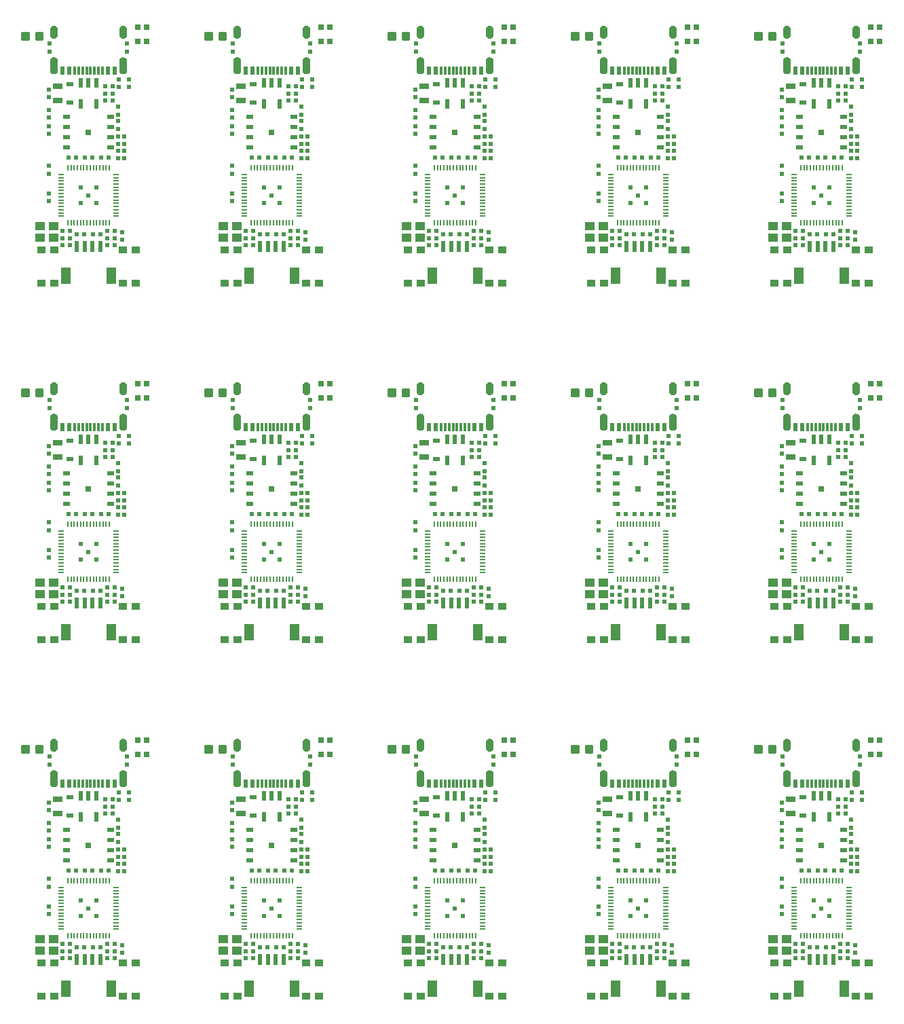
<source format=gtp>
G04 EAGLE Gerber RS-274X export*
G75*
%MOMM*%
%FSLAX34Y34*%
%LPD*%
%INSolderpaste Top*%
%IPPOS*%
%AMOC8*
5,1,8,0,0,1.08239X$1,22.5*%
G01*
%ADD10R,0.600000X0.600000*%
%ADD11C,0.300000*%
%ADD12R,1.200000X0.800000*%
%ADD13R,0.830000X0.630000*%
%ADD14R,0.550000X1.200000*%
%ADD15R,1.000000X0.900000*%
%ADD16R,1.200000X2.000000*%
%ADD17R,0.600000X1.350000*%
%ADD18R,0.300000X1.000000*%
%ADD19R,0.600000X1.000000*%
%ADD20R,0.650000X0.200000*%
%ADD21R,0.200000X0.650000*%
%ADD22R,1.200000X1.100000*%
%ADD23R,0.850000X0.500000*%
%ADD24R,0.800000X0.800000*%
%ADD25R,0.700000X0.700000*%

G36*
X960304Y1154155D02*
X960304Y1154155D01*
X960307Y1154151D01*
X961415Y1154321D01*
X961421Y1154327D01*
X961426Y1154324D01*
X962468Y1154736D01*
X962472Y1154743D01*
X962477Y1154741D01*
X963402Y1155375D01*
X963404Y1155383D01*
X963410Y1155382D01*
X964170Y1156206D01*
X964171Y1156214D01*
X964177Y1156214D01*
X964734Y1157186D01*
X964734Y1157190D01*
X964735Y1157191D01*
X964733Y1157193D01*
X964733Y1157194D01*
X964739Y1157196D01*
X965066Y1158268D01*
X965065Y1158273D01*
X965067Y1158274D01*
X965065Y1158277D01*
X965068Y1158279D01*
X965149Y1159396D01*
X965148Y1159399D01*
X965149Y1159400D01*
X965149Y1171400D01*
X965144Y1171407D01*
X965148Y1171411D01*
X964929Y1172355D01*
X964923Y1172361D01*
X964925Y1172366D01*
X964502Y1173238D01*
X964494Y1173241D01*
X964496Y1173247D01*
X963889Y1174003D01*
X963881Y1174005D01*
X963881Y1174011D01*
X963121Y1174612D01*
X963112Y1174612D01*
X963111Y1174618D01*
X962236Y1175036D01*
X962228Y1175034D01*
X962226Y1175039D01*
X961280Y1175252D01*
X961273Y1175248D01*
X961269Y1175253D01*
X960300Y1175249D01*
X960299Y1175249D01*
X959231Y1175230D01*
X959230Y1175230D01*
X959224Y1175226D01*
X959220Y1175229D01*
X958183Y1174973D01*
X958178Y1174966D01*
X958172Y1174969D01*
X957218Y1174488D01*
X957215Y1174481D01*
X957209Y1174482D01*
X956386Y1173801D01*
X956384Y1173793D01*
X956378Y1173793D01*
X955727Y1172946D01*
X955727Y1172938D01*
X955721Y1172937D01*
X955274Y1171966D01*
X955276Y1171958D01*
X955271Y1171956D01*
X955052Y1170910D01*
X955055Y1170903D01*
X955051Y1170900D01*
X955051Y1158900D01*
X955054Y1158895D01*
X955051Y1158892D01*
X955231Y1157797D01*
X955237Y1157791D01*
X955234Y1157786D01*
X955653Y1156758D01*
X955660Y1156754D01*
X955658Y1156749D01*
X956296Y1155840D01*
X956303Y1155838D01*
X956303Y1155832D01*
X957126Y1155088D01*
X957134Y1155087D01*
X957135Y1155081D01*
X958103Y1154539D01*
X958112Y1154540D01*
X958114Y1154534D01*
X959178Y1154221D01*
X959186Y1154224D01*
X959189Y1154219D01*
X960297Y1154151D01*
X960304Y1154155D01*
G37*
G36*
X503104Y265155D02*
X503104Y265155D01*
X503107Y265151D01*
X504215Y265321D01*
X504221Y265327D01*
X504226Y265324D01*
X505268Y265736D01*
X505272Y265743D01*
X505277Y265741D01*
X506202Y266375D01*
X506204Y266383D01*
X506210Y266382D01*
X506970Y267206D01*
X506971Y267214D01*
X506977Y267214D01*
X507534Y268186D01*
X507534Y268190D01*
X507535Y268191D01*
X507533Y268193D01*
X507533Y268194D01*
X507539Y268196D01*
X507866Y269268D01*
X507865Y269273D01*
X507867Y269274D01*
X507865Y269277D01*
X507868Y269279D01*
X507949Y270396D01*
X507948Y270399D01*
X507949Y270400D01*
X507949Y282400D01*
X507944Y282407D01*
X507948Y282411D01*
X507729Y283355D01*
X507723Y283361D01*
X507725Y283366D01*
X507302Y284238D01*
X507294Y284241D01*
X507296Y284247D01*
X506689Y285003D01*
X506681Y285005D01*
X506681Y285011D01*
X505921Y285612D01*
X505912Y285612D01*
X505911Y285618D01*
X505036Y286036D01*
X505028Y286034D01*
X505026Y286039D01*
X504080Y286252D01*
X504073Y286248D01*
X504069Y286253D01*
X503100Y286249D01*
X503099Y286249D01*
X502031Y286230D01*
X502030Y286230D01*
X502024Y286226D01*
X502020Y286229D01*
X500983Y285973D01*
X500978Y285966D01*
X500972Y285969D01*
X500018Y285488D01*
X500015Y285481D01*
X500009Y285482D01*
X499186Y284801D01*
X499184Y284793D01*
X499178Y284793D01*
X498527Y283946D01*
X498527Y283938D01*
X498521Y283937D01*
X498074Y282966D01*
X498076Y282958D01*
X498071Y282956D01*
X497852Y281910D01*
X497855Y281903D01*
X497851Y281900D01*
X497851Y269900D01*
X497854Y269895D01*
X497851Y269892D01*
X498031Y268797D01*
X498037Y268791D01*
X498034Y268786D01*
X498453Y267758D01*
X498460Y267754D01*
X498458Y267749D01*
X499096Y266840D01*
X499103Y266838D01*
X499103Y266832D01*
X499926Y266088D01*
X499934Y266087D01*
X499935Y266081D01*
X500903Y265539D01*
X500912Y265540D01*
X500914Y265534D01*
X501978Y265221D01*
X501986Y265224D01*
X501989Y265219D01*
X503097Y265151D01*
X503104Y265155D01*
G37*
G36*
X45904Y709655D02*
X45904Y709655D01*
X45907Y709651D01*
X47015Y709821D01*
X47021Y709827D01*
X47026Y709824D01*
X48068Y710236D01*
X48072Y710243D01*
X48077Y710241D01*
X49002Y710875D01*
X49004Y710883D01*
X49010Y710882D01*
X49770Y711706D01*
X49771Y711714D01*
X49777Y711714D01*
X50334Y712686D01*
X50334Y712690D01*
X50335Y712691D01*
X50333Y712693D01*
X50333Y712694D01*
X50339Y712696D01*
X50666Y713768D01*
X50665Y713773D01*
X50667Y713774D01*
X50665Y713777D01*
X50668Y713779D01*
X50749Y714896D01*
X50748Y714899D01*
X50749Y714900D01*
X50749Y726900D01*
X50744Y726907D01*
X50748Y726911D01*
X50529Y727855D01*
X50523Y727861D01*
X50525Y727866D01*
X50102Y728738D01*
X50094Y728741D01*
X50096Y728747D01*
X49489Y729503D01*
X49481Y729505D01*
X49481Y729511D01*
X48721Y730112D01*
X48712Y730112D01*
X48711Y730118D01*
X47836Y730536D01*
X47828Y730534D01*
X47826Y730539D01*
X46880Y730752D01*
X46873Y730748D01*
X46869Y730753D01*
X45900Y730749D01*
X45899Y730749D01*
X44831Y730730D01*
X44830Y730730D01*
X44824Y730726D01*
X44820Y730729D01*
X43783Y730473D01*
X43778Y730466D01*
X43772Y730469D01*
X42818Y729988D01*
X42815Y729981D01*
X42809Y729982D01*
X41986Y729301D01*
X41984Y729293D01*
X41978Y729293D01*
X41327Y728446D01*
X41327Y728438D01*
X41321Y728437D01*
X40874Y727466D01*
X40876Y727458D01*
X40871Y727456D01*
X40652Y726410D01*
X40655Y726403D01*
X40651Y726400D01*
X40651Y714400D01*
X40654Y714395D01*
X40651Y714392D01*
X40831Y713297D01*
X40837Y713291D01*
X40834Y713286D01*
X41253Y712258D01*
X41260Y712254D01*
X41258Y712249D01*
X41896Y711340D01*
X41903Y711338D01*
X41903Y711332D01*
X42726Y710588D01*
X42734Y710587D01*
X42735Y710581D01*
X43703Y710039D01*
X43712Y710040D01*
X43714Y710034D01*
X44778Y709721D01*
X44786Y709724D01*
X44789Y709719D01*
X45897Y709651D01*
X45904Y709655D01*
G37*
G36*
X960304Y709655D02*
X960304Y709655D01*
X960307Y709651D01*
X961415Y709821D01*
X961421Y709827D01*
X961426Y709824D01*
X962468Y710236D01*
X962472Y710243D01*
X962477Y710241D01*
X963402Y710875D01*
X963404Y710883D01*
X963410Y710882D01*
X964170Y711706D01*
X964171Y711714D01*
X964177Y711714D01*
X964734Y712686D01*
X964734Y712690D01*
X964735Y712691D01*
X964733Y712693D01*
X964733Y712694D01*
X964739Y712696D01*
X965066Y713768D01*
X965065Y713773D01*
X965067Y713774D01*
X965065Y713777D01*
X965068Y713779D01*
X965149Y714896D01*
X965148Y714899D01*
X965149Y714900D01*
X965149Y726900D01*
X965144Y726907D01*
X965148Y726911D01*
X964929Y727855D01*
X964923Y727861D01*
X964925Y727866D01*
X964502Y728738D01*
X964494Y728741D01*
X964496Y728747D01*
X963889Y729503D01*
X963881Y729505D01*
X963881Y729511D01*
X963121Y730112D01*
X963112Y730112D01*
X963111Y730118D01*
X962236Y730536D01*
X962228Y730534D01*
X962226Y730539D01*
X961280Y730752D01*
X961273Y730748D01*
X961269Y730753D01*
X960300Y730749D01*
X960299Y730749D01*
X959231Y730730D01*
X959230Y730730D01*
X959224Y730726D01*
X959220Y730729D01*
X958183Y730473D01*
X958178Y730466D01*
X958172Y730469D01*
X957218Y729988D01*
X957215Y729981D01*
X957209Y729982D01*
X956386Y729301D01*
X956384Y729293D01*
X956378Y729293D01*
X955727Y728446D01*
X955727Y728438D01*
X955721Y728437D01*
X955274Y727466D01*
X955276Y727458D01*
X955271Y727456D01*
X955052Y726410D01*
X955055Y726403D01*
X955051Y726400D01*
X955051Y714400D01*
X955054Y714395D01*
X955051Y714392D01*
X955231Y713297D01*
X955237Y713291D01*
X955234Y713286D01*
X955653Y712258D01*
X955660Y712254D01*
X955658Y712249D01*
X956296Y711340D01*
X956303Y711338D01*
X956303Y711332D01*
X957126Y710588D01*
X957134Y710587D01*
X957135Y710581D01*
X958103Y710039D01*
X958112Y710040D01*
X958114Y710034D01*
X959178Y709721D01*
X959186Y709724D01*
X959189Y709719D01*
X960297Y709651D01*
X960304Y709655D01*
G37*
G36*
X274504Y709655D02*
X274504Y709655D01*
X274507Y709651D01*
X275615Y709821D01*
X275621Y709827D01*
X275626Y709824D01*
X276668Y710236D01*
X276672Y710243D01*
X276677Y710241D01*
X277602Y710875D01*
X277604Y710883D01*
X277610Y710882D01*
X278370Y711706D01*
X278371Y711714D01*
X278377Y711714D01*
X278934Y712686D01*
X278934Y712690D01*
X278935Y712691D01*
X278933Y712693D01*
X278933Y712694D01*
X278939Y712696D01*
X279266Y713768D01*
X279265Y713773D01*
X279267Y713774D01*
X279265Y713777D01*
X279268Y713779D01*
X279349Y714896D01*
X279348Y714899D01*
X279349Y714900D01*
X279349Y726900D01*
X279344Y726907D01*
X279348Y726911D01*
X279129Y727855D01*
X279123Y727861D01*
X279125Y727866D01*
X278702Y728738D01*
X278694Y728741D01*
X278696Y728747D01*
X278089Y729503D01*
X278081Y729505D01*
X278081Y729511D01*
X277321Y730112D01*
X277312Y730112D01*
X277311Y730118D01*
X276436Y730536D01*
X276428Y730534D01*
X276426Y730539D01*
X275480Y730752D01*
X275473Y730748D01*
X275469Y730753D01*
X274500Y730749D01*
X274499Y730749D01*
X273431Y730730D01*
X273430Y730730D01*
X273424Y730726D01*
X273420Y730729D01*
X272383Y730473D01*
X272378Y730466D01*
X272372Y730469D01*
X271418Y729988D01*
X271415Y729981D01*
X271409Y729982D01*
X270586Y729301D01*
X270584Y729293D01*
X270578Y729293D01*
X269927Y728446D01*
X269927Y728438D01*
X269921Y728437D01*
X269474Y727466D01*
X269476Y727458D01*
X269471Y727456D01*
X269252Y726410D01*
X269255Y726403D01*
X269251Y726400D01*
X269251Y714400D01*
X269254Y714395D01*
X269251Y714392D01*
X269431Y713297D01*
X269437Y713291D01*
X269434Y713286D01*
X269853Y712258D01*
X269860Y712254D01*
X269858Y712249D01*
X270496Y711340D01*
X270503Y711338D01*
X270503Y711332D01*
X271326Y710588D01*
X271334Y710587D01*
X271335Y710581D01*
X272303Y710039D01*
X272312Y710040D01*
X272314Y710034D01*
X273378Y709721D01*
X273386Y709724D01*
X273389Y709719D01*
X274497Y709651D01*
X274504Y709655D01*
G37*
G36*
X503104Y709655D02*
X503104Y709655D01*
X503107Y709651D01*
X504215Y709821D01*
X504221Y709827D01*
X504226Y709824D01*
X505268Y710236D01*
X505272Y710243D01*
X505277Y710241D01*
X506202Y710875D01*
X506204Y710883D01*
X506210Y710882D01*
X506970Y711706D01*
X506971Y711714D01*
X506977Y711714D01*
X507534Y712686D01*
X507534Y712690D01*
X507535Y712691D01*
X507533Y712693D01*
X507533Y712694D01*
X507539Y712696D01*
X507866Y713768D01*
X507865Y713773D01*
X507867Y713774D01*
X507865Y713777D01*
X507868Y713779D01*
X507949Y714896D01*
X507948Y714899D01*
X507949Y714900D01*
X507949Y726900D01*
X507944Y726907D01*
X507948Y726911D01*
X507729Y727855D01*
X507723Y727861D01*
X507725Y727866D01*
X507302Y728738D01*
X507294Y728741D01*
X507296Y728747D01*
X506689Y729503D01*
X506681Y729505D01*
X506681Y729511D01*
X505921Y730112D01*
X505912Y730112D01*
X505911Y730118D01*
X505036Y730536D01*
X505028Y730534D01*
X505026Y730539D01*
X504080Y730752D01*
X504073Y730748D01*
X504069Y730753D01*
X503100Y730749D01*
X503099Y730749D01*
X502031Y730730D01*
X502030Y730730D01*
X502024Y730726D01*
X502020Y730729D01*
X500983Y730473D01*
X500978Y730466D01*
X500972Y730469D01*
X500018Y729988D01*
X500015Y729981D01*
X500009Y729982D01*
X499186Y729301D01*
X499184Y729293D01*
X499178Y729293D01*
X498527Y728446D01*
X498527Y728438D01*
X498521Y728437D01*
X498074Y727466D01*
X498076Y727458D01*
X498071Y727456D01*
X497852Y726410D01*
X497855Y726403D01*
X497851Y726400D01*
X497851Y714400D01*
X497854Y714395D01*
X497851Y714392D01*
X498031Y713297D01*
X498037Y713291D01*
X498034Y713286D01*
X498453Y712258D01*
X498460Y712254D01*
X498458Y712249D01*
X499096Y711340D01*
X499103Y711338D01*
X499103Y711332D01*
X499926Y710588D01*
X499934Y710587D01*
X499935Y710581D01*
X500903Y710039D01*
X500912Y710040D01*
X500914Y710034D01*
X501978Y709721D01*
X501986Y709724D01*
X501989Y709719D01*
X503097Y709651D01*
X503104Y709655D01*
G37*
G36*
X960304Y265155D02*
X960304Y265155D01*
X960307Y265151D01*
X961415Y265321D01*
X961421Y265327D01*
X961426Y265324D01*
X962468Y265736D01*
X962472Y265743D01*
X962477Y265741D01*
X963402Y266375D01*
X963404Y266383D01*
X963410Y266382D01*
X964170Y267206D01*
X964171Y267214D01*
X964177Y267214D01*
X964734Y268186D01*
X964734Y268190D01*
X964735Y268191D01*
X964733Y268193D01*
X964733Y268194D01*
X964739Y268196D01*
X965066Y269268D01*
X965065Y269273D01*
X965067Y269274D01*
X965065Y269277D01*
X965068Y269279D01*
X965149Y270396D01*
X965148Y270399D01*
X965149Y270400D01*
X965149Y282400D01*
X965144Y282407D01*
X965148Y282411D01*
X964929Y283355D01*
X964923Y283361D01*
X964925Y283366D01*
X964502Y284238D01*
X964494Y284241D01*
X964496Y284247D01*
X963889Y285003D01*
X963881Y285005D01*
X963881Y285011D01*
X963121Y285612D01*
X963112Y285612D01*
X963111Y285618D01*
X962236Y286036D01*
X962228Y286034D01*
X962226Y286039D01*
X961280Y286252D01*
X961273Y286248D01*
X961269Y286253D01*
X960300Y286249D01*
X960299Y286249D01*
X959231Y286230D01*
X959230Y286230D01*
X959224Y286226D01*
X959220Y286229D01*
X958183Y285973D01*
X958178Y285966D01*
X958172Y285969D01*
X957218Y285488D01*
X957215Y285481D01*
X957209Y285482D01*
X956386Y284801D01*
X956384Y284793D01*
X956378Y284793D01*
X955727Y283946D01*
X955727Y283938D01*
X955721Y283937D01*
X955274Y282966D01*
X955276Y282958D01*
X955271Y282956D01*
X955052Y281910D01*
X955055Y281903D01*
X955051Y281900D01*
X955051Y269900D01*
X955054Y269895D01*
X955051Y269892D01*
X955231Y268797D01*
X955237Y268791D01*
X955234Y268786D01*
X955653Y267758D01*
X955660Y267754D01*
X955658Y267749D01*
X956296Y266840D01*
X956303Y266838D01*
X956303Y266832D01*
X957126Y266088D01*
X957134Y266087D01*
X957135Y266081D01*
X958103Y265539D01*
X958112Y265540D01*
X958114Y265534D01*
X959178Y265221D01*
X959186Y265224D01*
X959189Y265219D01*
X960297Y265151D01*
X960304Y265155D01*
G37*
G36*
X45904Y265155D02*
X45904Y265155D01*
X45907Y265151D01*
X47015Y265321D01*
X47021Y265327D01*
X47026Y265324D01*
X48068Y265736D01*
X48072Y265743D01*
X48077Y265741D01*
X49002Y266375D01*
X49004Y266383D01*
X49010Y266382D01*
X49770Y267206D01*
X49771Y267214D01*
X49777Y267214D01*
X50334Y268186D01*
X50334Y268190D01*
X50335Y268191D01*
X50333Y268193D01*
X50333Y268194D01*
X50339Y268196D01*
X50666Y269268D01*
X50665Y269273D01*
X50667Y269274D01*
X50665Y269277D01*
X50668Y269279D01*
X50749Y270396D01*
X50748Y270399D01*
X50749Y270400D01*
X50749Y282400D01*
X50744Y282407D01*
X50748Y282411D01*
X50529Y283355D01*
X50523Y283361D01*
X50525Y283366D01*
X50102Y284238D01*
X50094Y284241D01*
X50096Y284247D01*
X49489Y285003D01*
X49481Y285005D01*
X49481Y285011D01*
X48721Y285612D01*
X48712Y285612D01*
X48711Y285618D01*
X47836Y286036D01*
X47828Y286034D01*
X47826Y286039D01*
X46880Y286252D01*
X46873Y286248D01*
X46869Y286253D01*
X45900Y286249D01*
X45899Y286249D01*
X44831Y286230D01*
X44830Y286230D01*
X44824Y286226D01*
X44820Y286229D01*
X43783Y285973D01*
X43778Y285966D01*
X43772Y285969D01*
X42818Y285488D01*
X42815Y285481D01*
X42809Y285482D01*
X41986Y284801D01*
X41984Y284793D01*
X41978Y284793D01*
X41327Y283946D01*
X41327Y283938D01*
X41321Y283937D01*
X40874Y282966D01*
X40876Y282958D01*
X40871Y282956D01*
X40652Y281910D01*
X40655Y281903D01*
X40651Y281900D01*
X40651Y269900D01*
X40654Y269895D01*
X40651Y269892D01*
X40831Y268797D01*
X40837Y268791D01*
X40834Y268786D01*
X41253Y267758D01*
X41260Y267754D01*
X41258Y267749D01*
X41896Y266840D01*
X41903Y266838D01*
X41903Y266832D01*
X42726Y266088D01*
X42734Y266087D01*
X42735Y266081D01*
X43703Y265539D01*
X43712Y265540D01*
X43714Y265534D01*
X44778Y265221D01*
X44786Y265224D01*
X44789Y265219D01*
X45897Y265151D01*
X45904Y265155D01*
G37*
G36*
X731704Y265155D02*
X731704Y265155D01*
X731707Y265151D01*
X732815Y265321D01*
X732821Y265327D01*
X732826Y265324D01*
X733868Y265736D01*
X733872Y265743D01*
X733877Y265741D01*
X734802Y266375D01*
X734804Y266383D01*
X734810Y266382D01*
X735570Y267206D01*
X735571Y267214D01*
X735577Y267214D01*
X736134Y268186D01*
X736134Y268190D01*
X736135Y268191D01*
X736133Y268193D01*
X736133Y268194D01*
X736139Y268196D01*
X736466Y269268D01*
X736465Y269273D01*
X736467Y269274D01*
X736465Y269277D01*
X736468Y269279D01*
X736549Y270396D01*
X736548Y270399D01*
X736549Y270400D01*
X736549Y282400D01*
X736544Y282407D01*
X736548Y282411D01*
X736329Y283355D01*
X736323Y283361D01*
X736325Y283366D01*
X735902Y284238D01*
X735894Y284241D01*
X735896Y284247D01*
X735289Y285003D01*
X735281Y285005D01*
X735281Y285011D01*
X734521Y285612D01*
X734512Y285612D01*
X734511Y285618D01*
X733636Y286036D01*
X733628Y286034D01*
X733626Y286039D01*
X732680Y286252D01*
X732673Y286248D01*
X732669Y286253D01*
X731700Y286249D01*
X731699Y286249D01*
X730631Y286230D01*
X730630Y286230D01*
X730624Y286226D01*
X730620Y286229D01*
X729583Y285973D01*
X729578Y285966D01*
X729572Y285969D01*
X728618Y285488D01*
X728615Y285481D01*
X728609Y285482D01*
X727786Y284801D01*
X727784Y284793D01*
X727778Y284793D01*
X727127Y283946D01*
X727127Y283938D01*
X727121Y283937D01*
X726674Y282966D01*
X726676Y282958D01*
X726671Y282956D01*
X726452Y281910D01*
X726455Y281903D01*
X726451Y281900D01*
X726451Y269900D01*
X726454Y269895D01*
X726451Y269892D01*
X726631Y268797D01*
X726637Y268791D01*
X726634Y268786D01*
X727053Y267758D01*
X727060Y267754D01*
X727058Y267749D01*
X727696Y266840D01*
X727703Y266838D01*
X727703Y266832D01*
X728526Y266088D01*
X728534Y266087D01*
X728535Y266081D01*
X729503Y265539D01*
X729512Y265540D01*
X729514Y265534D01*
X730578Y265221D01*
X730586Y265224D01*
X730589Y265219D01*
X731697Y265151D01*
X731704Y265155D01*
G37*
G36*
X731704Y709655D02*
X731704Y709655D01*
X731707Y709651D01*
X732815Y709821D01*
X732821Y709827D01*
X732826Y709824D01*
X733868Y710236D01*
X733872Y710243D01*
X733877Y710241D01*
X734802Y710875D01*
X734804Y710883D01*
X734810Y710882D01*
X735570Y711706D01*
X735571Y711714D01*
X735577Y711714D01*
X736134Y712686D01*
X736134Y712690D01*
X736135Y712691D01*
X736133Y712693D01*
X736133Y712694D01*
X736139Y712696D01*
X736466Y713768D01*
X736465Y713773D01*
X736467Y713774D01*
X736465Y713777D01*
X736468Y713779D01*
X736549Y714896D01*
X736548Y714899D01*
X736549Y714900D01*
X736549Y726900D01*
X736544Y726907D01*
X736548Y726911D01*
X736329Y727855D01*
X736323Y727861D01*
X736325Y727866D01*
X735902Y728738D01*
X735894Y728741D01*
X735896Y728747D01*
X735289Y729503D01*
X735281Y729505D01*
X735281Y729511D01*
X734521Y730112D01*
X734512Y730112D01*
X734511Y730118D01*
X733636Y730536D01*
X733628Y730534D01*
X733626Y730539D01*
X732680Y730752D01*
X732673Y730748D01*
X732669Y730753D01*
X731700Y730749D01*
X731699Y730749D01*
X730631Y730730D01*
X730630Y730730D01*
X730624Y730726D01*
X730620Y730729D01*
X729583Y730473D01*
X729578Y730466D01*
X729572Y730469D01*
X728618Y729988D01*
X728615Y729981D01*
X728609Y729982D01*
X727786Y729301D01*
X727784Y729293D01*
X727778Y729293D01*
X727127Y728446D01*
X727127Y728438D01*
X727121Y728437D01*
X726674Y727466D01*
X726676Y727458D01*
X726671Y727456D01*
X726452Y726410D01*
X726455Y726403D01*
X726451Y726400D01*
X726451Y714400D01*
X726454Y714395D01*
X726451Y714392D01*
X726631Y713297D01*
X726637Y713291D01*
X726634Y713286D01*
X727053Y712258D01*
X727060Y712254D01*
X727058Y712249D01*
X727696Y711340D01*
X727703Y711338D01*
X727703Y711332D01*
X728526Y710588D01*
X728534Y710587D01*
X728535Y710581D01*
X729503Y710039D01*
X729512Y710040D01*
X729514Y710034D01*
X730578Y709721D01*
X730586Y709724D01*
X730589Y709719D01*
X731697Y709651D01*
X731704Y709655D01*
G37*
G36*
X503104Y1154155D02*
X503104Y1154155D01*
X503107Y1154151D01*
X504215Y1154321D01*
X504221Y1154327D01*
X504226Y1154324D01*
X505268Y1154736D01*
X505272Y1154743D01*
X505277Y1154741D01*
X506202Y1155375D01*
X506204Y1155383D01*
X506210Y1155382D01*
X506970Y1156206D01*
X506971Y1156214D01*
X506977Y1156214D01*
X507534Y1157186D01*
X507534Y1157190D01*
X507535Y1157191D01*
X507533Y1157193D01*
X507533Y1157194D01*
X507539Y1157196D01*
X507866Y1158268D01*
X507865Y1158273D01*
X507867Y1158274D01*
X507865Y1158277D01*
X507868Y1158279D01*
X507949Y1159396D01*
X507948Y1159399D01*
X507949Y1159400D01*
X507949Y1171400D01*
X507944Y1171407D01*
X507948Y1171411D01*
X507729Y1172355D01*
X507723Y1172361D01*
X507725Y1172366D01*
X507302Y1173238D01*
X507294Y1173241D01*
X507296Y1173247D01*
X506689Y1174003D01*
X506681Y1174005D01*
X506681Y1174011D01*
X505921Y1174612D01*
X505912Y1174612D01*
X505911Y1174618D01*
X505036Y1175036D01*
X505028Y1175034D01*
X505026Y1175039D01*
X504080Y1175252D01*
X504073Y1175248D01*
X504069Y1175253D01*
X503100Y1175249D01*
X503099Y1175249D01*
X502031Y1175230D01*
X502030Y1175230D01*
X502024Y1175226D01*
X502020Y1175229D01*
X500983Y1174973D01*
X500978Y1174966D01*
X500972Y1174969D01*
X500018Y1174488D01*
X500015Y1174481D01*
X500009Y1174482D01*
X499186Y1173801D01*
X499184Y1173793D01*
X499178Y1173793D01*
X498527Y1172946D01*
X498527Y1172938D01*
X498521Y1172937D01*
X498074Y1171966D01*
X498076Y1171958D01*
X498071Y1171956D01*
X497852Y1170910D01*
X497855Y1170903D01*
X497851Y1170900D01*
X497851Y1158900D01*
X497854Y1158895D01*
X497851Y1158892D01*
X498031Y1157797D01*
X498037Y1157791D01*
X498034Y1157786D01*
X498453Y1156758D01*
X498460Y1156754D01*
X498458Y1156749D01*
X499096Y1155840D01*
X499103Y1155838D01*
X499103Y1155832D01*
X499926Y1155088D01*
X499934Y1155087D01*
X499935Y1155081D01*
X500903Y1154539D01*
X500912Y1154540D01*
X500914Y1154534D01*
X501978Y1154221D01*
X501986Y1154224D01*
X501989Y1154219D01*
X503097Y1154151D01*
X503104Y1154155D01*
G37*
G36*
X274504Y1154155D02*
X274504Y1154155D01*
X274507Y1154151D01*
X275615Y1154321D01*
X275621Y1154327D01*
X275626Y1154324D01*
X276668Y1154736D01*
X276672Y1154743D01*
X276677Y1154741D01*
X277602Y1155375D01*
X277604Y1155383D01*
X277610Y1155382D01*
X278370Y1156206D01*
X278371Y1156214D01*
X278377Y1156214D01*
X278934Y1157186D01*
X278934Y1157190D01*
X278935Y1157191D01*
X278933Y1157193D01*
X278933Y1157194D01*
X278939Y1157196D01*
X279266Y1158268D01*
X279265Y1158273D01*
X279267Y1158274D01*
X279265Y1158277D01*
X279268Y1158279D01*
X279349Y1159396D01*
X279348Y1159399D01*
X279349Y1159400D01*
X279349Y1171400D01*
X279344Y1171407D01*
X279348Y1171411D01*
X279129Y1172355D01*
X279123Y1172361D01*
X279125Y1172366D01*
X278702Y1173238D01*
X278694Y1173241D01*
X278696Y1173247D01*
X278089Y1174003D01*
X278081Y1174005D01*
X278081Y1174011D01*
X277321Y1174612D01*
X277312Y1174612D01*
X277311Y1174618D01*
X276436Y1175036D01*
X276428Y1175034D01*
X276426Y1175039D01*
X275480Y1175252D01*
X275473Y1175248D01*
X275469Y1175253D01*
X274500Y1175249D01*
X274499Y1175249D01*
X273431Y1175230D01*
X273430Y1175230D01*
X273424Y1175226D01*
X273420Y1175229D01*
X272383Y1174973D01*
X272378Y1174966D01*
X272372Y1174969D01*
X271418Y1174488D01*
X271415Y1174481D01*
X271409Y1174482D01*
X270586Y1173801D01*
X270584Y1173793D01*
X270578Y1173793D01*
X269927Y1172946D01*
X269927Y1172938D01*
X269921Y1172937D01*
X269474Y1171966D01*
X269476Y1171958D01*
X269471Y1171956D01*
X269252Y1170910D01*
X269255Y1170903D01*
X269251Y1170900D01*
X269251Y1158900D01*
X269254Y1158895D01*
X269251Y1158892D01*
X269431Y1157797D01*
X269437Y1157791D01*
X269434Y1157786D01*
X269853Y1156758D01*
X269860Y1156754D01*
X269858Y1156749D01*
X270496Y1155840D01*
X270503Y1155838D01*
X270503Y1155832D01*
X271326Y1155088D01*
X271334Y1155087D01*
X271335Y1155081D01*
X272303Y1154539D01*
X272312Y1154540D01*
X272314Y1154534D01*
X273378Y1154221D01*
X273386Y1154224D01*
X273389Y1154219D01*
X274497Y1154151D01*
X274504Y1154155D01*
G37*
G36*
X45904Y1154155D02*
X45904Y1154155D01*
X45907Y1154151D01*
X47015Y1154321D01*
X47021Y1154327D01*
X47026Y1154324D01*
X48068Y1154736D01*
X48072Y1154743D01*
X48077Y1154741D01*
X49002Y1155375D01*
X49004Y1155383D01*
X49010Y1155382D01*
X49770Y1156206D01*
X49771Y1156214D01*
X49777Y1156214D01*
X50334Y1157186D01*
X50334Y1157190D01*
X50335Y1157191D01*
X50333Y1157193D01*
X50333Y1157194D01*
X50339Y1157196D01*
X50666Y1158268D01*
X50665Y1158273D01*
X50667Y1158274D01*
X50665Y1158277D01*
X50668Y1158279D01*
X50749Y1159396D01*
X50748Y1159399D01*
X50749Y1159400D01*
X50749Y1171400D01*
X50744Y1171407D01*
X50748Y1171411D01*
X50529Y1172355D01*
X50523Y1172361D01*
X50525Y1172366D01*
X50102Y1173238D01*
X50094Y1173241D01*
X50096Y1173247D01*
X49489Y1174003D01*
X49481Y1174005D01*
X49481Y1174011D01*
X48721Y1174612D01*
X48712Y1174612D01*
X48711Y1174618D01*
X47836Y1175036D01*
X47828Y1175034D01*
X47826Y1175039D01*
X46880Y1175252D01*
X46873Y1175248D01*
X46869Y1175253D01*
X45900Y1175249D01*
X45899Y1175249D01*
X44831Y1175230D01*
X44830Y1175230D01*
X44824Y1175226D01*
X44820Y1175229D01*
X43783Y1174973D01*
X43778Y1174966D01*
X43772Y1174969D01*
X42818Y1174488D01*
X42815Y1174481D01*
X42809Y1174482D01*
X41986Y1173801D01*
X41984Y1173793D01*
X41978Y1173793D01*
X41327Y1172946D01*
X41327Y1172938D01*
X41321Y1172937D01*
X40874Y1171966D01*
X40876Y1171958D01*
X40871Y1171956D01*
X40652Y1170910D01*
X40655Y1170903D01*
X40651Y1170900D01*
X40651Y1158900D01*
X40654Y1158895D01*
X40651Y1158892D01*
X40831Y1157797D01*
X40837Y1157791D01*
X40834Y1157786D01*
X41253Y1156758D01*
X41260Y1156754D01*
X41258Y1156749D01*
X41896Y1155840D01*
X41903Y1155838D01*
X41903Y1155832D01*
X42726Y1155088D01*
X42734Y1155087D01*
X42735Y1155081D01*
X43703Y1154539D01*
X43712Y1154540D01*
X43714Y1154534D01*
X44778Y1154221D01*
X44786Y1154224D01*
X44789Y1154219D01*
X45897Y1154151D01*
X45904Y1154155D01*
G37*
G36*
X731704Y1154155D02*
X731704Y1154155D01*
X731707Y1154151D01*
X732815Y1154321D01*
X732821Y1154327D01*
X732826Y1154324D01*
X733868Y1154736D01*
X733872Y1154743D01*
X733877Y1154741D01*
X734802Y1155375D01*
X734804Y1155383D01*
X734810Y1155382D01*
X735570Y1156206D01*
X735571Y1156214D01*
X735577Y1156214D01*
X736134Y1157186D01*
X736134Y1157190D01*
X736135Y1157191D01*
X736133Y1157193D01*
X736133Y1157194D01*
X736139Y1157196D01*
X736466Y1158268D01*
X736465Y1158273D01*
X736467Y1158274D01*
X736465Y1158277D01*
X736468Y1158279D01*
X736549Y1159396D01*
X736548Y1159399D01*
X736549Y1159400D01*
X736549Y1171400D01*
X736544Y1171407D01*
X736548Y1171411D01*
X736329Y1172355D01*
X736323Y1172361D01*
X736325Y1172366D01*
X735902Y1173238D01*
X735894Y1173241D01*
X735896Y1173247D01*
X735289Y1174003D01*
X735281Y1174005D01*
X735281Y1174011D01*
X734521Y1174612D01*
X734512Y1174612D01*
X734511Y1174618D01*
X733636Y1175036D01*
X733628Y1175034D01*
X733626Y1175039D01*
X732680Y1175252D01*
X732673Y1175248D01*
X732669Y1175253D01*
X731700Y1175249D01*
X731699Y1175249D01*
X730631Y1175230D01*
X730630Y1175230D01*
X730624Y1175226D01*
X730620Y1175229D01*
X729583Y1174973D01*
X729578Y1174966D01*
X729572Y1174969D01*
X728618Y1174488D01*
X728615Y1174481D01*
X728609Y1174482D01*
X727786Y1173801D01*
X727784Y1173793D01*
X727778Y1173793D01*
X727127Y1172946D01*
X727127Y1172938D01*
X727121Y1172937D01*
X726674Y1171966D01*
X726676Y1171958D01*
X726671Y1171956D01*
X726452Y1170910D01*
X726455Y1170903D01*
X726451Y1170900D01*
X726451Y1158900D01*
X726454Y1158895D01*
X726451Y1158892D01*
X726631Y1157797D01*
X726637Y1157791D01*
X726634Y1157786D01*
X727053Y1156758D01*
X727060Y1156754D01*
X727058Y1156749D01*
X727696Y1155840D01*
X727703Y1155838D01*
X727703Y1155832D01*
X728526Y1155088D01*
X728534Y1155087D01*
X728535Y1155081D01*
X729503Y1154539D01*
X729512Y1154540D01*
X729514Y1154534D01*
X730578Y1154221D01*
X730586Y1154224D01*
X730589Y1154219D01*
X731697Y1154151D01*
X731704Y1154155D01*
G37*
G36*
X274504Y265155D02*
X274504Y265155D01*
X274507Y265151D01*
X275615Y265321D01*
X275621Y265327D01*
X275626Y265324D01*
X276668Y265736D01*
X276672Y265743D01*
X276677Y265741D01*
X277602Y266375D01*
X277604Y266383D01*
X277610Y266382D01*
X278370Y267206D01*
X278371Y267214D01*
X278377Y267214D01*
X278934Y268186D01*
X278934Y268190D01*
X278935Y268191D01*
X278933Y268193D01*
X278933Y268194D01*
X278939Y268196D01*
X279266Y269268D01*
X279265Y269273D01*
X279267Y269274D01*
X279265Y269277D01*
X279268Y269279D01*
X279349Y270396D01*
X279348Y270399D01*
X279349Y270400D01*
X279349Y282400D01*
X279344Y282407D01*
X279348Y282411D01*
X279129Y283355D01*
X279123Y283361D01*
X279125Y283366D01*
X278702Y284238D01*
X278694Y284241D01*
X278696Y284247D01*
X278089Y285003D01*
X278081Y285005D01*
X278081Y285011D01*
X277321Y285612D01*
X277312Y285612D01*
X277311Y285618D01*
X276436Y286036D01*
X276428Y286034D01*
X276426Y286039D01*
X275480Y286252D01*
X275473Y286248D01*
X275469Y286253D01*
X274500Y286249D01*
X274499Y286249D01*
X273431Y286230D01*
X273430Y286230D01*
X273424Y286226D01*
X273420Y286229D01*
X272383Y285973D01*
X272378Y285966D01*
X272372Y285969D01*
X271418Y285488D01*
X271415Y285481D01*
X271409Y285482D01*
X270586Y284801D01*
X270584Y284793D01*
X270578Y284793D01*
X269927Y283946D01*
X269927Y283938D01*
X269921Y283937D01*
X269474Y282966D01*
X269476Y282958D01*
X269471Y282956D01*
X269252Y281910D01*
X269255Y281903D01*
X269251Y281900D01*
X269251Y269900D01*
X269254Y269895D01*
X269251Y269892D01*
X269431Y268797D01*
X269437Y268791D01*
X269434Y268786D01*
X269853Y267758D01*
X269860Y267754D01*
X269858Y267749D01*
X270496Y266840D01*
X270503Y266838D01*
X270503Y266832D01*
X271326Y266088D01*
X271334Y266087D01*
X271335Y266081D01*
X272303Y265539D01*
X272312Y265540D01*
X272314Y265534D01*
X273378Y265221D01*
X273386Y265224D01*
X273389Y265219D01*
X274497Y265151D01*
X274504Y265155D01*
G37*
G36*
X818202Y265154D02*
X818202Y265154D01*
X818206Y265151D01*
X819251Y265269D01*
X819257Y265275D01*
X819262Y265271D01*
X820256Y265619D01*
X820260Y265626D01*
X820265Y265624D01*
X821157Y266184D01*
X821160Y266191D01*
X821165Y266191D01*
X821909Y266935D01*
X821911Y266943D01*
X821916Y266943D01*
X822476Y267835D01*
X822476Y267842D01*
X822477Y267843D01*
X822481Y267844D01*
X822829Y268838D01*
X822826Y268846D01*
X822831Y268849D01*
X822949Y269895D01*
X822947Y269898D01*
X822949Y269900D01*
X822949Y281900D01*
X822946Y281905D01*
X822949Y281908D01*
X822791Y282904D01*
X822785Y282910D01*
X822788Y282915D01*
X822413Y283851D01*
X822406Y283855D01*
X822408Y283861D01*
X821834Y284690D01*
X821826Y284693D01*
X821827Y284698D01*
X821083Y285379D01*
X821074Y285380D01*
X821074Y285386D01*
X820197Y285884D01*
X820189Y285883D01*
X820186Y285888D01*
X819221Y286179D01*
X819213Y286176D01*
X819210Y286181D01*
X818203Y286249D01*
X818201Y286248D01*
X818200Y286249D01*
X817119Y286240D01*
X817112Y286235D01*
X817108Y286239D01*
X816056Y285990D01*
X816051Y285983D01*
X816046Y285986D01*
X815076Y285509D01*
X815073Y285501D01*
X815067Y285503D01*
X814228Y284822D01*
X814226Y284814D01*
X814220Y284814D01*
X813554Y283964D01*
X813553Y283955D01*
X813548Y283954D01*
X813087Y282977D01*
X813089Y282969D01*
X813084Y282966D01*
X812852Y281911D01*
X812855Y281903D01*
X812851Y281900D01*
X812851Y269900D01*
X812855Y269895D01*
X812851Y269892D01*
X813044Y268786D01*
X813050Y268781D01*
X813047Y268776D01*
X813480Y267741D01*
X813487Y267737D01*
X813485Y267732D01*
X814138Y266819D01*
X814146Y266817D01*
X814145Y266811D01*
X814984Y266067D01*
X814993Y266066D01*
X814993Y266061D01*
X815977Y265522D01*
X815985Y265523D01*
X815987Y265518D01*
X817066Y265211D01*
X817074Y265214D01*
X817077Y265209D01*
X818197Y265151D01*
X818202Y265154D01*
G37*
G36*
X818202Y709654D02*
X818202Y709654D01*
X818206Y709651D01*
X819251Y709769D01*
X819257Y709775D01*
X819262Y709771D01*
X820256Y710119D01*
X820260Y710126D01*
X820265Y710124D01*
X821157Y710684D01*
X821160Y710691D01*
X821165Y710691D01*
X821909Y711435D01*
X821911Y711443D01*
X821916Y711443D01*
X822476Y712335D01*
X822476Y712342D01*
X822477Y712343D01*
X822481Y712344D01*
X822829Y713338D01*
X822826Y713346D01*
X822831Y713349D01*
X822949Y714395D01*
X822947Y714398D01*
X822949Y714400D01*
X822949Y726400D01*
X822946Y726405D01*
X822949Y726408D01*
X822791Y727404D01*
X822785Y727410D01*
X822788Y727415D01*
X822413Y728351D01*
X822406Y728355D01*
X822408Y728361D01*
X821834Y729190D01*
X821826Y729193D01*
X821827Y729198D01*
X821083Y729879D01*
X821074Y729880D01*
X821074Y729886D01*
X820197Y730384D01*
X820189Y730383D01*
X820186Y730388D01*
X819221Y730679D01*
X819213Y730676D01*
X819210Y730681D01*
X818203Y730749D01*
X818201Y730748D01*
X818200Y730749D01*
X817119Y730740D01*
X817112Y730735D01*
X817108Y730739D01*
X816056Y730490D01*
X816051Y730483D01*
X816046Y730486D01*
X815076Y730009D01*
X815073Y730001D01*
X815067Y730003D01*
X814228Y729322D01*
X814226Y729314D01*
X814220Y729314D01*
X813554Y728464D01*
X813553Y728455D01*
X813548Y728454D01*
X813087Y727477D01*
X813089Y727469D01*
X813084Y727466D01*
X812852Y726411D01*
X812855Y726403D01*
X812851Y726400D01*
X812851Y714400D01*
X812855Y714395D01*
X812851Y714392D01*
X813044Y713286D01*
X813050Y713281D01*
X813047Y713276D01*
X813480Y712241D01*
X813487Y712237D01*
X813485Y712232D01*
X814138Y711319D01*
X814146Y711317D01*
X814145Y711311D01*
X814984Y710567D01*
X814993Y710566D01*
X814993Y710561D01*
X815977Y710022D01*
X815985Y710023D01*
X815987Y710018D01*
X817066Y709711D01*
X817074Y709714D01*
X817077Y709709D01*
X818197Y709651D01*
X818202Y709654D01*
G37*
G36*
X589602Y709654D02*
X589602Y709654D01*
X589606Y709651D01*
X590651Y709769D01*
X590657Y709775D01*
X590662Y709771D01*
X591656Y710119D01*
X591660Y710126D01*
X591665Y710124D01*
X592557Y710684D01*
X592560Y710691D01*
X592565Y710691D01*
X593309Y711435D01*
X593311Y711443D01*
X593316Y711443D01*
X593876Y712335D01*
X593876Y712342D01*
X593877Y712343D01*
X593881Y712344D01*
X594229Y713338D01*
X594226Y713346D01*
X594231Y713349D01*
X594349Y714395D01*
X594347Y714398D01*
X594349Y714400D01*
X594349Y726400D01*
X594346Y726405D01*
X594349Y726408D01*
X594191Y727404D01*
X594185Y727410D01*
X594188Y727415D01*
X593813Y728351D01*
X593806Y728355D01*
X593808Y728361D01*
X593234Y729190D01*
X593226Y729193D01*
X593227Y729198D01*
X592483Y729879D01*
X592474Y729880D01*
X592474Y729886D01*
X591597Y730384D01*
X591589Y730383D01*
X591586Y730388D01*
X590621Y730679D01*
X590613Y730676D01*
X590610Y730681D01*
X589603Y730749D01*
X589601Y730748D01*
X589600Y730749D01*
X588519Y730740D01*
X588512Y730735D01*
X588508Y730739D01*
X587456Y730490D01*
X587451Y730483D01*
X587446Y730486D01*
X586476Y730009D01*
X586473Y730001D01*
X586467Y730003D01*
X585628Y729322D01*
X585626Y729314D01*
X585620Y729314D01*
X584954Y728464D01*
X584953Y728455D01*
X584948Y728454D01*
X584487Y727477D01*
X584489Y727469D01*
X584484Y727466D01*
X584252Y726411D01*
X584255Y726403D01*
X584251Y726400D01*
X584251Y714400D01*
X584255Y714395D01*
X584251Y714392D01*
X584444Y713286D01*
X584450Y713281D01*
X584447Y713276D01*
X584880Y712241D01*
X584887Y712237D01*
X584885Y712232D01*
X585538Y711319D01*
X585546Y711317D01*
X585545Y711311D01*
X586384Y710567D01*
X586393Y710566D01*
X586393Y710561D01*
X587377Y710022D01*
X587385Y710023D01*
X587387Y710018D01*
X588466Y709711D01*
X588474Y709714D01*
X588477Y709709D01*
X589597Y709651D01*
X589602Y709654D01*
G37*
G36*
X361002Y709654D02*
X361002Y709654D01*
X361006Y709651D01*
X362051Y709769D01*
X362057Y709775D01*
X362062Y709771D01*
X363056Y710119D01*
X363060Y710126D01*
X363065Y710124D01*
X363957Y710684D01*
X363960Y710691D01*
X363965Y710691D01*
X364709Y711435D01*
X364711Y711443D01*
X364716Y711443D01*
X365276Y712335D01*
X365276Y712342D01*
X365277Y712343D01*
X365281Y712344D01*
X365629Y713338D01*
X365626Y713346D01*
X365631Y713349D01*
X365749Y714395D01*
X365747Y714398D01*
X365749Y714400D01*
X365749Y726400D01*
X365746Y726405D01*
X365749Y726408D01*
X365591Y727404D01*
X365585Y727410D01*
X365588Y727415D01*
X365213Y728351D01*
X365206Y728355D01*
X365208Y728361D01*
X364634Y729190D01*
X364626Y729193D01*
X364627Y729198D01*
X363883Y729879D01*
X363874Y729880D01*
X363874Y729886D01*
X362997Y730384D01*
X362989Y730383D01*
X362986Y730388D01*
X362021Y730679D01*
X362013Y730676D01*
X362010Y730681D01*
X361003Y730749D01*
X361001Y730748D01*
X361000Y730749D01*
X359919Y730740D01*
X359912Y730735D01*
X359908Y730739D01*
X358856Y730490D01*
X358851Y730483D01*
X358846Y730486D01*
X357876Y730009D01*
X357873Y730001D01*
X357867Y730003D01*
X357028Y729322D01*
X357026Y729314D01*
X357020Y729314D01*
X356354Y728464D01*
X356353Y728455D01*
X356348Y728454D01*
X355887Y727477D01*
X355889Y727469D01*
X355884Y727466D01*
X355652Y726411D01*
X355655Y726403D01*
X355651Y726400D01*
X355651Y714400D01*
X355655Y714395D01*
X355651Y714392D01*
X355844Y713286D01*
X355850Y713281D01*
X355847Y713276D01*
X356280Y712241D01*
X356287Y712237D01*
X356285Y712232D01*
X356938Y711319D01*
X356946Y711317D01*
X356945Y711311D01*
X357784Y710567D01*
X357793Y710566D01*
X357793Y710561D01*
X358777Y710022D01*
X358785Y710023D01*
X358787Y710018D01*
X359866Y709711D01*
X359874Y709714D01*
X359877Y709709D01*
X360997Y709651D01*
X361002Y709654D01*
G37*
G36*
X1046802Y709654D02*
X1046802Y709654D01*
X1046806Y709651D01*
X1047851Y709769D01*
X1047857Y709775D01*
X1047862Y709771D01*
X1048856Y710119D01*
X1048860Y710126D01*
X1048865Y710124D01*
X1049757Y710684D01*
X1049760Y710691D01*
X1049765Y710691D01*
X1050509Y711435D01*
X1050511Y711443D01*
X1050516Y711443D01*
X1051076Y712335D01*
X1051076Y712342D01*
X1051077Y712343D01*
X1051081Y712344D01*
X1051429Y713338D01*
X1051426Y713346D01*
X1051431Y713349D01*
X1051549Y714395D01*
X1051547Y714398D01*
X1051549Y714400D01*
X1051549Y726400D01*
X1051546Y726405D01*
X1051549Y726408D01*
X1051391Y727404D01*
X1051385Y727410D01*
X1051388Y727415D01*
X1051013Y728351D01*
X1051006Y728355D01*
X1051008Y728361D01*
X1050434Y729190D01*
X1050426Y729193D01*
X1050427Y729198D01*
X1049683Y729879D01*
X1049674Y729880D01*
X1049674Y729886D01*
X1048797Y730384D01*
X1048789Y730383D01*
X1048786Y730388D01*
X1047821Y730679D01*
X1047813Y730676D01*
X1047810Y730681D01*
X1046803Y730749D01*
X1046801Y730748D01*
X1046800Y730749D01*
X1045719Y730740D01*
X1045712Y730735D01*
X1045708Y730739D01*
X1044656Y730490D01*
X1044651Y730483D01*
X1044646Y730486D01*
X1043676Y730009D01*
X1043673Y730001D01*
X1043667Y730003D01*
X1042828Y729322D01*
X1042826Y729314D01*
X1042820Y729314D01*
X1042154Y728464D01*
X1042153Y728455D01*
X1042148Y728454D01*
X1041687Y727477D01*
X1041689Y727469D01*
X1041684Y727466D01*
X1041452Y726411D01*
X1041455Y726403D01*
X1041451Y726400D01*
X1041451Y714400D01*
X1041455Y714395D01*
X1041451Y714392D01*
X1041644Y713286D01*
X1041650Y713281D01*
X1041647Y713276D01*
X1042080Y712241D01*
X1042087Y712237D01*
X1042085Y712232D01*
X1042738Y711319D01*
X1042746Y711317D01*
X1042745Y711311D01*
X1043584Y710567D01*
X1043593Y710566D01*
X1043593Y710561D01*
X1044577Y710022D01*
X1044585Y710023D01*
X1044587Y710018D01*
X1045666Y709711D01*
X1045674Y709714D01*
X1045677Y709709D01*
X1046797Y709651D01*
X1046802Y709654D01*
G37*
G36*
X589602Y265154D02*
X589602Y265154D01*
X589606Y265151D01*
X590651Y265269D01*
X590657Y265275D01*
X590662Y265271D01*
X591656Y265619D01*
X591660Y265626D01*
X591665Y265624D01*
X592557Y266184D01*
X592560Y266191D01*
X592565Y266191D01*
X593309Y266935D01*
X593311Y266943D01*
X593316Y266943D01*
X593876Y267835D01*
X593876Y267842D01*
X593877Y267843D01*
X593881Y267844D01*
X594229Y268838D01*
X594226Y268846D01*
X594231Y268849D01*
X594349Y269895D01*
X594347Y269898D01*
X594349Y269900D01*
X594349Y281900D01*
X594346Y281905D01*
X594349Y281908D01*
X594191Y282904D01*
X594185Y282910D01*
X594188Y282915D01*
X593813Y283851D01*
X593806Y283855D01*
X593808Y283861D01*
X593234Y284690D01*
X593226Y284693D01*
X593227Y284698D01*
X592483Y285379D01*
X592474Y285380D01*
X592474Y285386D01*
X591597Y285884D01*
X591589Y285883D01*
X591586Y285888D01*
X590621Y286179D01*
X590613Y286176D01*
X590610Y286181D01*
X589603Y286249D01*
X589601Y286248D01*
X589600Y286249D01*
X588519Y286240D01*
X588512Y286235D01*
X588508Y286239D01*
X587456Y285990D01*
X587451Y285983D01*
X587446Y285986D01*
X586476Y285509D01*
X586473Y285501D01*
X586467Y285503D01*
X585628Y284822D01*
X585626Y284814D01*
X585620Y284814D01*
X584954Y283964D01*
X584953Y283955D01*
X584948Y283954D01*
X584487Y282977D01*
X584489Y282969D01*
X584484Y282966D01*
X584252Y281911D01*
X584255Y281903D01*
X584251Y281900D01*
X584251Y269900D01*
X584255Y269895D01*
X584251Y269892D01*
X584444Y268786D01*
X584450Y268781D01*
X584447Y268776D01*
X584880Y267741D01*
X584887Y267737D01*
X584885Y267732D01*
X585538Y266819D01*
X585546Y266817D01*
X585545Y266811D01*
X586384Y266067D01*
X586393Y266066D01*
X586393Y266061D01*
X587377Y265522D01*
X587385Y265523D01*
X587387Y265518D01*
X588466Y265211D01*
X588474Y265214D01*
X588477Y265209D01*
X589597Y265151D01*
X589602Y265154D01*
G37*
G36*
X132402Y709654D02*
X132402Y709654D01*
X132406Y709651D01*
X133451Y709769D01*
X133457Y709775D01*
X133462Y709771D01*
X134456Y710119D01*
X134460Y710126D01*
X134465Y710124D01*
X135357Y710684D01*
X135360Y710691D01*
X135365Y710691D01*
X136109Y711435D01*
X136111Y711443D01*
X136116Y711443D01*
X136676Y712335D01*
X136676Y712342D01*
X136677Y712343D01*
X136681Y712344D01*
X137029Y713338D01*
X137026Y713346D01*
X137031Y713349D01*
X137149Y714395D01*
X137147Y714398D01*
X137149Y714400D01*
X137149Y726400D01*
X137146Y726405D01*
X137149Y726408D01*
X136991Y727404D01*
X136985Y727410D01*
X136988Y727415D01*
X136613Y728351D01*
X136606Y728355D01*
X136608Y728361D01*
X136034Y729190D01*
X136026Y729193D01*
X136027Y729198D01*
X135283Y729879D01*
X135274Y729880D01*
X135274Y729886D01*
X134397Y730384D01*
X134389Y730383D01*
X134386Y730388D01*
X133421Y730679D01*
X133413Y730676D01*
X133410Y730681D01*
X132403Y730749D01*
X132401Y730748D01*
X132400Y730749D01*
X131319Y730740D01*
X131312Y730735D01*
X131308Y730739D01*
X130256Y730490D01*
X130251Y730483D01*
X130246Y730486D01*
X129276Y730009D01*
X129273Y730001D01*
X129267Y730003D01*
X128428Y729322D01*
X128426Y729314D01*
X128420Y729314D01*
X127754Y728464D01*
X127753Y728455D01*
X127748Y728454D01*
X127287Y727477D01*
X127289Y727469D01*
X127284Y727466D01*
X127052Y726411D01*
X127055Y726403D01*
X127051Y726400D01*
X127051Y714400D01*
X127055Y714395D01*
X127051Y714392D01*
X127244Y713286D01*
X127250Y713281D01*
X127247Y713276D01*
X127680Y712241D01*
X127687Y712237D01*
X127685Y712232D01*
X128338Y711319D01*
X128346Y711317D01*
X128345Y711311D01*
X129184Y710567D01*
X129193Y710566D01*
X129193Y710561D01*
X130177Y710022D01*
X130185Y710023D01*
X130187Y710018D01*
X131266Y709711D01*
X131274Y709714D01*
X131277Y709709D01*
X132397Y709651D01*
X132402Y709654D01*
G37*
G36*
X132402Y265154D02*
X132402Y265154D01*
X132406Y265151D01*
X133451Y265269D01*
X133457Y265275D01*
X133462Y265271D01*
X134456Y265619D01*
X134460Y265626D01*
X134465Y265624D01*
X135357Y266184D01*
X135360Y266191D01*
X135365Y266191D01*
X136109Y266935D01*
X136111Y266943D01*
X136116Y266943D01*
X136676Y267835D01*
X136676Y267842D01*
X136677Y267843D01*
X136681Y267844D01*
X137029Y268838D01*
X137026Y268846D01*
X137031Y268849D01*
X137149Y269895D01*
X137147Y269898D01*
X137149Y269900D01*
X137149Y281900D01*
X137146Y281905D01*
X137149Y281908D01*
X136991Y282904D01*
X136985Y282910D01*
X136988Y282915D01*
X136613Y283851D01*
X136606Y283855D01*
X136608Y283861D01*
X136034Y284690D01*
X136026Y284693D01*
X136027Y284698D01*
X135283Y285379D01*
X135274Y285380D01*
X135274Y285386D01*
X134397Y285884D01*
X134389Y285883D01*
X134386Y285888D01*
X133421Y286179D01*
X133413Y286176D01*
X133410Y286181D01*
X132403Y286249D01*
X132401Y286248D01*
X132400Y286249D01*
X131319Y286240D01*
X131312Y286235D01*
X131308Y286239D01*
X130256Y285990D01*
X130251Y285983D01*
X130246Y285986D01*
X129276Y285509D01*
X129273Y285501D01*
X129267Y285503D01*
X128428Y284822D01*
X128426Y284814D01*
X128420Y284814D01*
X127754Y283964D01*
X127753Y283955D01*
X127748Y283954D01*
X127287Y282977D01*
X127289Y282969D01*
X127284Y282966D01*
X127052Y281911D01*
X127055Y281903D01*
X127051Y281900D01*
X127051Y269900D01*
X127055Y269895D01*
X127051Y269892D01*
X127244Y268786D01*
X127250Y268781D01*
X127247Y268776D01*
X127680Y267741D01*
X127687Y267737D01*
X127685Y267732D01*
X128338Y266819D01*
X128346Y266817D01*
X128345Y266811D01*
X129184Y266067D01*
X129193Y266066D01*
X129193Y266061D01*
X130177Y265522D01*
X130185Y265523D01*
X130187Y265518D01*
X131266Y265211D01*
X131274Y265214D01*
X131277Y265209D01*
X132397Y265151D01*
X132402Y265154D01*
G37*
G36*
X361002Y265154D02*
X361002Y265154D01*
X361006Y265151D01*
X362051Y265269D01*
X362057Y265275D01*
X362062Y265271D01*
X363056Y265619D01*
X363060Y265626D01*
X363065Y265624D01*
X363957Y266184D01*
X363960Y266191D01*
X363965Y266191D01*
X364709Y266935D01*
X364711Y266943D01*
X364716Y266943D01*
X365276Y267835D01*
X365276Y267842D01*
X365277Y267843D01*
X365281Y267844D01*
X365629Y268838D01*
X365626Y268846D01*
X365631Y268849D01*
X365749Y269895D01*
X365747Y269898D01*
X365749Y269900D01*
X365749Y281900D01*
X365746Y281905D01*
X365749Y281908D01*
X365591Y282904D01*
X365585Y282910D01*
X365588Y282915D01*
X365213Y283851D01*
X365206Y283855D01*
X365208Y283861D01*
X364634Y284690D01*
X364626Y284693D01*
X364627Y284698D01*
X363883Y285379D01*
X363874Y285380D01*
X363874Y285386D01*
X362997Y285884D01*
X362989Y285883D01*
X362986Y285888D01*
X362021Y286179D01*
X362013Y286176D01*
X362010Y286181D01*
X361003Y286249D01*
X361001Y286248D01*
X361000Y286249D01*
X359919Y286240D01*
X359912Y286235D01*
X359908Y286239D01*
X358856Y285990D01*
X358851Y285983D01*
X358846Y285986D01*
X357876Y285509D01*
X357873Y285501D01*
X357867Y285503D01*
X357028Y284822D01*
X357026Y284814D01*
X357020Y284814D01*
X356354Y283964D01*
X356353Y283955D01*
X356348Y283954D01*
X355887Y282977D01*
X355889Y282969D01*
X355884Y282966D01*
X355652Y281911D01*
X355655Y281903D01*
X355651Y281900D01*
X355651Y269900D01*
X355655Y269895D01*
X355651Y269892D01*
X355844Y268786D01*
X355850Y268781D01*
X355847Y268776D01*
X356280Y267741D01*
X356287Y267737D01*
X356285Y267732D01*
X356938Y266819D01*
X356946Y266817D01*
X356945Y266811D01*
X357784Y266067D01*
X357793Y266066D01*
X357793Y266061D01*
X358777Y265522D01*
X358785Y265523D01*
X358787Y265518D01*
X359866Y265211D01*
X359874Y265214D01*
X359877Y265209D01*
X360997Y265151D01*
X361002Y265154D01*
G37*
G36*
X1046802Y265154D02*
X1046802Y265154D01*
X1046806Y265151D01*
X1047851Y265269D01*
X1047857Y265275D01*
X1047862Y265271D01*
X1048856Y265619D01*
X1048860Y265626D01*
X1048865Y265624D01*
X1049757Y266184D01*
X1049760Y266191D01*
X1049765Y266191D01*
X1050509Y266935D01*
X1050511Y266943D01*
X1050516Y266943D01*
X1051076Y267835D01*
X1051076Y267842D01*
X1051077Y267843D01*
X1051081Y267844D01*
X1051429Y268838D01*
X1051426Y268846D01*
X1051431Y268849D01*
X1051549Y269895D01*
X1051547Y269898D01*
X1051549Y269900D01*
X1051549Y281900D01*
X1051546Y281905D01*
X1051549Y281908D01*
X1051391Y282904D01*
X1051385Y282910D01*
X1051388Y282915D01*
X1051013Y283851D01*
X1051006Y283855D01*
X1051008Y283861D01*
X1050434Y284690D01*
X1050426Y284693D01*
X1050427Y284698D01*
X1049683Y285379D01*
X1049674Y285380D01*
X1049674Y285386D01*
X1048797Y285884D01*
X1048789Y285883D01*
X1048786Y285888D01*
X1047821Y286179D01*
X1047813Y286176D01*
X1047810Y286181D01*
X1046803Y286249D01*
X1046801Y286248D01*
X1046800Y286249D01*
X1045719Y286240D01*
X1045712Y286235D01*
X1045708Y286239D01*
X1044656Y285990D01*
X1044651Y285983D01*
X1044646Y285986D01*
X1043676Y285509D01*
X1043673Y285501D01*
X1043667Y285503D01*
X1042828Y284822D01*
X1042826Y284814D01*
X1042820Y284814D01*
X1042154Y283964D01*
X1042153Y283955D01*
X1042148Y283954D01*
X1041687Y282977D01*
X1041689Y282969D01*
X1041684Y282966D01*
X1041452Y281911D01*
X1041455Y281903D01*
X1041451Y281900D01*
X1041451Y269900D01*
X1041455Y269895D01*
X1041451Y269892D01*
X1041644Y268786D01*
X1041650Y268781D01*
X1041647Y268776D01*
X1042080Y267741D01*
X1042087Y267737D01*
X1042085Y267732D01*
X1042738Y266819D01*
X1042746Y266817D01*
X1042745Y266811D01*
X1043584Y266067D01*
X1043593Y266066D01*
X1043593Y266061D01*
X1044577Y265522D01*
X1044585Y265523D01*
X1044587Y265518D01*
X1045666Y265211D01*
X1045674Y265214D01*
X1045677Y265209D01*
X1046797Y265151D01*
X1046802Y265154D01*
G37*
G36*
X818202Y1154154D02*
X818202Y1154154D01*
X818206Y1154151D01*
X819251Y1154269D01*
X819257Y1154275D01*
X819262Y1154271D01*
X820256Y1154619D01*
X820260Y1154626D01*
X820265Y1154624D01*
X821157Y1155184D01*
X821160Y1155191D01*
X821165Y1155191D01*
X821909Y1155935D01*
X821911Y1155943D01*
X821916Y1155943D01*
X822476Y1156835D01*
X822476Y1156842D01*
X822477Y1156843D01*
X822481Y1156844D01*
X822829Y1157838D01*
X822826Y1157846D01*
X822831Y1157849D01*
X822949Y1158895D01*
X822947Y1158898D01*
X822949Y1158900D01*
X822949Y1170900D01*
X822946Y1170905D01*
X822949Y1170908D01*
X822791Y1171904D01*
X822785Y1171910D01*
X822788Y1171915D01*
X822413Y1172851D01*
X822406Y1172855D01*
X822408Y1172861D01*
X821834Y1173690D01*
X821826Y1173693D01*
X821827Y1173698D01*
X821083Y1174379D01*
X821074Y1174380D01*
X821074Y1174386D01*
X820197Y1174884D01*
X820189Y1174883D01*
X820186Y1174888D01*
X819221Y1175179D01*
X819213Y1175176D01*
X819210Y1175181D01*
X818203Y1175249D01*
X818201Y1175248D01*
X818200Y1175249D01*
X817119Y1175240D01*
X817112Y1175235D01*
X817108Y1175239D01*
X816056Y1174990D01*
X816051Y1174983D01*
X816046Y1174986D01*
X815076Y1174509D01*
X815073Y1174501D01*
X815067Y1174503D01*
X814228Y1173822D01*
X814226Y1173814D01*
X814220Y1173814D01*
X813554Y1172964D01*
X813553Y1172955D01*
X813548Y1172954D01*
X813087Y1171977D01*
X813089Y1171969D01*
X813084Y1171966D01*
X812852Y1170911D01*
X812855Y1170903D01*
X812851Y1170900D01*
X812851Y1158900D01*
X812855Y1158895D01*
X812851Y1158892D01*
X813044Y1157786D01*
X813050Y1157781D01*
X813047Y1157776D01*
X813480Y1156741D01*
X813487Y1156737D01*
X813485Y1156732D01*
X814138Y1155819D01*
X814146Y1155817D01*
X814145Y1155811D01*
X814984Y1155067D01*
X814993Y1155066D01*
X814993Y1155061D01*
X815977Y1154522D01*
X815985Y1154523D01*
X815987Y1154518D01*
X817066Y1154211D01*
X817074Y1154214D01*
X817077Y1154209D01*
X818197Y1154151D01*
X818202Y1154154D01*
G37*
G36*
X1046802Y1154154D02*
X1046802Y1154154D01*
X1046806Y1154151D01*
X1047851Y1154269D01*
X1047857Y1154275D01*
X1047862Y1154271D01*
X1048856Y1154619D01*
X1048860Y1154626D01*
X1048865Y1154624D01*
X1049757Y1155184D01*
X1049760Y1155191D01*
X1049765Y1155191D01*
X1050509Y1155935D01*
X1050511Y1155943D01*
X1050516Y1155943D01*
X1051076Y1156835D01*
X1051076Y1156842D01*
X1051077Y1156843D01*
X1051081Y1156844D01*
X1051429Y1157838D01*
X1051426Y1157846D01*
X1051431Y1157849D01*
X1051549Y1158895D01*
X1051547Y1158898D01*
X1051549Y1158900D01*
X1051549Y1170900D01*
X1051546Y1170905D01*
X1051549Y1170908D01*
X1051391Y1171904D01*
X1051385Y1171910D01*
X1051388Y1171915D01*
X1051013Y1172851D01*
X1051006Y1172855D01*
X1051008Y1172861D01*
X1050434Y1173690D01*
X1050426Y1173693D01*
X1050427Y1173698D01*
X1049683Y1174379D01*
X1049674Y1174380D01*
X1049674Y1174386D01*
X1048797Y1174884D01*
X1048789Y1174883D01*
X1048786Y1174888D01*
X1047821Y1175179D01*
X1047813Y1175176D01*
X1047810Y1175181D01*
X1046803Y1175249D01*
X1046801Y1175248D01*
X1046800Y1175249D01*
X1045719Y1175240D01*
X1045712Y1175235D01*
X1045708Y1175239D01*
X1044656Y1174990D01*
X1044651Y1174983D01*
X1044646Y1174986D01*
X1043676Y1174509D01*
X1043673Y1174501D01*
X1043667Y1174503D01*
X1042828Y1173822D01*
X1042826Y1173814D01*
X1042820Y1173814D01*
X1042154Y1172964D01*
X1042153Y1172955D01*
X1042148Y1172954D01*
X1041687Y1171977D01*
X1041689Y1171969D01*
X1041684Y1171966D01*
X1041452Y1170911D01*
X1041455Y1170903D01*
X1041451Y1170900D01*
X1041451Y1158900D01*
X1041455Y1158895D01*
X1041451Y1158892D01*
X1041644Y1157786D01*
X1041650Y1157781D01*
X1041647Y1157776D01*
X1042080Y1156741D01*
X1042087Y1156737D01*
X1042085Y1156732D01*
X1042738Y1155819D01*
X1042746Y1155817D01*
X1042745Y1155811D01*
X1043584Y1155067D01*
X1043593Y1155066D01*
X1043593Y1155061D01*
X1044577Y1154522D01*
X1044585Y1154523D01*
X1044587Y1154518D01*
X1045666Y1154211D01*
X1045674Y1154214D01*
X1045677Y1154209D01*
X1046797Y1154151D01*
X1046802Y1154154D01*
G37*
G36*
X132402Y1154154D02*
X132402Y1154154D01*
X132406Y1154151D01*
X133451Y1154269D01*
X133457Y1154275D01*
X133462Y1154271D01*
X134456Y1154619D01*
X134460Y1154626D01*
X134465Y1154624D01*
X135357Y1155184D01*
X135360Y1155191D01*
X135365Y1155191D01*
X136109Y1155935D01*
X136111Y1155943D01*
X136116Y1155943D01*
X136676Y1156835D01*
X136676Y1156842D01*
X136677Y1156843D01*
X136681Y1156844D01*
X137029Y1157838D01*
X137026Y1157846D01*
X137031Y1157849D01*
X137149Y1158895D01*
X137147Y1158898D01*
X137149Y1158900D01*
X137149Y1170900D01*
X137146Y1170905D01*
X137149Y1170908D01*
X136991Y1171904D01*
X136985Y1171910D01*
X136988Y1171915D01*
X136613Y1172851D01*
X136606Y1172855D01*
X136608Y1172861D01*
X136034Y1173690D01*
X136026Y1173693D01*
X136027Y1173698D01*
X135283Y1174379D01*
X135274Y1174380D01*
X135274Y1174386D01*
X134397Y1174884D01*
X134389Y1174883D01*
X134386Y1174888D01*
X133421Y1175179D01*
X133413Y1175176D01*
X133410Y1175181D01*
X132403Y1175249D01*
X132401Y1175248D01*
X132400Y1175249D01*
X131319Y1175240D01*
X131312Y1175235D01*
X131308Y1175239D01*
X130256Y1174990D01*
X130251Y1174983D01*
X130246Y1174986D01*
X129276Y1174509D01*
X129273Y1174501D01*
X129267Y1174503D01*
X128428Y1173822D01*
X128426Y1173814D01*
X128420Y1173814D01*
X127754Y1172964D01*
X127753Y1172955D01*
X127748Y1172954D01*
X127287Y1171977D01*
X127289Y1171969D01*
X127284Y1171966D01*
X127052Y1170911D01*
X127055Y1170903D01*
X127051Y1170900D01*
X127051Y1158900D01*
X127055Y1158895D01*
X127051Y1158892D01*
X127244Y1157786D01*
X127250Y1157781D01*
X127247Y1157776D01*
X127680Y1156741D01*
X127687Y1156737D01*
X127685Y1156732D01*
X128338Y1155819D01*
X128346Y1155817D01*
X128345Y1155811D01*
X129184Y1155067D01*
X129193Y1155066D01*
X129193Y1155061D01*
X130177Y1154522D01*
X130185Y1154523D01*
X130187Y1154518D01*
X131266Y1154211D01*
X131274Y1154214D01*
X131277Y1154209D01*
X132397Y1154151D01*
X132402Y1154154D01*
G37*
G36*
X589602Y1154154D02*
X589602Y1154154D01*
X589606Y1154151D01*
X590651Y1154269D01*
X590657Y1154275D01*
X590662Y1154271D01*
X591656Y1154619D01*
X591660Y1154626D01*
X591665Y1154624D01*
X592557Y1155184D01*
X592560Y1155191D01*
X592565Y1155191D01*
X593309Y1155935D01*
X593311Y1155943D01*
X593316Y1155943D01*
X593876Y1156835D01*
X593876Y1156842D01*
X593877Y1156843D01*
X593881Y1156844D01*
X594229Y1157838D01*
X594226Y1157846D01*
X594231Y1157849D01*
X594349Y1158895D01*
X594347Y1158898D01*
X594349Y1158900D01*
X594349Y1170900D01*
X594346Y1170905D01*
X594349Y1170908D01*
X594191Y1171904D01*
X594185Y1171910D01*
X594188Y1171915D01*
X593813Y1172851D01*
X593806Y1172855D01*
X593808Y1172861D01*
X593234Y1173690D01*
X593226Y1173693D01*
X593227Y1173698D01*
X592483Y1174379D01*
X592474Y1174380D01*
X592474Y1174386D01*
X591597Y1174884D01*
X591589Y1174883D01*
X591586Y1174888D01*
X590621Y1175179D01*
X590613Y1175176D01*
X590610Y1175181D01*
X589603Y1175249D01*
X589601Y1175248D01*
X589600Y1175249D01*
X588519Y1175240D01*
X588512Y1175235D01*
X588508Y1175239D01*
X587456Y1174990D01*
X587451Y1174983D01*
X587446Y1174986D01*
X586476Y1174509D01*
X586473Y1174501D01*
X586467Y1174503D01*
X585628Y1173822D01*
X585626Y1173814D01*
X585620Y1173814D01*
X584954Y1172964D01*
X584953Y1172955D01*
X584948Y1172954D01*
X584487Y1171977D01*
X584489Y1171969D01*
X584484Y1171966D01*
X584252Y1170911D01*
X584255Y1170903D01*
X584251Y1170900D01*
X584251Y1158900D01*
X584255Y1158895D01*
X584251Y1158892D01*
X584444Y1157786D01*
X584450Y1157781D01*
X584447Y1157776D01*
X584880Y1156741D01*
X584887Y1156737D01*
X584885Y1156732D01*
X585538Y1155819D01*
X585546Y1155817D01*
X585545Y1155811D01*
X586384Y1155067D01*
X586393Y1155066D01*
X586393Y1155061D01*
X587377Y1154522D01*
X587385Y1154523D01*
X587387Y1154518D01*
X588466Y1154211D01*
X588474Y1154214D01*
X588477Y1154209D01*
X589597Y1154151D01*
X589602Y1154154D01*
G37*
G36*
X361002Y1154154D02*
X361002Y1154154D01*
X361006Y1154151D01*
X362051Y1154269D01*
X362057Y1154275D01*
X362062Y1154271D01*
X363056Y1154619D01*
X363060Y1154626D01*
X363065Y1154624D01*
X363957Y1155184D01*
X363960Y1155191D01*
X363965Y1155191D01*
X364709Y1155935D01*
X364711Y1155943D01*
X364716Y1155943D01*
X365276Y1156835D01*
X365276Y1156842D01*
X365277Y1156843D01*
X365281Y1156844D01*
X365629Y1157838D01*
X365626Y1157846D01*
X365631Y1157849D01*
X365749Y1158895D01*
X365747Y1158898D01*
X365749Y1158900D01*
X365749Y1170900D01*
X365746Y1170905D01*
X365749Y1170908D01*
X365591Y1171904D01*
X365585Y1171910D01*
X365588Y1171915D01*
X365213Y1172851D01*
X365206Y1172855D01*
X365208Y1172861D01*
X364634Y1173690D01*
X364626Y1173693D01*
X364627Y1173698D01*
X363883Y1174379D01*
X363874Y1174380D01*
X363874Y1174386D01*
X362997Y1174884D01*
X362989Y1174883D01*
X362986Y1174888D01*
X362021Y1175179D01*
X362013Y1175176D01*
X362010Y1175181D01*
X361003Y1175249D01*
X361001Y1175248D01*
X361000Y1175249D01*
X359919Y1175240D01*
X359912Y1175235D01*
X359908Y1175239D01*
X358856Y1174990D01*
X358851Y1174983D01*
X358846Y1174986D01*
X357876Y1174509D01*
X357873Y1174501D01*
X357867Y1174503D01*
X357028Y1173822D01*
X357026Y1173814D01*
X357020Y1173814D01*
X356354Y1172964D01*
X356353Y1172955D01*
X356348Y1172954D01*
X355887Y1171977D01*
X355889Y1171969D01*
X355884Y1171966D01*
X355652Y1170911D01*
X355655Y1170903D01*
X355651Y1170900D01*
X355651Y1158900D01*
X355655Y1158895D01*
X355651Y1158892D01*
X355844Y1157786D01*
X355850Y1157781D01*
X355847Y1157776D01*
X356280Y1156741D01*
X356287Y1156737D01*
X356285Y1156732D01*
X356938Y1155819D01*
X356946Y1155817D01*
X356945Y1155811D01*
X357784Y1155067D01*
X357793Y1155066D01*
X357793Y1155061D01*
X358777Y1154522D01*
X358785Y1154523D01*
X358787Y1154518D01*
X359866Y1154211D01*
X359874Y1154214D01*
X359877Y1154209D01*
X360997Y1154151D01*
X361002Y1154154D01*
G37*
G36*
X960304Y1198656D02*
X960304Y1198656D01*
X960309Y1198652D01*
X961446Y1198859D01*
X961452Y1198865D01*
X961457Y1198862D01*
X962519Y1199317D01*
X962523Y1199324D01*
X962529Y1199322D01*
X963464Y1200002D01*
X963466Y1200010D01*
X963472Y1200009D01*
X964232Y1200880D01*
X964232Y1200888D01*
X964238Y1200889D01*
X964785Y1201908D01*
X964784Y1201916D01*
X964789Y1201918D01*
X964795Y1201937D01*
X964808Y1201986D01*
X964822Y1202036D01*
X964835Y1202085D01*
X964849Y1202134D01*
X964862Y1202183D01*
X964863Y1202183D01*
X964862Y1202183D01*
X964876Y1202233D01*
X964890Y1202282D01*
X964903Y1202331D01*
X964917Y1202380D01*
X964930Y1202430D01*
X964944Y1202479D01*
X964957Y1202528D01*
X964971Y1202577D01*
X964985Y1202627D01*
X964998Y1202676D01*
X965012Y1202725D01*
X965096Y1203032D01*
X965093Y1203040D01*
X965098Y1203043D01*
X965149Y1204198D01*
X965148Y1204199D01*
X965149Y1204200D01*
X965149Y1210200D01*
X965145Y1210206D01*
X965148Y1210209D01*
X964936Y1211290D01*
X964930Y1211295D01*
X964933Y1211300D01*
X964486Y1212306D01*
X964479Y1212310D01*
X964481Y1212316D01*
X963821Y1213197D01*
X963813Y1213200D01*
X963813Y1213205D01*
X962974Y1213918D01*
X962966Y1213918D01*
X962965Y1213924D01*
X961988Y1214432D01*
X961980Y1214431D01*
X961978Y1214436D01*
X960913Y1214714D01*
X960905Y1214711D01*
X960902Y1214715D01*
X959802Y1214749D01*
X959796Y1214746D01*
X959793Y1214749D01*
X958718Y1214594D01*
X958712Y1214588D01*
X958707Y1214591D01*
X957693Y1214201D01*
X957689Y1214194D01*
X957683Y1214196D01*
X956781Y1213589D01*
X956779Y1213581D01*
X956773Y1213582D01*
X956029Y1212790D01*
X956028Y1212782D01*
X956022Y1212782D01*
X955473Y1211844D01*
X955474Y1211836D01*
X955468Y1211834D01*
X955141Y1210798D01*
X955144Y1210790D01*
X955139Y1210787D01*
X955051Y1209704D01*
X955053Y1209701D01*
X955051Y1209700D01*
X955051Y1203700D01*
X955054Y1203696D01*
X955051Y1203694D01*
X955201Y1202561D01*
X955207Y1202555D01*
X955204Y1202550D01*
X955602Y1201480D01*
X955609Y1201476D01*
X955607Y1201470D01*
X956234Y1200515D01*
X956242Y1200512D01*
X956241Y1200507D01*
X957064Y1199715D01*
X957072Y1199714D01*
X957073Y1199708D01*
X958052Y1199119D01*
X958060Y1199120D01*
X958062Y1199115D01*
X959147Y1198759D01*
X959155Y1198762D01*
X959158Y1198757D01*
X960295Y1198651D01*
X960304Y1198656D01*
G37*
G36*
X503104Y1198656D02*
X503104Y1198656D01*
X503109Y1198652D01*
X504246Y1198859D01*
X504252Y1198865D01*
X504257Y1198862D01*
X505319Y1199317D01*
X505323Y1199324D01*
X505329Y1199322D01*
X506264Y1200002D01*
X506266Y1200010D01*
X506272Y1200009D01*
X507032Y1200880D01*
X507032Y1200888D01*
X507038Y1200889D01*
X507585Y1201908D01*
X507584Y1201916D01*
X507589Y1201918D01*
X507595Y1201937D01*
X507608Y1201986D01*
X507622Y1202036D01*
X507635Y1202085D01*
X507649Y1202134D01*
X507662Y1202183D01*
X507663Y1202183D01*
X507662Y1202183D01*
X507676Y1202233D01*
X507690Y1202282D01*
X507703Y1202331D01*
X507717Y1202380D01*
X507730Y1202430D01*
X507744Y1202479D01*
X507757Y1202528D01*
X507771Y1202577D01*
X507785Y1202627D01*
X507798Y1202676D01*
X507812Y1202725D01*
X507896Y1203032D01*
X507893Y1203040D01*
X507898Y1203043D01*
X507949Y1204198D01*
X507948Y1204199D01*
X507949Y1204200D01*
X507949Y1210200D01*
X507945Y1210206D01*
X507948Y1210209D01*
X507736Y1211290D01*
X507730Y1211295D01*
X507733Y1211300D01*
X507286Y1212306D01*
X507279Y1212310D01*
X507281Y1212316D01*
X506621Y1213197D01*
X506613Y1213200D01*
X506613Y1213205D01*
X505774Y1213918D01*
X505766Y1213918D01*
X505765Y1213924D01*
X504788Y1214432D01*
X504780Y1214431D01*
X504778Y1214436D01*
X503713Y1214714D01*
X503705Y1214711D01*
X503702Y1214715D01*
X502602Y1214749D01*
X502596Y1214746D01*
X502593Y1214749D01*
X501518Y1214594D01*
X501512Y1214588D01*
X501507Y1214591D01*
X500493Y1214201D01*
X500489Y1214194D01*
X500483Y1214196D01*
X499581Y1213589D01*
X499579Y1213581D01*
X499573Y1213582D01*
X498829Y1212790D01*
X498828Y1212782D01*
X498822Y1212782D01*
X498273Y1211844D01*
X498274Y1211836D01*
X498268Y1211834D01*
X497941Y1210798D01*
X497944Y1210790D01*
X497939Y1210787D01*
X497851Y1209704D01*
X497853Y1209701D01*
X497851Y1209700D01*
X497851Y1203700D01*
X497854Y1203696D01*
X497851Y1203694D01*
X498001Y1202561D01*
X498007Y1202555D01*
X498004Y1202550D01*
X498402Y1201480D01*
X498409Y1201476D01*
X498407Y1201470D01*
X499034Y1200515D01*
X499042Y1200512D01*
X499041Y1200507D01*
X499864Y1199715D01*
X499872Y1199714D01*
X499873Y1199708D01*
X500852Y1199119D01*
X500860Y1199120D01*
X500862Y1199115D01*
X501947Y1198759D01*
X501955Y1198762D01*
X501958Y1198757D01*
X503095Y1198651D01*
X503104Y1198656D01*
G37*
G36*
X274504Y1198656D02*
X274504Y1198656D01*
X274509Y1198652D01*
X275646Y1198859D01*
X275652Y1198865D01*
X275657Y1198862D01*
X276719Y1199317D01*
X276723Y1199324D01*
X276729Y1199322D01*
X277664Y1200002D01*
X277666Y1200010D01*
X277672Y1200009D01*
X278432Y1200880D01*
X278432Y1200888D01*
X278438Y1200889D01*
X278985Y1201908D01*
X278984Y1201916D01*
X278989Y1201918D01*
X278995Y1201937D01*
X279008Y1201986D01*
X279022Y1202036D01*
X279035Y1202085D01*
X279049Y1202134D01*
X279062Y1202183D01*
X279063Y1202183D01*
X279062Y1202183D01*
X279076Y1202233D01*
X279090Y1202282D01*
X279103Y1202331D01*
X279117Y1202380D01*
X279130Y1202430D01*
X279144Y1202479D01*
X279157Y1202528D01*
X279171Y1202577D01*
X279185Y1202627D01*
X279198Y1202676D01*
X279212Y1202725D01*
X279296Y1203032D01*
X279293Y1203040D01*
X279298Y1203043D01*
X279349Y1204198D01*
X279348Y1204199D01*
X279349Y1204200D01*
X279349Y1210200D01*
X279345Y1210206D01*
X279348Y1210209D01*
X279136Y1211290D01*
X279130Y1211295D01*
X279133Y1211300D01*
X278686Y1212306D01*
X278679Y1212310D01*
X278681Y1212316D01*
X278021Y1213197D01*
X278013Y1213200D01*
X278013Y1213205D01*
X277174Y1213918D01*
X277166Y1213918D01*
X277165Y1213924D01*
X276188Y1214432D01*
X276180Y1214431D01*
X276178Y1214436D01*
X275113Y1214714D01*
X275105Y1214711D01*
X275102Y1214715D01*
X274002Y1214749D01*
X273996Y1214746D01*
X273993Y1214749D01*
X272918Y1214594D01*
X272912Y1214588D01*
X272907Y1214591D01*
X271893Y1214201D01*
X271889Y1214194D01*
X271883Y1214196D01*
X270981Y1213589D01*
X270979Y1213581D01*
X270973Y1213582D01*
X270229Y1212790D01*
X270228Y1212782D01*
X270222Y1212782D01*
X269673Y1211844D01*
X269674Y1211836D01*
X269668Y1211834D01*
X269341Y1210798D01*
X269344Y1210790D01*
X269339Y1210787D01*
X269251Y1209704D01*
X269253Y1209701D01*
X269251Y1209700D01*
X269251Y1203700D01*
X269254Y1203696D01*
X269251Y1203694D01*
X269401Y1202561D01*
X269407Y1202555D01*
X269404Y1202550D01*
X269802Y1201480D01*
X269809Y1201476D01*
X269807Y1201470D01*
X270434Y1200515D01*
X270442Y1200512D01*
X270441Y1200507D01*
X271264Y1199715D01*
X271272Y1199714D01*
X271273Y1199708D01*
X272252Y1199119D01*
X272260Y1199120D01*
X272262Y1199115D01*
X273347Y1198759D01*
X273355Y1198762D01*
X273358Y1198757D01*
X274495Y1198651D01*
X274504Y1198656D01*
G37*
G36*
X45904Y1198656D02*
X45904Y1198656D01*
X45909Y1198652D01*
X47046Y1198859D01*
X47052Y1198865D01*
X47057Y1198862D01*
X48119Y1199317D01*
X48123Y1199324D01*
X48129Y1199322D01*
X49064Y1200002D01*
X49066Y1200010D01*
X49072Y1200009D01*
X49832Y1200880D01*
X49832Y1200888D01*
X49838Y1200889D01*
X50385Y1201908D01*
X50384Y1201916D01*
X50389Y1201918D01*
X50395Y1201937D01*
X50408Y1201986D01*
X50422Y1202036D01*
X50435Y1202085D01*
X50449Y1202134D01*
X50462Y1202183D01*
X50463Y1202183D01*
X50462Y1202183D01*
X50476Y1202233D01*
X50490Y1202282D01*
X50503Y1202331D01*
X50517Y1202380D01*
X50530Y1202430D01*
X50544Y1202479D01*
X50557Y1202528D01*
X50571Y1202577D01*
X50585Y1202627D01*
X50598Y1202676D01*
X50612Y1202725D01*
X50696Y1203032D01*
X50693Y1203040D01*
X50698Y1203043D01*
X50749Y1204198D01*
X50748Y1204199D01*
X50749Y1204200D01*
X50749Y1210200D01*
X50745Y1210206D01*
X50748Y1210209D01*
X50536Y1211290D01*
X50530Y1211295D01*
X50533Y1211300D01*
X50086Y1212306D01*
X50079Y1212310D01*
X50081Y1212316D01*
X49421Y1213197D01*
X49413Y1213200D01*
X49413Y1213205D01*
X48574Y1213918D01*
X48566Y1213918D01*
X48565Y1213924D01*
X47588Y1214432D01*
X47580Y1214431D01*
X47578Y1214436D01*
X46513Y1214714D01*
X46505Y1214711D01*
X46502Y1214715D01*
X45402Y1214749D01*
X45396Y1214746D01*
X45393Y1214749D01*
X44318Y1214594D01*
X44312Y1214588D01*
X44307Y1214591D01*
X43293Y1214201D01*
X43289Y1214194D01*
X43283Y1214196D01*
X42381Y1213589D01*
X42379Y1213581D01*
X42373Y1213582D01*
X41629Y1212790D01*
X41628Y1212782D01*
X41622Y1212782D01*
X41073Y1211844D01*
X41074Y1211836D01*
X41068Y1211834D01*
X40741Y1210798D01*
X40744Y1210790D01*
X40739Y1210787D01*
X40651Y1209704D01*
X40653Y1209701D01*
X40651Y1209700D01*
X40651Y1203700D01*
X40654Y1203696D01*
X40651Y1203694D01*
X40801Y1202561D01*
X40807Y1202555D01*
X40804Y1202550D01*
X41202Y1201480D01*
X41209Y1201476D01*
X41207Y1201470D01*
X41834Y1200515D01*
X41842Y1200512D01*
X41841Y1200507D01*
X42664Y1199715D01*
X42672Y1199714D01*
X42673Y1199708D01*
X43652Y1199119D01*
X43660Y1199120D01*
X43662Y1199115D01*
X44747Y1198759D01*
X44755Y1198762D01*
X44758Y1198757D01*
X45895Y1198651D01*
X45904Y1198656D01*
G37*
G36*
X45904Y309656D02*
X45904Y309656D01*
X45909Y309652D01*
X47046Y309859D01*
X47052Y309865D01*
X47057Y309862D01*
X48119Y310317D01*
X48123Y310324D01*
X48129Y310322D01*
X49064Y311002D01*
X49066Y311010D01*
X49072Y311009D01*
X49832Y311880D01*
X49832Y311888D01*
X49838Y311889D01*
X50385Y312908D01*
X50384Y312916D01*
X50389Y312918D01*
X50395Y312937D01*
X50408Y312986D01*
X50422Y313036D01*
X50435Y313085D01*
X50449Y313134D01*
X50462Y313183D01*
X50463Y313183D01*
X50462Y313183D01*
X50476Y313233D01*
X50490Y313282D01*
X50503Y313331D01*
X50517Y313380D01*
X50530Y313430D01*
X50544Y313479D01*
X50557Y313528D01*
X50571Y313577D01*
X50585Y313627D01*
X50598Y313676D01*
X50612Y313725D01*
X50696Y314032D01*
X50693Y314040D01*
X50698Y314043D01*
X50749Y315198D01*
X50748Y315199D01*
X50749Y315200D01*
X50749Y321200D01*
X50745Y321206D01*
X50748Y321209D01*
X50536Y322290D01*
X50530Y322295D01*
X50533Y322300D01*
X50086Y323306D01*
X50079Y323310D01*
X50081Y323316D01*
X49421Y324197D01*
X49413Y324200D01*
X49413Y324205D01*
X48574Y324918D01*
X48566Y324918D01*
X48565Y324924D01*
X47588Y325432D01*
X47580Y325431D01*
X47578Y325436D01*
X46513Y325714D01*
X46505Y325711D01*
X46502Y325715D01*
X45402Y325749D01*
X45396Y325746D01*
X45393Y325749D01*
X44318Y325594D01*
X44312Y325588D01*
X44307Y325591D01*
X43293Y325201D01*
X43289Y325194D01*
X43283Y325196D01*
X42381Y324589D01*
X42379Y324581D01*
X42373Y324582D01*
X41629Y323790D01*
X41628Y323782D01*
X41622Y323782D01*
X41073Y322844D01*
X41074Y322836D01*
X41068Y322834D01*
X40741Y321798D01*
X40744Y321790D01*
X40739Y321787D01*
X40651Y320704D01*
X40653Y320701D01*
X40651Y320700D01*
X40651Y314700D01*
X40654Y314696D01*
X40651Y314694D01*
X40801Y313561D01*
X40807Y313555D01*
X40804Y313550D01*
X41202Y312480D01*
X41209Y312476D01*
X41207Y312470D01*
X41834Y311515D01*
X41842Y311512D01*
X41841Y311507D01*
X42664Y310715D01*
X42672Y310714D01*
X42673Y310708D01*
X43652Y310119D01*
X43660Y310120D01*
X43662Y310115D01*
X44747Y309759D01*
X44755Y309762D01*
X44758Y309757D01*
X45895Y309651D01*
X45904Y309656D01*
G37*
G36*
X731704Y309656D02*
X731704Y309656D01*
X731709Y309652D01*
X732846Y309859D01*
X732852Y309865D01*
X732857Y309862D01*
X733919Y310317D01*
X733923Y310324D01*
X733929Y310322D01*
X734864Y311002D01*
X734866Y311010D01*
X734872Y311009D01*
X735632Y311880D01*
X735632Y311888D01*
X735638Y311889D01*
X736185Y312908D01*
X736184Y312916D01*
X736189Y312918D01*
X736195Y312937D01*
X736208Y312986D01*
X736222Y313036D01*
X736235Y313085D01*
X736249Y313134D01*
X736262Y313183D01*
X736263Y313183D01*
X736262Y313183D01*
X736276Y313233D01*
X736290Y313282D01*
X736303Y313331D01*
X736317Y313380D01*
X736330Y313430D01*
X736344Y313479D01*
X736357Y313528D01*
X736371Y313577D01*
X736385Y313627D01*
X736398Y313676D01*
X736412Y313725D01*
X736496Y314032D01*
X736493Y314040D01*
X736498Y314043D01*
X736549Y315198D01*
X736548Y315199D01*
X736549Y315200D01*
X736549Y321200D01*
X736545Y321206D01*
X736548Y321209D01*
X736336Y322290D01*
X736330Y322295D01*
X736333Y322300D01*
X735886Y323306D01*
X735879Y323310D01*
X735881Y323316D01*
X735221Y324197D01*
X735213Y324200D01*
X735213Y324205D01*
X734374Y324918D01*
X734366Y324918D01*
X734365Y324924D01*
X733388Y325432D01*
X733380Y325431D01*
X733378Y325436D01*
X732313Y325714D01*
X732305Y325711D01*
X732302Y325715D01*
X731202Y325749D01*
X731196Y325746D01*
X731193Y325749D01*
X730118Y325594D01*
X730112Y325588D01*
X730107Y325591D01*
X729093Y325201D01*
X729089Y325194D01*
X729083Y325196D01*
X728181Y324589D01*
X728179Y324581D01*
X728173Y324582D01*
X727429Y323790D01*
X727428Y323782D01*
X727422Y323782D01*
X726873Y322844D01*
X726874Y322836D01*
X726868Y322834D01*
X726541Y321798D01*
X726544Y321790D01*
X726539Y321787D01*
X726451Y320704D01*
X726453Y320701D01*
X726451Y320700D01*
X726451Y314700D01*
X726454Y314696D01*
X726451Y314694D01*
X726601Y313561D01*
X726607Y313555D01*
X726604Y313550D01*
X727002Y312480D01*
X727009Y312476D01*
X727007Y312470D01*
X727634Y311515D01*
X727642Y311512D01*
X727641Y311507D01*
X728464Y310715D01*
X728472Y310714D01*
X728473Y310708D01*
X729452Y310119D01*
X729460Y310120D01*
X729462Y310115D01*
X730547Y309759D01*
X730555Y309762D01*
X730558Y309757D01*
X731695Y309651D01*
X731704Y309656D01*
G37*
G36*
X274504Y309656D02*
X274504Y309656D01*
X274509Y309652D01*
X275646Y309859D01*
X275652Y309865D01*
X275657Y309862D01*
X276719Y310317D01*
X276723Y310324D01*
X276729Y310322D01*
X277664Y311002D01*
X277666Y311010D01*
X277672Y311009D01*
X278432Y311880D01*
X278432Y311888D01*
X278438Y311889D01*
X278985Y312908D01*
X278984Y312916D01*
X278989Y312918D01*
X278995Y312937D01*
X279008Y312986D01*
X279022Y313036D01*
X279035Y313085D01*
X279049Y313134D01*
X279062Y313183D01*
X279063Y313183D01*
X279062Y313183D01*
X279076Y313233D01*
X279090Y313282D01*
X279103Y313331D01*
X279117Y313380D01*
X279130Y313430D01*
X279144Y313479D01*
X279157Y313528D01*
X279171Y313577D01*
X279185Y313627D01*
X279198Y313676D01*
X279212Y313725D01*
X279296Y314032D01*
X279293Y314040D01*
X279298Y314043D01*
X279349Y315198D01*
X279348Y315199D01*
X279349Y315200D01*
X279349Y321200D01*
X279345Y321206D01*
X279348Y321209D01*
X279136Y322290D01*
X279130Y322295D01*
X279133Y322300D01*
X278686Y323306D01*
X278679Y323310D01*
X278681Y323316D01*
X278021Y324197D01*
X278013Y324200D01*
X278013Y324205D01*
X277174Y324918D01*
X277166Y324918D01*
X277165Y324924D01*
X276188Y325432D01*
X276180Y325431D01*
X276178Y325436D01*
X275113Y325714D01*
X275105Y325711D01*
X275102Y325715D01*
X274002Y325749D01*
X273996Y325746D01*
X273993Y325749D01*
X272918Y325594D01*
X272912Y325588D01*
X272907Y325591D01*
X271893Y325201D01*
X271889Y325194D01*
X271883Y325196D01*
X270981Y324589D01*
X270979Y324581D01*
X270973Y324582D01*
X270229Y323790D01*
X270228Y323782D01*
X270222Y323782D01*
X269673Y322844D01*
X269674Y322836D01*
X269668Y322834D01*
X269341Y321798D01*
X269344Y321790D01*
X269339Y321787D01*
X269251Y320704D01*
X269253Y320701D01*
X269251Y320700D01*
X269251Y314700D01*
X269254Y314696D01*
X269251Y314694D01*
X269401Y313561D01*
X269407Y313555D01*
X269404Y313550D01*
X269802Y312480D01*
X269809Y312476D01*
X269807Y312470D01*
X270434Y311515D01*
X270442Y311512D01*
X270441Y311507D01*
X271264Y310715D01*
X271272Y310714D01*
X271273Y310708D01*
X272252Y310119D01*
X272260Y310120D01*
X272262Y310115D01*
X273347Y309759D01*
X273355Y309762D01*
X273358Y309757D01*
X274495Y309651D01*
X274504Y309656D01*
G37*
G36*
X503104Y309656D02*
X503104Y309656D01*
X503109Y309652D01*
X504246Y309859D01*
X504252Y309865D01*
X504257Y309862D01*
X505319Y310317D01*
X505323Y310324D01*
X505329Y310322D01*
X506264Y311002D01*
X506266Y311010D01*
X506272Y311009D01*
X507032Y311880D01*
X507032Y311888D01*
X507038Y311889D01*
X507585Y312908D01*
X507584Y312916D01*
X507589Y312918D01*
X507595Y312937D01*
X507608Y312986D01*
X507622Y313036D01*
X507635Y313085D01*
X507649Y313134D01*
X507662Y313183D01*
X507663Y313183D01*
X507662Y313183D01*
X507676Y313233D01*
X507690Y313282D01*
X507703Y313331D01*
X507717Y313380D01*
X507730Y313430D01*
X507744Y313479D01*
X507757Y313528D01*
X507771Y313577D01*
X507785Y313627D01*
X507798Y313676D01*
X507812Y313725D01*
X507896Y314032D01*
X507893Y314040D01*
X507898Y314043D01*
X507949Y315198D01*
X507948Y315199D01*
X507949Y315200D01*
X507949Y321200D01*
X507945Y321206D01*
X507948Y321209D01*
X507736Y322290D01*
X507730Y322295D01*
X507733Y322300D01*
X507286Y323306D01*
X507279Y323310D01*
X507281Y323316D01*
X506621Y324197D01*
X506613Y324200D01*
X506613Y324205D01*
X505774Y324918D01*
X505766Y324918D01*
X505765Y324924D01*
X504788Y325432D01*
X504780Y325431D01*
X504778Y325436D01*
X503713Y325714D01*
X503705Y325711D01*
X503702Y325715D01*
X502602Y325749D01*
X502596Y325746D01*
X502593Y325749D01*
X501518Y325594D01*
X501512Y325588D01*
X501507Y325591D01*
X500493Y325201D01*
X500489Y325194D01*
X500483Y325196D01*
X499581Y324589D01*
X499579Y324581D01*
X499573Y324582D01*
X498829Y323790D01*
X498828Y323782D01*
X498822Y323782D01*
X498273Y322844D01*
X498274Y322836D01*
X498268Y322834D01*
X497941Y321798D01*
X497944Y321790D01*
X497939Y321787D01*
X497851Y320704D01*
X497853Y320701D01*
X497851Y320700D01*
X497851Y314700D01*
X497854Y314696D01*
X497851Y314694D01*
X498001Y313561D01*
X498007Y313555D01*
X498004Y313550D01*
X498402Y312480D01*
X498409Y312476D01*
X498407Y312470D01*
X499034Y311515D01*
X499042Y311512D01*
X499041Y311507D01*
X499864Y310715D01*
X499872Y310714D01*
X499873Y310708D01*
X500852Y310119D01*
X500860Y310120D01*
X500862Y310115D01*
X501947Y309759D01*
X501955Y309762D01*
X501958Y309757D01*
X503095Y309651D01*
X503104Y309656D01*
G37*
G36*
X960304Y309656D02*
X960304Y309656D01*
X960309Y309652D01*
X961446Y309859D01*
X961452Y309865D01*
X961457Y309862D01*
X962519Y310317D01*
X962523Y310324D01*
X962529Y310322D01*
X963464Y311002D01*
X963466Y311010D01*
X963472Y311009D01*
X964232Y311880D01*
X964232Y311888D01*
X964238Y311889D01*
X964785Y312908D01*
X964784Y312916D01*
X964789Y312918D01*
X964795Y312937D01*
X964808Y312986D01*
X964822Y313036D01*
X964835Y313085D01*
X964849Y313134D01*
X964862Y313183D01*
X964863Y313183D01*
X964862Y313183D01*
X964876Y313233D01*
X964890Y313282D01*
X964903Y313331D01*
X964917Y313380D01*
X964930Y313430D01*
X964944Y313479D01*
X964957Y313528D01*
X964971Y313577D01*
X964985Y313627D01*
X964998Y313676D01*
X965012Y313725D01*
X965096Y314032D01*
X965093Y314040D01*
X965098Y314043D01*
X965149Y315198D01*
X965148Y315199D01*
X965149Y315200D01*
X965149Y321200D01*
X965145Y321206D01*
X965148Y321209D01*
X964936Y322290D01*
X964930Y322295D01*
X964933Y322300D01*
X964486Y323306D01*
X964479Y323310D01*
X964481Y323316D01*
X963821Y324197D01*
X963813Y324200D01*
X963813Y324205D01*
X962974Y324918D01*
X962966Y324918D01*
X962965Y324924D01*
X961988Y325432D01*
X961980Y325431D01*
X961978Y325436D01*
X960913Y325714D01*
X960905Y325711D01*
X960902Y325715D01*
X959802Y325749D01*
X959796Y325746D01*
X959793Y325749D01*
X958718Y325594D01*
X958712Y325588D01*
X958707Y325591D01*
X957693Y325201D01*
X957689Y325194D01*
X957683Y325196D01*
X956781Y324589D01*
X956779Y324581D01*
X956773Y324582D01*
X956029Y323790D01*
X956028Y323782D01*
X956022Y323782D01*
X955473Y322844D01*
X955474Y322836D01*
X955468Y322834D01*
X955141Y321798D01*
X955144Y321790D01*
X955139Y321787D01*
X955051Y320704D01*
X955053Y320701D01*
X955051Y320700D01*
X955051Y314700D01*
X955054Y314696D01*
X955051Y314694D01*
X955201Y313561D01*
X955207Y313555D01*
X955204Y313550D01*
X955602Y312480D01*
X955609Y312476D01*
X955607Y312470D01*
X956234Y311515D01*
X956242Y311512D01*
X956241Y311507D01*
X957064Y310715D01*
X957072Y310714D01*
X957073Y310708D01*
X958052Y310119D01*
X958060Y310120D01*
X958062Y310115D01*
X959147Y309759D01*
X959155Y309762D01*
X959158Y309757D01*
X960295Y309651D01*
X960304Y309656D01*
G37*
G36*
X274504Y754156D02*
X274504Y754156D01*
X274509Y754152D01*
X275646Y754359D01*
X275652Y754365D01*
X275657Y754362D01*
X276719Y754817D01*
X276723Y754824D01*
X276729Y754822D01*
X277664Y755502D01*
X277666Y755510D01*
X277672Y755509D01*
X278432Y756380D01*
X278432Y756388D01*
X278438Y756389D01*
X278985Y757408D01*
X278984Y757416D01*
X278989Y757418D01*
X278995Y757437D01*
X279008Y757486D01*
X279022Y757536D01*
X279035Y757585D01*
X279049Y757634D01*
X279062Y757683D01*
X279063Y757683D01*
X279062Y757683D01*
X279076Y757733D01*
X279090Y757782D01*
X279103Y757831D01*
X279117Y757880D01*
X279130Y757930D01*
X279144Y757979D01*
X279157Y758028D01*
X279171Y758077D01*
X279185Y758127D01*
X279198Y758176D01*
X279212Y758225D01*
X279296Y758532D01*
X279293Y758540D01*
X279298Y758543D01*
X279349Y759698D01*
X279348Y759699D01*
X279349Y759700D01*
X279349Y765700D01*
X279345Y765706D01*
X279348Y765709D01*
X279136Y766790D01*
X279130Y766795D01*
X279133Y766800D01*
X278686Y767806D01*
X278679Y767810D01*
X278681Y767816D01*
X278021Y768697D01*
X278013Y768700D01*
X278013Y768705D01*
X277174Y769418D01*
X277166Y769418D01*
X277165Y769424D01*
X276188Y769932D01*
X276180Y769931D01*
X276178Y769936D01*
X275113Y770214D01*
X275105Y770211D01*
X275102Y770215D01*
X274002Y770249D01*
X273996Y770246D01*
X273993Y770249D01*
X272918Y770094D01*
X272912Y770088D01*
X272907Y770091D01*
X271893Y769701D01*
X271889Y769694D01*
X271883Y769696D01*
X270981Y769089D01*
X270979Y769081D01*
X270973Y769082D01*
X270229Y768290D01*
X270228Y768282D01*
X270222Y768282D01*
X269673Y767344D01*
X269674Y767336D01*
X269668Y767334D01*
X269341Y766298D01*
X269344Y766290D01*
X269339Y766287D01*
X269251Y765204D01*
X269253Y765201D01*
X269251Y765200D01*
X269251Y759200D01*
X269254Y759196D01*
X269251Y759194D01*
X269401Y758061D01*
X269407Y758055D01*
X269404Y758050D01*
X269802Y756980D01*
X269809Y756976D01*
X269807Y756970D01*
X270434Y756015D01*
X270442Y756012D01*
X270441Y756007D01*
X271264Y755215D01*
X271272Y755214D01*
X271273Y755208D01*
X272252Y754619D01*
X272260Y754620D01*
X272262Y754615D01*
X273347Y754259D01*
X273355Y754262D01*
X273358Y754257D01*
X274495Y754151D01*
X274504Y754156D01*
G37*
G36*
X731704Y754156D02*
X731704Y754156D01*
X731709Y754152D01*
X732846Y754359D01*
X732852Y754365D01*
X732857Y754362D01*
X733919Y754817D01*
X733923Y754824D01*
X733929Y754822D01*
X734864Y755502D01*
X734866Y755510D01*
X734872Y755509D01*
X735632Y756380D01*
X735632Y756388D01*
X735638Y756389D01*
X736185Y757408D01*
X736184Y757416D01*
X736189Y757418D01*
X736195Y757437D01*
X736208Y757486D01*
X736222Y757536D01*
X736235Y757585D01*
X736249Y757634D01*
X736262Y757683D01*
X736263Y757683D01*
X736262Y757683D01*
X736276Y757733D01*
X736290Y757782D01*
X736303Y757831D01*
X736317Y757880D01*
X736330Y757930D01*
X736344Y757979D01*
X736357Y758028D01*
X736371Y758077D01*
X736385Y758127D01*
X736398Y758176D01*
X736412Y758225D01*
X736496Y758532D01*
X736493Y758540D01*
X736498Y758543D01*
X736549Y759698D01*
X736548Y759699D01*
X736549Y759700D01*
X736549Y765700D01*
X736545Y765706D01*
X736548Y765709D01*
X736336Y766790D01*
X736330Y766795D01*
X736333Y766800D01*
X735886Y767806D01*
X735879Y767810D01*
X735881Y767816D01*
X735221Y768697D01*
X735213Y768700D01*
X735213Y768705D01*
X734374Y769418D01*
X734366Y769418D01*
X734365Y769424D01*
X733388Y769932D01*
X733380Y769931D01*
X733378Y769936D01*
X732313Y770214D01*
X732305Y770211D01*
X732302Y770215D01*
X731202Y770249D01*
X731196Y770246D01*
X731193Y770249D01*
X730118Y770094D01*
X730112Y770088D01*
X730107Y770091D01*
X729093Y769701D01*
X729089Y769694D01*
X729083Y769696D01*
X728181Y769089D01*
X728179Y769081D01*
X728173Y769082D01*
X727429Y768290D01*
X727428Y768282D01*
X727422Y768282D01*
X726873Y767344D01*
X726874Y767336D01*
X726868Y767334D01*
X726541Y766298D01*
X726544Y766290D01*
X726539Y766287D01*
X726451Y765204D01*
X726453Y765201D01*
X726451Y765200D01*
X726451Y759200D01*
X726454Y759196D01*
X726451Y759194D01*
X726601Y758061D01*
X726607Y758055D01*
X726604Y758050D01*
X727002Y756980D01*
X727009Y756976D01*
X727007Y756970D01*
X727634Y756015D01*
X727642Y756012D01*
X727641Y756007D01*
X728464Y755215D01*
X728472Y755214D01*
X728473Y755208D01*
X729452Y754619D01*
X729460Y754620D01*
X729462Y754615D01*
X730547Y754259D01*
X730555Y754262D01*
X730558Y754257D01*
X731695Y754151D01*
X731704Y754156D01*
G37*
G36*
X731704Y1198656D02*
X731704Y1198656D01*
X731709Y1198652D01*
X732846Y1198859D01*
X732852Y1198865D01*
X732857Y1198862D01*
X733919Y1199317D01*
X733923Y1199324D01*
X733929Y1199322D01*
X734864Y1200002D01*
X734866Y1200010D01*
X734872Y1200009D01*
X735632Y1200880D01*
X735632Y1200888D01*
X735638Y1200889D01*
X736185Y1201908D01*
X736184Y1201916D01*
X736189Y1201918D01*
X736195Y1201937D01*
X736208Y1201986D01*
X736222Y1202036D01*
X736235Y1202085D01*
X736249Y1202134D01*
X736262Y1202183D01*
X736263Y1202183D01*
X736262Y1202183D01*
X736276Y1202233D01*
X736290Y1202282D01*
X736303Y1202331D01*
X736317Y1202380D01*
X736330Y1202430D01*
X736344Y1202479D01*
X736357Y1202528D01*
X736371Y1202577D01*
X736385Y1202627D01*
X736398Y1202676D01*
X736412Y1202725D01*
X736496Y1203032D01*
X736493Y1203040D01*
X736498Y1203043D01*
X736549Y1204198D01*
X736548Y1204199D01*
X736549Y1204200D01*
X736549Y1210200D01*
X736545Y1210206D01*
X736548Y1210209D01*
X736336Y1211290D01*
X736330Y1211295D01*
X736333Y1211300D01*
X735886Y1212306D01*
X735879Y1212310D01*
X735881Y1212316D01*
X735221Y1213197D01*
X735213Y1213200D01*
X735213Y1213205D01*
X734374Y1213918D01*
X734366Y1213918D01*
X734365Y1213924D01*
X733388Y1214432D01*
X733380Y1214431D01*
X733378Y1214436D01*
X732313Y1214714D01*
X732305Y1214711D01*
X732302Y1214715D01*
X731202Y1214749D01*
X731196Y1214746D01*
X731193Y1214749D01*
X730118Y1214594D01*
X730112Y1214588D01*
X730107Y1214591D01*
X729093Y1214201D01*
X729089Y1214194D01*
X729083Y1214196D01*
X728181Y1213589D01*
X728179Y1213581D01*
X728173Y1213582D01*
X727429Y1212790D01*
X727428Y1212782D01*
X727422Y1212782D01*
X726873Y1211844D01*
X726874Y1211836D01*
X726868Y1211834D01*
X726541Y1210798D01*
X726544Y1210790D01*
X726539Y1210787D01*
X726451Y1209704D01*
X726453Y1209701D01*
X726451Y1209700D01*
X726451Y1203700D01*
X726454Y1203696D01*
X726451Y1203694D01*
X726601Y1202561D01*
X726607Y1202555D01*
X726604Y1202550D01*
X727002Y1201480D01*
X727009Y1201476D01*
X727007Y1201470D01*
X727634Y1200515D01*
X727642Y1200512D01*
X727641Y1200507D01*
X728464Y1199715D01*
X728472Y1199714D01*
X728473Y1199708D01*
X729452Y1199119D01*
X729460Y1199120D01*
X729462Y1199115D01*
X730547Y1198759D01*
X730555Y1198762D01*
X730558Y1198757D01*
X731695Y1198651D01*
X731704Y1198656D01*
G37*
G36*
X45904Y754156D02*
X45904Y754156D01*
X45909Y754152D01*
X47046Y754359D01*
X47052Y754365D01*
X47057Y754362D01*
X48119Y754817D01*
X48123Y754824D01*
X48129Y754822D01*
X49064Y755502D01*
X49066Y755510D01*
X49072Y755509D01*
X49832Y756380D01*
X49832Y756388D01*
X49838Y756389D01*
X50385Y757408D01*
X50384Y757416D01*
X50389Y757418D01*
X50395Y757437D01*
X50408Y757486D01*
X50422Y757536D01*
X50435Y757585D01*
X50449Y757634D01*
X50462Y757683D01*
X50463Y757683D01*
X50462Y757683D01*
X50476Y757733D01*
X50490Y757782D01*
X50503Y757831D01*
X50517Y757880D01*
X50530Y757930D01*
X50544Y757979D01*
X50557Y758028D01*
X50571Y758077D01*
X50585Y758127D01*
X50598Y758176D01*
X50612Y758225D01*
X50696Y758532D01*
X50693Y758540D01*
X50698Y758543D01*
X50749Y759698D01*
X50748Y759699D01*
X50749Y759700D01*
X50749Y765700D01*
X50745Y765706D01*
X50748Y765709D01*
X50536Y766790D01*
X50530Y766795D01*
X50533Y766800D01*
X50086Y767806D01*
X50079Y767810D01*
X50081Y767816D01*
X49421Y768697D01*
X49413Y768700D01*
X49413Y768705D01*
X48574Y769418D01*
X48566Y769418D01*
X48565Y769424D01*
X47588Y769932D01*
X47580Y769931D01*
X47578Y769936D01*
X46513Y770214D01*
X46505Y770211D01*
X46502Y770215D01*
X45402Y770249D01*
X45396Y770246D01*
X45393Y770249D01*
X44318Y770094D01*
X44312Y770088D01*
X44307Y770091D01*
X43293Y769701D01*
X43289Y769694D01*
X43283Y769696D01*
X42381Y769089D01*
X42379Y769081D01*
X42373Y769082D01*
X41629Y768290D01*
X41628Y768282D01*
X41622Y768282D01*
X41073Y767344D01*
X41074Y767336D01*
X41068Y767334D01*
X40741Y766298D01*
X40744Y766290D01*
X40739Y766287D01*
X40651Y765204D01*
X40653Y765201D01*
X40651Y765200D01*
X40651Y759200D01*
X40654Y759196D01*
X40651Y759194D01*
X40801Y758061D01*
X40807Y758055D01*
X40804Y758050D01*
X41202Y756980D01*
X41209Y756976D01*
X41207Y756970D01*
X41834Y756015D01*
X41842Y756012D01*
X41841Y756007D01*
X42664Y755215D01*
X42672Y755214D01*
X42673Y755208D01*
X43652Y754619D01*
X43660Y754620D01*
X43662Y754615D01*
X44747Y754259D01*
X44755Y754262D01*
X44758Y754257D01*
X45895Y754151D01*
X45904Y754156D01*
G37*
G36*
X960304Y754156D02*
X960304Y754156D01*
X960309Y754152D01*
X961446Y754359D01*
X961452Y754365D01*
X961457Y754362D01*
X962519Y754817D01*
X962523Y754824D01*
X962529Y754822D01*
X963464Y755502D01*
X963466Y755510D01*
X963472Y755509D01*
X964232Y756380D01*
X964232Y756388D01*
X964238Y756389D01*
X964785Y757408D01*
X964784Y757416D01*
X964789Y757418D01*
X964795Y757437D01*
X964808Y757486D01*
X964822Y757536D01*
X964835Y757585D01*
X964849Y757634D01*
X964862Y757683D01*
X964863Y757683D01*
X964862Y757683D01*
X964876Y757733D01*
X964890Y757782D01*
X964903Y757831D01*
X964917Y757880D01*
X964930Y757930D01*
X964944Y757979D01*
X964957Y758028D01*
X964971Y758077D01*
X964985Y758127D01*
X964998Y758176D01*
X965012Y758225D01*
X965096Y758532D01*
X965093Y758540D01*
X965098Y758543D01*
X965149Y759698D01*
X965148Y759699D01*
X965149Y759700D01*
X965149Y765700D01*
X965145Y765706D01*
X965148Y765709D01*
X964936Y766790D01*
X964930Y766795D01*
X964933Y766800D01*
X964486Y767806D01*
X964479Y767810D01*
X964481Y767816D01*
X963821Y768697D01*
X963813Y768700D01*
X963813Y768705D01*
X962974Y769418D01*
X962966Y769418D01*
X962965Y769424D01*
X961988Y769932D01*
X961980Y769931D01*
X961978Y769936D01*
X960913Y770214D01*
X960905Y770211D01*
X960902Y770215D01*
X959802Y770249D01*
X959796Y770246D01*
X959793Y770249D01*
X958718Y770094D01*
X958712Y770088D01*
X958707Y770091D01*
X957693Y769701D01*
X957689Y769694D01*
X957683Y769696D01*
X956781Y769089D01*
X956779Y769081D01*
X956773Y769082D01*
X956029Y768290D01*
X956028Y768282D01*
X956022Y768282D01*
X955473Y767344D01*
X955474Y767336D01*
X955468Y767334D01*
X955141Y766298D01*
X955144Y766290D01*
X955139Y766287D01*
X955051Y765204D01*
X955053Y765201D01*
X955051Y765200D01*
X955051Y759200D01*
X955054Y759196D01*
X955051Y759194D01*
X955201Y758061D01*
X955207Y758055D01*
X955204Y758050D01*
X955602Y756980D01*
X955609Y756976D01*
X955607Y756970D01*
X956234Y756015D01*
X956242Y756012D01*
X956241Y756007D01*
X957064Y755215D01*
X957072Y755214D01*
X957073Y755208D01*
X958052Y754619D01*
X958060Y754620D01*
X958062Y754615D01*
X959147Y754259D01*
X959155Y754262D01*
X959158Y754257D01*
X960295Y754151D01*
X960304Y754156D01*
G37*
G36*
X503104Y754156D02*
X503104Y754156D01*
X503109Y754152D01*
X504246Y754359D01*
X504252Y754365D01*
X504257Y754362D01*
X505319Y754817D01*
X505323Y754824D01*
X505329Y754822D01*
X506264Y755502D01*
X506266Y755510D01*
X506272Y755509D01*
X507032Y756380D01*
X507032Y756388D01*
X507038Y756389D01*
X507585Y757408D01*
X507584Y757416D01*
X507589Y757418D01*
X507595Y757437D01*
X507608Y757486D01*
X507622Y757536D01*
X507635Y757585D01*
X507649Y757634D01*
X507662Y757683D01*
X507663Y757683D01*
X507662Y757683D01*
X507676Y757733D01*
X507690Y757782D01*
X507703Y757831D01*
X507717Y757880D01*
X507730Y757930D01*
X507744Y757979D01*
X507757Y758028D01*
X507771Y758077D01*
X507785Y758127D01*
X507798Y758176D01*
X507812Y758225D01*
X507896Y758532D01*
X507893Y758540D01*
X507898Y758543D01*
X507949Y759698D01*
X507948Y759699D01*
X507949Y759700D01*
X507949Y765700D01*
X507945Y765706D01*
X507948Y765709D01*
X507736Y766790D01*
X507730Y766795D01*
X507733Y766800D01*
X507286Y767806D01*
X507279Y767810D01*
X507281Y767816D01*
X506621Y768697D01*
X506613Y768700D01*
X506613Y768705D01*
X505774Y769418D01*
X505766Y769418D01*
X505765Y769424D01*
X504788Y769932D01*
X504780Y769931D01*
X504778Y769936D01*
X503713Y770214D01*
X503705Y770211D01*
X503702Y770215D01*
X502602Y770249D01*
X502596Y770246D01*
X502593Y770249D01*
X501518Y770094D01*
X501512Y770088D01*
X501507Y770091D01*
X500493Y769701D01*
X500489Y769694D01*
X500483Y769696D01*
X499581Y769089D01*
X499579Y769081D01*
X499573Y769082D01*
X498829Y768290D01*
X498828Y768282D01*
X498822Y768282D01*
X498273Y767344D01*
X498274Y767336D01*
X498268Y767334D01*
X497941Y766298D01*
X497944Y766290D01*
X497939Y766287D01*
X497851Y765204D01*
X497853Y765201D01*
X497851Y765200D01*
X497851Y759200D01*
X497854Y759196D01*
X497851Y759194D01*
X498001Y758061D01*
X498007Y758055D01*
X498004Y758050D01*
X498402Y756980D01*
X498409Y756976D01*
X498407Y756970D01*
X499034Y756015D01*
X499042Y756012D01*
X499041Y756007D01*
X499864Y755215D01*
X499872Y755214D01*
X499873Y755208D01*
X500852Y754619D01*
X500860Y754620D01*
X500862Y754615D01*
X501947Y754259D01*
X501955Y754262D01*
X501958Y754257D01*
X503095Y754151D01*
X503104Y754156D01*
G37*
G36*
X818842Y1198757D02*
X818842Y1198757D01*
X818848Y1198762D01*
X818853Y1198759D01*
X819938Y1199115D01*
X819943Y1199122D01*
X819948Y1199119D01*
X820927Y1199708D01*
X820930Y1199716D01*
X820936Y1199715D01*
X821759Y1200507D01*
X821760Y1200515D01*
X821766Y1200515D01*
X822393Y1201470D01*
X822392Y1201478D01*
X822398Y1201480D01*
X822796Y1202550D01*
X822794Y1202558D01*
X822799Y1202561D01*
X822949Y1203694D01*
X822946Y1203698D01*
X822949Y1203700D01*
X822949Y1209700D01*
X822946Y1209704D01*
X822949Y1209706D01*
X822799Y1210839D01*
X822793Y1210845D01*
X822796Y1210850D01*
X822398Y1211920D01*
X822391Y1211924D01*
X822393Y1211930D01*
X821766Y1212885D01*
X821758Y1212888D01*
X821759Y1212893D01*
X820936Y1213685D01*
X820928Y1213686D01*
X820927Y1213692D01*
X819948Y1214281D01*
X819940Y1214280D01*
X819938Y1214285D01*
X818853Y1214641D01*
X818845Y1214639D01*
X818842Y1214643D01*
X817705Y1214749D01*
X817698Y1214745D01*
X817694Y1214749D01*
X816606Y1214604D01*
X816600Y1214598D01*
X816595Y1214601D01*
X815567Y1214218D01*
X815562Y1214211D01*
X815557Y1214213D01*
X814640Y1213610D01*
X814637Y1213602D01*
X814631Y1213603D01*
X813871Y1212811D01*
X813870Y1212803D01*
X813864Y1212802D01*
X813300Y1211861D01*
X813301Y1211853D01*
X813295Y1211851D01*
X812954Y1210808D01*
X812956Y1210800D01*
X812952Y1210797D01*
X812851Y1209705D01*
X812853Y1209702D01*
X812851Y1209700D01*
X812851Y1203700D01*
X812853Y1203697D01*
X812851Y1203696D01*
X812952Y1202603D01*
X812957Y1202597D01*
X812954Y1202592D01*
X813295Y1201549D01*
X813302Y1201544D01*
X813300Y1201539D01*
X813864Y1200598D01*
X813872Y1200595D01*
X813871Y1200589D01*
X814631Y1199797D01*
X814639Y1199796D01*
X814640Y1199790D01*
X815557Y1199188D01*
X815565Y1199188D01*
X815567Y1199183D01*
X816595Y1198799D01*
X816603Y1198801D01*
X816606Y1198796D01*
X817694Y1198651D01*
X817701Y1198655D01*
X817705Y1198651D01*
X818842Y1198757D01*
G37*
G36*
X1047442Y1198757D02*
X1047442Y1198757D01*
X1047448Y1198762D01*
X1047453Y1198759D01*
X1048538Y1199115D01*
X1048543Y1199122D01*
X1048548Y1199119D01*
X1049527Y1199708D01*
X1049530Y1199716D01*
X1049536Y1199715D01*
X1050359Y1200507D01*
X1050360Y1200515D01*
X1050366Y1200515D01*
X1050993Y1201470D01*
X1050992Y1201478D01*
X1050998Y1201480D01*
X1051396Y1202550D01*
X1051394Y1202558D01*
X1051399Y1202561D01*
X1051549Y1203694D01*
X1051546Y1203698D01*
X1051549Y1203700D01*
X1051549Y1209700D01*
X1051546Y1209704D01*
X1051549Y1209706D01*
X1051399Y1210839D01*
X1051393Y1210845D01*
X1051396Y1210850D01*
X1050998Y1211920D01*
X1050991Y1211924D01*
X1050993Y1211930D01*
X1050366Y1212885D01*
X1050358Y1212888D01*
X1050359Y1212893D01*
X1049536Y1213685D01*
X1049528Y1213686D01*
X1049527Y1213692D01*
X1048548Y1214281D01*
X1048540Y1214280D01*
X1048538Y1214285D01*
X1047453Y1214641D01*
X1047445Y1214639D01*
X1047442Y1214643D01*
X1046305Y1214749D01*
X1046298Y1214745D01*
X1046294Y1214749D01*
X1045206Y1214604D01*
X1045200Y1214598D01*
X1045195Y1214601D01*
X1044167Y1214218D01*
X1044162Y1214211D01*
X1044157Y1214213D01*
X1043240Y1213610D01*
X1043237Y1213602D01*
X1043231Y1213603D01*
X1042471Y1212811D01*
X1042470Y1212803D01*
X1042464Y1212802D01*
X1041900Y1211861D01*
X1041901Y1211853D01*
X1041895Y1211851D01*
X1041554Y1210808D01*
X1041556Y1210800D01*
X1041552Y1210797D01*
X1041451Y1209705D01*
X1041453Y1209702D01*
X1041451Y1209700D01*
X1041451Y1203700D01*
X1041453Y1203697D01*
X1041451Y1203696D01*
X1041552Y1202603D01*
X1041557Y1202597D01*
X1041554Y1202592D01*
X1041895Y1201549D01*
X1041902Y1201544D01*
X1041900Y1201539D01*
X1042464Y1200598D01*
X1042472Y1200595D01*
X1042471Y1200589D01*
X1043231Y1199797D01*
X1043239Y1199796D01*
X1043240Y1199790D01*
X1044157Y1199188D01*
X1044165Y1199188D01*
X1044167Y1199183D01*
X1045195Y1198799D01*
X1045203Y1198801D01*
X1045206Y1198796D01*
X1046294Y1198651D01*
X1046301Y1198655D01*
X1046305Y1198651D01*
X1047442Y1198757D01*
G37*
G36*
X361642Y1198757D02*
X361642Y1198757D01*
X361648Y1198762D01*
X361653Y1198759D01*
X362738Y1199115D01*
X362743Y1199122D01*
X362748Y1199119D01*
X363727Y1199708D01*
X363730Y1199716D01*
X363736Y1199715D01*
X364559Y1200507D01*
X364560Y1200515D01*
X364566Y1200515D01*
X365193Y1201470D01*
X365192Y1201478D01*
X365198Y1201480D01*
X365596Y1202550D01*
X365594Y1202558D01*
X365599Y1202561D01*
X365749Y1203694D01*
X365746Y1203698D01*
X365749Y1203700D01*
X365749Y1209700D01*
X365746Y1209704D01*
X365749Y1209706D01*
X365599Y1210839D01*
X365593Y1210845D01*
X365596Y1210850D01*
X365198Y1211920D01*
X365191Y1211924D01*
X365193Y1211930D01*
X364566Y1212885D01*
X364558Y1212888D01*
X364559Y1212893D01*
X363736Y1213685D01*
X363728Y1213686D01*
X363727Y1213692D01*
X362748Y1214281D01*
X362740Y1214280D01*
X362738Y1214285D01*
X361653Y1214641D01*
X361645Y1214639D01*
X361642Y1214643D01*
X360505Y1214749D01*
X360498Y1214745D01*
X360494Y1214749D01*
X359406Y1214604D01*
X359400Y1214598D01*
X359395Y1214601D01*
X358367Y1214218D01*
X358362Y1214211D01*
X358357Y1214213D01*
X357440Y1213610D01*
X357437Y1213602D01*
X357431Y1213603D01*
X356671Y1212811D01*
X356670Y1212803D01*
X356664Y1212802D01*
X356100Y1211861D01*
X356101Y1211853D01*
X356095Y1211851D01*
X355754Y1210808D01*
X355756Y1210800D01*
X355752Y1210797D01*
X355651Y1209705D01*
X355653Y1209702D01*
X355651Y1209700D01*
X355651Y1203700D01*
X355653Y1203697D01*
X355651Y1203696D01*
X355752Y1202603D01*
X355757Y1202597D01*
X355754Y1202592D01*
X356095Y1201549D01*
X356102Y1201544D01*
X356100Y1201539D01*
X356664Y1200598D01*
X356672Y1200595D01*
X356671Y1200589D01*
X357431Y1199797D01*
X357439Y1199796D01*
X357440Y1199790D01*
X358357Y1199188D01*
X358365Y1199188D01*
X358367Y1199183D01*
X359395Y1198799D01*
X359403Y1198801D01*
X359406Y1198796D01*
X360494Y1198651D01*
X360501Y1198655D01*
X360505Y1198651D01*
X361642Y1198757D01*
G37*
G36*
X133042Y1198757D02*
X133042Y1198757D01*
X133048Y1198762D01*
X133053Y1198759D01*
X134138Y1199115D01*
X134143Y1199122D01*
X134148Y1199119D01*
X135127Y1199708D01*
X135130Y1199716D01*
X135136Y1199715D01*
X135959Y1200507D01*
X135960Y1200515D01*
X135966Y1200515D01*
X136593Y1201470D01*
X136592Y1201478D01*
X136598Y1201480D01*
X136996Y1202550D01*
X136994Y1202558D01*
X136999Y1202561D01*
X137149Y1203694D01*
X137146Y1203698D01*
X137149Y1203700D01*
X137149Y1209700D01*
X137146Y1209704D01*
X137149Y1209706D01*
X136999Y1210839D01*
X136993Y1210845D01*
X136996Y1210850D01*
X136598Y1211920D01*
X136591Y1211924D01*
X136593Y1211930D01*
X135966Y1212885D01*
X135958Y1212888D01*
X135959Y1212893D01*
X135136Y1213685D01*
X135128Y1213686D01*
X135127Y1213692D01*
X134148Y1214281D01*
X134140Y1214280D01*
X134138Y1214285D01*
X133053Y1214641D01*
X133045Y1214639D01*
X133042Y1214643D01*
X131905Y1214749D01*
X131898Y1214745D01*
X131894Y1214749D01*
X130806Y1214604D01*
X130800Y1214598D01*
X130795Y1214601D01*
X129767Y1214218D01*
X129762Y1214211D01*
X129757Y1214213D01*
X128840Y1213610D01*
X128837Y1213602D01*
X128831Y1213603D01*
X128071Y1212811D01*
X128070Y1212803D01*
X128064Y1212802D01*
X127500Y1211861D01*
X127501Y1211853D01*
X127495Y1211851D01*
X127154Y1210808D01*
X127156Y1210800D01*
X127152Y1210797D01*
X127051Y1209705D01*
X127053Y1209702D01*
X127051Y1209700D01*
X127051Y1203700D01*
X127053Y1203697D01*
X127051Y1203696D01*
X127152Y1202603D01*
X127157Y1202597D01*
X127154Y1202592D01*
X127495Y1201549D01*
X127502Y1201544D01*
X127500Y1201539D01*
X128064Y1200598D01*
X128072Y1200595D01*
X128071Y1200589D01*
X128831Y1199797D01*
X128839Y1199796D01*
X128840Y1199790D01*
X129757Y1199188D01*
X129765Y1199188D01*
X129767Y1199183D01*
X130795Y1198799D01*
X130803Y1198801D01*
X130806Y1198796D01*
X131894Y1198651D01*
X131901Y1198655D01*
X131905Y1198651D01*
X133042Y1198757D01*
G37*
G36*
X590242Y1198757D02*
X590242Y1198757D01*
X590248Y1198762D01*
X590253Y1198759D01*
X591338Y1199115D01*
X591343Y1199122D01*
X591348Y1199119D01*
X592327Y1199708D01*
X592330Y1199716D01*
X592336Y1199715D01*
X593159Y1200507D01*
X593160Y1200515D01*
X593166Y1200515D01*
X593793Y1201470D01*
X593792Y1201478D01*
X593798Y1201480D01*
X594196Y1202550D01*
X594194Y1202558D01*
X594199Y1202561D01*
X594349Y1203694D01*
X594346Y1203698D01*
X594349Y1203700D01*
X594349Y1209700D01*
X594346Y1209704D01*
X594349Y1209706D01*
X594199Y1210839D01*
X594193Y1210845D01*
X594196Y1210850D01*
X593798Y1211920D01*
X593791Y1211924D01*
X593793Y1211930D01*
X593166Y1212885D01*
X593158Y1212888D01*
X593159Y1212893D01*
X592336Y1213685D01*
X592328Y1213686D01*
X592327Y1213692D01*
X591348Y1214281D01*
X591340Y1214280D01*
X591338Y1214285D01*
X590253Y1214641D01*
X590245Y1214639D01*
X590242Y1214643D01*
X589105Y1214749D01*
X589098Y1214745D01*
X589094Y1214749D01*
X588006Y1214604D01*
X588000Y1214598D01*
X587995Y1214601D01*
X586967Y1214218D01*
X586962Y1214211D01*
X586957Y1214213D01*
X586040Y1213610D01*
X586037Y1213602D01*
X586031Y1213603D01*
X585271Y1212811D01*
X585270Y1212803D01*
X585264Y1212802D01*
X584700Y1211861D01*
X584701Y1211853D01*
X584695Y1211851D01*
X584354Y1210808D01*
X584356Y1210800D01*
X584352Y1210797D01*
X584251Y1209705D01*
X584253Y1209702D01*
X584251Y1209700D01*
X584251Y1203700D01*
X584253Y1203697D01*
X584251Y1203696D01*
X584352Y1202603D01*
X584357Y1202597D01*
X584354Y1202592D01*
X584695Y1201549D01*
X584702Y1201544D01*
X584700Y1201539D01*
X585264Y1200598D01*
X585272Y1200595D01*
X585271Y1200589D01*
X586031Y1199797D01*
X586039Y1199796D01*
X586040Y1199790D01*
X586957Y1199188D01*
X586965Y1199188D01*
X586967Y1199183D01*
X587995Y1198799D01*
X588003Y1198801D01*
X588006Y1198796D01*
X589094Y1198651D01*
X589101Y1198655D01*
X589105Y1198651D01*
X590242Y1198757D01*
G37*
G36*
X1047442Y754257D02*
X1047442Y754257D01*
X1047448Y754262D01*
X1047453Y754259D01*
X1048538Y754615D01*
X1048543Y754622D01*
X1048548Y754619D01*
X1049527Y755208D01*
X1049530Y755216D01*
X1049536Y755215D01*
X1050359Y756007D01*
X1050360Y756015D01*
X1050366Y756015D01*
X1050993Y756970D01*
X1050992Y756978D01*
X1050998Y756980D01*
X1051396Y758050D01*
X1051394Y758058D01*
X1051399Y758061D01*
X1051549Y759194D01*
X1051546Y759198D01*
X1051549Y759200D01*
X1051549Y765200D01*
X1051546Y765204D01*
X1051549Y765206D01*
X1051399Y766339D01*
X1051393Y766345D01*
X1051396Y766350D01*
X1050998Y767420D01*
X1050991Y767424D01*
X1050993Y767430D01*
X1050366Y768385D01*
X1050358Y768388D01*
X1050359Y768393D01*
X1049536Y769185D01*
X1049528Y769186D01*
X1049527Y769192D01*
X1048548Y769781D01*
X1048540Y769780D01*
X1048538Y769785D01*
X1047453Y770141D01*
X1047445Y770139D01*
X1047442Y770143D01*
X1046305Y770249D01*
X1046298Y770245D01*
X1046294Y770249D01*
X1045206Y770104D01*
X1045200Y770098D01*
X1045195Y770101D01*
X1044167Y769718D01*
X1044162Y769711D01*
X1044157Y769713D01*
X1043240Y769110D01*
X1043237Y769102D01*
X1043231Y769103D01*
X1042471Y768311D01*
X1042470Y768303D01*
X1042464Y768302D01*
X1041900Y767361D01*
X1041901Y767353D01*
X1041895Y767351D01*
X1041554Y766308D01*
X1041556Y766300D01*
X1041552Y766297D01*
X1041451Y765205D01*
X1041453Y765202D01*
X1041451Y765200D01*
X1041451Y759200D01*
X1041453Y759197D01*
X1041451Y759196D01*
X1041552Y758103D01*
X1041557Y758097D01*
X1041554Y758092D01*
X1041895Y757049D01*
X1041902Y757044D01*
X1041900Y757039D01*
X1042464Y756098D01*
X1042472Y756095D01*
X1042471Y756089D01*
X1043231Y755297D01*
X1043239Y755296D01*
X1043240Y755290D01*
X1044157Y754688D01*
X1044165Y754688D01*
X1044167Y754683D01*
X1045195Y754299D01*
X1045203Y754301D01*
X1045206Y754296D01*
X1046294Y754151D01*
X1046301Y754155D01*
X1046305Y754151D01*
X1047442Y754257D01*
G37*
G36*
X361642Y754257D02*
X361642Y754257D01*
X361648Y754262D01*
X361653Y754259D01*
X362738Y754615D01*
X362743Y754622D01*
X362748Y754619D01*
X363727Y755208D01*
X363730Y755216D01*
X363736Y755215D01*
X364559Y756007D01*
X364560Y756015D01*
X364566Y756015D01*
X365193Y756970D01*
X365192Y756978D01*
X365198Y756980D01*
X365596Y758050D01*
X365594Y758058D01*
X365599Y758061D01*
X365749Y759194D01*
X365746Y759198D01*
X365749Y759200D01*
X365749Y765200D01*
X365746Y765204D01*
X365749Y765206D01*
X365599Y766339D01*
X365593Y766345D01*
X365596Y766350D01*
X365198Y767420D01*
X365191Y767424D01*
X365193Y767430D01*
X364566Y768385D01*
X364558Y768388D01*
X364559Y768393D01*
X363736Y769185D01*
X363728Y769186D01*
X363727Y769192D01*
X362748Y769781D01*
X362740Y769780D01*
X362738Y769785D01*
X361653Y770141D01*
X361645Y770139D01*
X361642Y770143D01*
X360505Y770249D01*
X360498Y770245D01*
X360494Y770249D01*
X359406Y770104D01*
X359400Y770098D01*
X359395Y770101D01*
X358367Y769718D01*
X358362Y769711D01*
X358357Y769713D01*
X357440Y769110D01*
X357437Y769102D01*
X357431Y769103D01*
X356671Y768311D01*
X356670Y768303D01*
X356664Y768302D01*
X356100Y767361D01*
X356101Y767353D01*
X356095Y767351D01*
X355754Y766308D01*
X355756Y766300D01*
X355752Y766297D01*
X355651Y765205D01*
X355653Y765202D01*
X355651Y765200D01*
X355651Y759200D01*
X355653Y759197D01*
X355651Y759196D01*
X355752Y758103D01*
X355757Y758097D01*
X355754Y758092D01*
X356095Y757049D01*
X356102Y757044D01*
X356100Y757039D01*
X356664Y756098D01*
X356672Y756095D01*
X356671Y756089D01*
X357431Y755297D01*
X357439Y755296D01*
X357440Y755290D01*
X358357Y754688D01*
X358365Y754688D01*
X358367Y754683D01*
X359395Y754299D01*
X359403Y754301D01*
X359406Y754296D01*
X360494Y754151D01*
X360501Y754155D01*
X360505Y754151D01*
X361642Y754257D01*
G37*
G36*
X1047442Y309757D02*
X1047442Y309757D01*
X1047448Y309762D01*
X1047453Y309759D01*
X1048538Y310115D01*
X1048543Y310122D01*
X1048548Y310119D01*
X1049527Y310708D01*
X1049530Y310716D01*
X1049536Y310715D01*
X1050359Y311507D01*
X1050360Y311515D01*
X1050366Y311515D01*
X1050993Y312470D01*
X1050992Y312478D01*
X1050998Y312480D01*
X1051396Y313550D01*
X1051394Y313558D01*
X1051399Y313561D01*
X1051549Y314694D01*
X1051546Y314698D01*
X1051549Y314700D01*
X1051549Y320700D01*
X1051546Y320704D01*
X1051549Y320706D01*
X1051399Y321839D01*
X1051393Y321845D01*
X1051396Y321850D01*
X1050998Y322920D01*
X1050991Y322924D01*
X1050993Y322930D01*
X1050366Y323885D01*
X1050358Y323888D01*
X1050359Y323893D01*
X1049536Y324685D01*
X1049528Y324686D01*
X1049527Y324692D01*
X1048548Y325281D01*
X1048540Y325280D01*
X1048538Y325285D01*
X1047453Y325641D01*
X1047445Y325639D01*
X1047442Y325643D01*
X1046305Y325749D01*
X1046298Y325745D01*
X1046294Y325749D01*
X1045206Y325604D01*
X1045200Y325598D01*
X1045195Y325601D01*
X1044167Y325218D01*
X1044162Y325211D01*
X1044157Y325213D01*
X1043240Y324610D01*
X1043237Y324602D01*
X1043231Y324603D01*
X1042471Y323811D01*
X1042470Y323803D01*
X1042464Y323802D01*
X1041900Y322861D01*
X1041901Y322853D01*
X1041895Y322851D01*
X1041554Y321808D01*
X1041556Y321800D01*
X1041552Y321797D01*
X1041451Y320705D01*
X1041453Y320702D01*
X1041451Y320700D01*
X1041451Y314700D01*
X1041453Y314697D01*
X1041451Y314696D01*
X1041552Y313603D01*
X1041557Y313597D01*
X1041554Y313592D01*
X1041895Y312549D01*
X1041902Y312544D01*
X1041900Y312539D01*
X1042464Y311598D01*
X1042472Y311595D01*
X1042471Y311589D01*
X1043231Y310797D01*
X1043239Y310796D01*
X1043240Y310790D01*
X1044157Y310188D01*
X1044165Y310188D01*
X1044167Y310183D01*
X1045195Y309799D01*
X1045203Y309801D01*
X1045206Y309796D01*
X1046294Y309651D01*
X1046301Y309655D01*
X1046305Y309651D01*
X1047442Y309757D01*
G37*
G36*
X133042Y309757D02*
X133042Y309757D01*
X133048Y309762D01*
X133053Y309759D01*
X134138Y310115D01*
X134143Y310122D01*
X134148Y310119D01*
X135127Y310708D01*
X135130Y310716D01*
X135136Y310715D01*
X135959Y311507D01*
X135960Y311515D01*
X135966Y311515D01*
X136593Y312470D01*
X136592Y312478D01*
X136598Y312480D01*
X136996Y313550D01*
X136994Y313558D01*
X136999Y313561D01*
X137149Y314694D01*
X137146Y314698D01*
X137149Y314700D01*
X137149Y320700D01*
X137146Y320704D01*
X137149Y320706D01*
X136999Y321839D01*
X136993Y321845D01*
X136996Y321850D01*
X136598Y322920D01*
X136591Y322924D01*
X136593Y322930D01*
X135966Y323885D01*
X135958Y323888D01*
X135959Y323893D01*
X135136Y324685D01*
X135128Y324686D01*
X135127Y324692D01*
X134148Y325281D01*
X134140Y325280D01*
X134138Y325285D01*
X133053Y325641D01*
X133045Y325639D01*
X133042Y325643D01*
X131905Y325749D01*
X131898Y325745D01*
X131894Y325749D01*
X130806Y325604D01*
X130800Y325598D01*
X130795Y325601D01*
X129767Y325218D01*
X129762Y325211D01*
X129757Y325213D01*
X128840Y324610D01*
X128837Y324602D01*
X128831Y324603D01*
X128071Y323811D01*
X128070Y323803D01*
X128064Y323802D01*
X127500Y322861D01*
X127501Y322853D01*
X127495Y322851D01*
X127154Y321808D01*
X127156Y321800D01*
X127152Y321797D01*
X127051Y320705D01*
X127053Y320702D01*
X127051Y320700D01*
X127051Y314700D01*
X127053Y314697D01*
X127051Y314696D01*
X127152Y313603D01*
X127157Y313597D01*
X127154Y313592D01*
X127495Y312549D01*
X127502Y312544D01*
X127500Y312539D01*
X128064Y311598D01*
X128072Y311595D01*
X128071Y311589D01*
X128831Y310797D01*
X128839Y310796D01*
X128840Y310790D01*
X129757Y310188D01*
X129765Y310188D01*
X129767Y310183D01*
X130795Y309799D01*
X130803Y309801D01*
X130806Y309796D01*
X131894Y309651D01*
X131901Y309655D01*
X131905Y309651D01*
X133042Y309757D01*
G37*
G36*
X361642Y309757D02*
X361642Y309757D01*
X361648Y309762D01*
X361653Y309759D01*
X362738Y310115D01*
X362743Y310122D01*
X362748Y310119D01*
X363727Y310708D01*
X363730Y310716D01*
X363736Y310715D01*
X364559Y311507D01*
X364560Y311515D01*
X364566Y311515D01*
X365193Y312470D01*
X365192Y312478D01*
X365198Y312480D01*
X365596Y313550D01*
X365594Y313558D01*
X365599Y313561D01*
X365749Y314694D01*
X365746Y314698D01*
X365749Y314700D01*
X365749Y320700D01*
X365746Y320704D01*
X365749Y320706D01*
X365599Y321839D01*
X365593Y321845D01*
X365596Y321850D01*
X365198Y322920D01*
X365191Y322924D01*
X365193Y322930D01*
X364566Y323885D01*
X364558Y323888D01*
X364559Y323893D01*
X363736Y324685D01*
X363728Y324686D01*
X363727Y324692D01*
X362748Y325281D01*
X362740Y325280D01*
X362738Y325285D01*
X361653Y325641D01*
X361645Y325639D01*
X361642Y325643D01*
X360505Y325749D01*
X360498Y325745D01*
X360494Y325749D01*
X359406Y325604D01*
X359400Y325598D01*
X359395Y325601D01*
X358367Y325218D01*
X358362Y325211D01*
X358357Y325213D01*
X357440Y324610D01*
X357437Y324602D01*
X357431Y324603D01*
X356671Y323811D01*
X356670Y323803D01*
X356664Y323802D01*
X356100Y322861D01*
X356101Y322853D01*
X356095Y322851D01*
X355754Y321808D01*
X355756Y321800D01*
X355752Y321797D01*
X355651Y320705D01*
X355653Y320702D01*
X355651Y320700D01*
X355651Y314700D01*
X355653Y314697D01*
X355651Y314696D01*
X355752Y313603D01*
X355757Y313597D01*
X355754Y313592D01*
X356095Y312549D01*
X356102Y312544D01*
X356100Y312539D01*
X356664Y311598D01*
X356672Y311595D01*
X356671Y311589D01*
X357431Y310797D01*
X357439Y310796D01*
X357440Y310790D01*
X358357Y310188D01*
X358365Y310188D01*
X358367Y310183D01*
X359395Y309799D01*
X359403Y309801D01*
X359406Y309796D01*
X360494Y309651D01*
X360501Y309655D01*
X360505Y309651D01*
X361642Y309757D01*
G37*
G36*
X818842Y309757D02*
X818842Y309757D01*
X818848Y309762D01*
X818853Y309759D01*
X819938Y310115D01*
X819943Y310122D01*
X819948Y310119D01*
X820927Y310708D01*
X820930Y310716D01*
X820936Y310715D01*
X821759Y311507D01*
X821760Y311515D01*
X821766Y311515D01*
X822393Y312470D01*
X822392Y312478D01*
X822398Y312480D01*
X822796Y313550D01*
X822794Y313558D01*
X822799Y313561D01*
X822949Y314694D01*
X822946Y314698D01*
X822949Y314700D01*
X822949Y320700D01*
X822946Y320704D01*
X822949Y320706D01*
X822799Y321839D01*
X822793Y321845D01*
X822796Y321850D01*
X822398Y322920D01*
X822391Y322924D01*
X822393Y322930D01*
X821766Y323885D01*
X821758Y323888D01*
X821759Y323893D01*
X820936Y324685D01*
X820928Y324686D01*
X820927Y324692D01*
X819948Y325281D01*
X819940Y325280D01*
X819938Y325285D01*
X818853Y325641D01*
X818845Y325639D01*
X818842Y325643D01*
X817705Y325749D01*
X817698Y325745D01*
X817694Y325749D01*
X816606Y325604D01*
X816600Y325598D01*
X816595Y325601D01*
X815567Y325218D01*
X815562Y325211D01*
X815557Y325213D01*
X814640Y324610D01*
X814637Y324602D01*
X814631Y324603D01*
X813871Y323811D01*
X813870Y323803D01*
X813864Y323802D01*
X813300Y322861D01*
X813301Y322853D01*
X813295Y322851D01*
X812954Y321808D01*
X812956Y321800D01*
X812952Y321797D01*
X812851Y320705D01*
X812853Y320702D01*
X812851Y320700D01*
X812851Y314700D01*
X812853Y314697D01*
X812851Y314696D01*
X812952Y313603D01*
X812957Y313597D01*
X812954Y313592D01*
X813295Y312549D01*
X813302Y312544D01*
X813300Y312539D01*
X813864Y311598D01*
X813872Y311595D01*
X813871Y311589D01*
X814631Y310797D01*
X814639Y310796D01*
X814640Y310790D01*
X815557Y310188D01*
X815565Y310188D01*
X815567Y310183D01*
X816595Y309799D01*
X816603Y309801D01*
X816606Y309796D01*
X817694Y309651D01*
X817701Y309655D01*
X817705Y309651D01*
X818842Y309757D01*
G37*
G36*
X818842Y754257D02*
X818842Y754257D01*
X818848Y754262D01*
X818853Y754259D01*
X819938Y754615D01*
X819943Y754622D01*
X819948Y754619D01*
X820927Y755208D01*
X820930Y755216D01*
X820936Y755215D01*
X821759Y756007D01*
X821760Y756015D01*
X821766Y756015D01*
X822393Y756970D01*
X822392Y756978D01*
X822398Y756980D01*
X822796Y758050D01*
X822794Y758058D01*
X822799Y758061D01*
X822949Y759194D01*
X822946Y759198D01*
X822949Y759200D01*
X822949Y765200D01*
X822946Y765204D01*
X822949Y765206D01*
X822799Y766339D01*
X822793Y766345D01*
X822796Y766350D01*
X822398Y767420D01*
X822391Y767424D01*
X822393Y767430D01*
X821766Y768385D01*
X821758Y768388D01*
X821759Y768393D01*
X820936Y769185D01*
X820928Y769186D01*
X820927Y769192D01*
X819948Y769781D01*
X819940Y769780D01*
X819938Y769785D01*
X818853Y770141D01*
X818845Y770139D01*
X818842Y770143D01*
X817705Y770249D01*
X817698Y770245D01*
X817694Y770249D01*
X816606Y770104D01*
X816600Y770098D01*
X816595Y770101D01*
X815567Y769718D01*
X815562Y769711D01*
X815557Y769713D01*
X814640Y769110D01*
X814637Y769102D01*
X814631Y769103D01*
X813871Y768311D01*
X813870Y768303D01*
X813864Y768302D01*
X813300Y767361D01*
X813301Y767353D01*
X813295Y767351D01*
X812954Y766308D01*
X812956Y766300D01*
X812952Y766297D01*
X812851Y765205D01*
X812853Y765202D01*
X812851Y765200D01*
X812851Y759200D01*
X812853Y759197D01*
X812851Y759196D01*
X812952Y758103D01*
X812957Y758097D01*
X812954Y758092D01*
X813295Y757049D01*
X813302Y757044D01*
X813300Y757039D01*
X813864Y756098D01*
X813872Y756095D01*
X813871Y756089D01*
X814631Y755297D01*
X814639Y755296D01*
X814640Y755290D01*
X815557Y754688D01*
X815565Y754688D01*
X815567Y754683D01*
X816595Y754299D01*
X816603Y754301D01*
X816606Y754296D01*
X817694Y754151D01*
X817701Y754155D01*
X817705Y754151D01*
X818842Y754257D01*
G37*
G36*
X590242Y754257D02*
X590242Y754257D01*
X590248Y754262D01*
X590253Y754259D01*
X591338Y754615D01*
X591343Y754622D01*
X591348Y754619D01*
X592327Y755208D01*
X592330Y755216D01*
X592336Y755215D01*
X593159Y756007D01*
X593160Y756015D01*
X593166Y756015D01*
X593793Y756970D01*
X593792Y756978D01*
X593798Y756980D01*
X594196Y758050D01*
X594194Y758058D01*
X594199Y758061D01*
X594349Y759194D01*
X594346Y759198D01*
X594349Y759200D01*
X594349Y765200D01*
X594346Y765204D01*
X594349Y765206D01*
X594199Y766339D01*
X594193Y766345D01*
X594196Y766350D01*
X593798Y767420D01*
X593791Y767424D01*
X593793Y767430D01*
X593166Y768385D01*
X593158Y768388D01*
X593159Y768393D01*
X592336Y769185D01*
X592328Y769186D01*
X592327Y769192D01*
X591348Y769781D01*
X591340Y769780D01*
X591338Y769785D01*
X590253Y770141D01*
X590245Y770139D01*
X590242Y770143D01*
X589105Y770249D01*
X589098Y770245D01*
X589094Y770249D01*
X588006Y770104D01*
X588000Y770098D01*
X587995Y770101D01*
X586967Y769718D01*
X586962Y769711D01*
X586957Y769713D01*
X586040Y769110D01*
X586037Y769102D01*
X586031Y769103D01*
X585271Y768311D01*
X585270Y768303D01*
X585264Y768302D01*
X584700Y767361D01*
X584701Y767353D01*
X584695Y767351D01*
X584354Y766308D01*
X584356Y766300D01*
X584352Y766297D01*
X584251Y765205D01*
X584253Y765202D01*
X584251Y765200D01*
X584251Y759200D01*
X584253Y759197D01*
X584251Y759196D01*
X584352Y758103D01*
X584357Y758097D01*
X584354Y758092D01*
X584695Y757049D01*
X584702Y757044D01*
X584700Y757039D01*
X585264Y756098D01*
X585272Y756095D01*
X585271Y756089D01*
X586031Y755297D01*
X586039Y755296D01*
X586040Y755290D01*
X586957Y754688D01*
X586965Y754688D01*
X586967Y754683D01*
X587995Y754299D01*
X588003Y754301D01*
X588006Y754296D01*
X589094Y754151D01*
X589101Y754155D01*
X589105Y754151D01*
X590242Y754257D01*
G37*
G36*
X133042Y754257D02*
X133042Y754257D01*
X133048Y754262D01*
X133053Y754259D01*
X134138Y754615D01*
X134143Y754622D01*
X134148Y754619D01*
X135127Y755208D01*
X135130Y755216D01*
X135136Y755215D01*
X135959Y756007D01*
X135960Y756015D01*
X135966Y756015D01*
X136593Y756970D01*
X136592Y756978D01*
X136598Y756980D01*
X136996Y758050D01*
X136994Y758058D01*
X136999Y758061D01*
X137149Y759194D01*
X137146Y759198D01*
X137149Y759200D01*
X137149Y765200D01*
X137146Y765204D01*
X137149Y765206D01*
X136999Y766339D01*
X136993Y766345D01*
X136996Y766350D01*
X136598Y767420D01*
X136591Y767424D01*
X136593Y767430D01*
X135966Y768385D01*
X135958Y768388D01*
X135959Y768393D01*
X135136Y769185D01*
X135128Y769186D01*
X135127Y769192D01*
X134148Y769781D01*
X134140Y769780D01*
X134138Y769785D01*
X133053Y770141D01*
X133045Y770139D01*
X133042Y770143D01*
X131905Y770249D01*
X131898Y770245D01*
X131894Y770249D01*
X130806Y770104D01*
X130800Y770098D01*
X130795Y770101D01*
X129767Y769718D01*
X129762Y769711D01*
X129757Y769713D01*
X128840Y769110D01*
X128837Y769102D01*
X128831Y769103D01*
X128071Y768311D01*
X128070Y768303D01*
X128064Y768302D01*
X127500Y767361D01*
X127501Y767353D01*
X127495Y767351D01*
X127154Y766308D01*
X127156Y766300D01*
X127152Y766297D01*
X127051Y765205D01*
X127053Y765202D01*
X127051Y765200D01*
X127051Y759200D01*
X127053Y759197D01*
X127051Y759196D01*
X127152Y758103D01*
X127157Y758097D01*
X127154Y758092D01*
X127495Y757049D01*
X127502Y757044D01*
X127500Y757039D01*
X128064Y756098D01*
X128072Y756095D01*
X128071Y756089D01*
X128831Y755297D01*
X128839Y755296D01*
X128840Y755290D01*
X129757Y754688D01*
X129765Y754688D01*
X129767Y754683D01*
X130795Y754299D01*
X130803Y754301D01*
X130806Y754296D01*
X131894Y754151D01*
X131901Y754155D01*
X131905Y754151D01*
X133042Y754257D01*
G37*
G36*
X590242Y309757D02*
X590242Y309757D01*
X590248Y309762D01*
X590253Y309759D01*
X591338Y310115D01*
X591343Y310122D01*
X591348Y310119D01*
X592327Y310708D01*
X592330Y310716D01*
X592336Y310715D01*
X593159Y311507D01*
X593160Y311515D01*
X593166Y311515D01*
X593793Y312470D01*
X593792Y312478D01*
X593798Y312480D01*
X594196Y313550D01*
X594194Y313558D01*
X594199Y313561D01*
X594349Y314694D01*
X594346Y314698D01*
X594349Y314700D01*
X594349Y320700D01*
X594346Y320704D01*
X594349Y320706D01*
X594199Y321839D01*
X594193Y321845D01*
X594196Y321850D01*
X593798Y322920D01*
X593791Y322924D01*
X593793Y322930D01*
X593166Y323885D01*
X593158Y323888D01*
X593159Y323893D01*
X592336Y324685D01*
X592328Y324686D01*
X592327Y324692D01*
X591348Y325281D01*
X591340Y325280D01*
X591338Y325285D01*
X590253Y325641D01*
X590245Y325639D01*
X590242Y325643D01*
X589105Y325749D01*
X589098Y325745D01*
X589094Y325749D01*
X588006Y325604D01*
X588000Y325598D01*
X587995Y325601D01*
X586967Y325218D01*
X586962Y325211D01*
X586957Y325213D01*
X586040Y324610D01*
X586037Y324602D01*
X586031Y324603D01*
X585271Y323811D01*
X585270Y323803D01*
X585264Y323802D01*
X584700Y322861D01*
X584701Y322853D01*
X584695Y322851D01*
X584354Y321808D01*
X584356Y321800D01*
X584352Y321797D01*
X584251Y320705D01*
X584253Y320702D01*
X584251Y320700D01*
X584251Y314700D01*
X584253Y314697D01*
X584251Y314696D01*
X584352Y313603D01*
X584357Y313597D01*
X584354Y313592D01*
X584695Y312549D01*
X584702Y312544D01*
X584700Y312539D01*
X585264Y311598D01*
X585272Y311595D01*
X585271Y311589D01*
X586031Y310797D01*
X586039Y310796D01*
X586040Y310790D01*
X586957Y310188D01*
X586965Y310188D01*
X586967Y310183D01*
X587995Y309799D01*
X588003Y309801D01*
X588006Y309796D01*
X589094Y309651D01*
X589101Y309655D01*
X589105Y309651D01*
X590242Y309757D01*
G37*
D10*
X39370Y246300D03*
X39370Y236300D03*
D11*
X24320Y308920D02*
X24320Y315920D01*
X31320Y315920D01*
X31320Y308920D01*
X24320Y308920D01*
X24320Y311770D02*
X31320Y311770D01*
X31320Y314620D02*
X24320Y314620D01*
X6780Y315920D02*
X6780Y308920D01*
X6780Y315920D02*
X13780Y315920D01*
X13780Y308920D01*
X6780Y308920D01*
X6780Y311770D02*
X13780Y311770D01*
X13780Y314620D02*
X6780Y314620D01*
D10*
X111840Y52070D03*
X121840Y52070D03*
X119300Y250190D03*
X109300Y250190D03*
D12*
X50800Y250300D03*
X50800Y232300D03*
D13*
X66040Y252800D03*
X66040Y229800D03*
D14*
X98400Y254301D03*
X88900Y254301D03*
X79400Y254301D03*
X79400Y228299D03*
X98400Y228299D03*
D10*
X40640Y303450D03*
X40640Y293450D03*
X137160Y303450D03*
X137160Y293450D03*
X119300Y241300D03*
X109300Y241300D03*
X119300Y232410D03*
X109300Y232410D03*
D15*
X131700Y45900D03*
X147700Y45900D03*
X147700Y4900D03*
X131700Y4900D03*
D16*
X60900Y14050D03*
X116900Y14050D03*
D17*
X73900Y50800D03*
X83900Y50800D03*
X93900Y50800D03*
X103900Y50800D03*
D10*
X111840Y69850D03*
X121840Y69850D03*
X111840Y60960D03*
X121840Y60960D03*
D18*
X81400Y270100D03*
X86400Y270100D03*
D19*
X56650Y270100D03*
X64400Y270100D03*
D18*
X71400Y270100D03*
X76400Y270100D03*
X96400Y270100D03*
X91400Y270100D03*
D19*
X121150Y270100D03*
X113400Y270100D03*
D18*
X106400Y270100D03*
X101400Y270100D03*
D10*
X65960Y52070D03*
X55960Y52070D03*
X65960Y69850D03*
X55960Y69850D03*
D20*
X54650Y116300D03*
D10*
X78900Y124300D03*
D20*
X54650Y120300D03*
X54650Y124300D03*
X54650Y128300D03*
X54650Y132300D03*
X54650Y136300D03*
X54650Y140300D03*
X54650Y88300D03*
X54650Y92300D03*
X54650Y96300D03*
X54650Y100300D03*
X54650Y104300D03*
X54650Y108300D03*
X54650Y112300D03*
D21*
X86900Y80050D03*
X82900Y80050D03*
X78900Y80050D03*
X74900Y80050D03*
X70900Y80050D03*
X66900Y80050D03*
X62900Y80050D03*
X114900Y80050D03*
X110900Y80050D03*
X106900Y80050D03*
X102900Y80050D03*
X98900Y80050D03*
X94900Y80050D03*
X90900Y80050D03*
D20*
X123150Y112300D03*
X123150Y108300D03*
X123150Y104300D03*
X123150Y100300D03*
X123150Y96300D03*
X123150Y92300D03*
X123150Y88300D03*
X123150Y140300D03*
X123150Y136300D03*
X123150Y132300D03*
X123150Y128300D03*
X123150Y124300D03*
X123150Y120300D03*
X123150Y116300D03*
D21*
X90900Y148550D03*
X94900Y148550D03*
X98900Y148550D03*
X102900Y148550D03*
X106900Y148550D03*
X110900Y148550D03*
X114900Y148550D03*
X62900Y148550D03*
X66900Y148550D03*
X70900Y148550D03*
X74900Y148550D03*
X78900Y148550D03*
X82900Y148550D03*
X86900Y148550D03*
D10*
X78900Y104300D03*
X98900Y104300D03*
X98900Y124300D03*
X88900Y114300D03*
X55960Y60960D03*
X65960Y60960D03*
X39370Y106760D03*
X39370Y116760D03*
X83740Y66040D03*
X73740Y66040D03*
X125730Y160100D03*
X125730Y170100D03*
X130810Y68500D03*
X130810Y58500D03*
X39370Y141050D03*
X39370Y151050D03*
X133350Y160100D03*
X133350Y170100D03*
X94060Y66040D03*
X104060Y66040D03*
X73580Y161290D03*
X63580Y161290D03*
X139700Y259000D03*
X139700Y249000D03*
X127000Y259000D03*
X127000Y249000D03*
X104220Y161290D03*
X114220Y161290D03*
X83900Y161290D03*
X93900Y161290D03*
X133350Y187880D03*
X133350Y177880D03*
X125730Y187880D03*
X125730Y177880D03*
D22*
X45370Y75680D03*
X28370Y75680D03*
X28370Y61680D03*
X45370Y61680D03*
D10*
X125730Y206930D03*
X125730Y196930D03*
D23*
X61150Y212090D03*
X61150Y199390D03*
X61150Y186690D03*
X61150Y173990D03*
X116650Y186690D03*
X116650Y173990D03*
X116650Y199390D03*
X116650Y212090D03*
D24*
X88900Y193040D03*
D10*
X39370Y200580D03*
X39370Y190580D03*
X125730Y214710D03*
X125730Y224710D03*
X39370Y210900D03*
X39370Y220900D03*
D15*
X30100Y45900D03*
X46100Y45900D03*
X46100Y4900D03*
X30100Y4900D03*
D25*
X150500Y324150D03*
X161500Y324150D03*
X161500Y305850D03*
X150500Y305850D03*
D10*
X267970Y246300D03*
X267970Y236300D03*
D11*
X252920Y308920D02*
X252920Y315920D01*
X259920Y315920D01*
X259920Y308920D01*
X252920Y308920D01*
X252920Y311770D02*
X259920Y311770D01*
X259920Y314620D02*
X252920Y314620D01*
X235380Y315920D02*
X235380Y308920D01*
X235380Y315920D02*
X242380Y315920D01*
X242380Y308920D01*
X235380Y308920D01*
X235380Y311770D02*
X242380Y311770D01*
X242380Y314620D02*
X235380Y314620D01*
D10*
X340440Y52070D03*
X350440Y52070D03*
X347900Y250190D03*
X337900Y250190D03*
D12*
X279400Y250300D03*
X279400Y232300D03*
D13*
X294640Y252800D03*
X294640Y229800D03*
D14*
X327000Y254301D03*
X317500Y254301D03*
X308000Y254301D03*
X308000Y228299D03*
X327000Y228299D03*
D10*
X269240Y303450D03*
X269240Y293450D03*
X365760Y303450D03*
X365760Y293450D03*
X347900Y241300D03*
X337900Y241300D03*
X347900Y232410D03*
X337900Y232410D03*
D15*
X360300Y45900D03*
X376300Y45900D03*
X376300Y4900D03*
X360300Y4900D03*
D16*
X289500Y14050D03*
X345500Y14050D03*
D17*
X302500Y50800D03*
X312500Y50800D03*
X322500Y50800D03*
X332500Y50800D03*
D10*
X340440Y69850D03*
X350440Y69850D03*
X340440Y60960D03*
X350440Y60960D03*
D18*
X310000Y270100D03*
X315000Y270100D03*
D19*
X285250Y270100D03*
X293000Y270100D03*
D18*
X300000Y270100D03*
X305000Y270100D03*
X325000Y270100D03*
X320000Y270100D03*
D19*
X349750Y270100D03*
X342000Y270100D03*
D18*
X335000Y270100D03*
X330000Y270100D03*
D10*
X294560Y52070D03*
X284560Y52070D03*
X294560Y69850D03*
X284560Y69850D03*
D20*
X283250Y116300D03*
D10*
X307500Y124300D03*
D20*
X283250Y120300D03*
X283250Y124300D03*
X283250Y128300D03*
X283250Y132300D03*
X283250Y136300D03*
X283250Y140300D03*
X283250Y88300D03*
X283250Y92300D03*
X283250Y96300D03*
X283250Y100300D03*
X283250Y104300D03*
X283250Y108300D03*
X283250Y112300D03*
D21*
X315500Y80050D03*
X311500Y80050D03*
X307500Y80050D03*
X303500Y80050D03*
X299500Y80050D03*
X295500Y80050D03*
X291500Y80050D03*
X343500Y80050D03*
X339500Y80050D03*
X335500Y80050D03*
X331500Y80050D03*
X327500Y80050D03*
X323500Y80050D03*
X319500Y80050D03*
D20*
X351750Y112300D03*
X351750Y108300D03*
X351750Y104300D03*
X351750Y100300D03*
X351750Y96300D03*
X351750Y92300D03*
X351750Y88300D03*
X351750Y140300D03*
X351750Y136300D03*
X351750Y132300D03*
X351750Y128300D03*
X351750Y124300D03*
X351750Y120300D03*
X351750Y116300D03*
D21*
X319500Y148550D03*
X323500Y148550D03*
X327500Y148550D03*
X331500Y148550D03*
X335500Y148550D03*
X339500Y148550D03*
X343500Y148550D03*
X291500Y148550D03*
X295500Y148550D03*
X299500Y148550D03*
X303500Y148550D03*
X307500Y148550D03*
X311500Y148550D03*
X315500Y148550D03*
D10*
X307500Y104300D03*
X327500Y104300D03*
X327500Y124300D03*
X317500Y114300D03*
X284560Y60960D03*
X294560Y60960D03*
X267970Y106760D03*
X267970Y116760D03*
X312340Y66040D03*
X302340Y66040D03*
X354330Y160100D03*
X354330Y170100D03*
X359410Y68500D03*
X359410Y58500D03*
X267970Y141050D03*
X267970Y151050D03*
X361950Y160100D03*
X361950Y170100D03*
X322660Y66040D03*
X332660Y66040D03*
X302180Y161290D03*
X292180Y161290D03*
X368300Y259000D03*
X368300Y249000D03*
X355600Y259000D03*
X355600Y249000D03*
X332820Y161290D03*
X342820Y161290D03*
X312500Y161290D03*
X322500Y161290D03*
X361950Y187880D03*
X361950Y177880D03*
X354330Y187880D03*
X354330Y177880D03*
D22*
X273970Y75680D03*
X256970Y75680D03*
X256970Y61680D03*
X273970Y61680D03*
D10*
X354330Y206930D03*
X354330Y196930D03*
D23*
X289750Y212090D03*
X289750Y199390D03*
X289750Y186690D03*
X289750Y173990D03*
X345250Y186690D03*
X345250Y173990D03*
X345250Y199390D03*
X345250Y212090D03*
D24*
X317500Y193040D03*
D10*
X267970Y200580D03*
X267970Y190580D03*
X354330Y214710D03*
X354330Y224710D03*
X267970Y210900D03*
X267970Y220900D03*
D15*
X258700Y45900D03*
X274700Y45900D03*
X274700Y4900D03*
X258700Y4900D03*
D25*
X379100Y324150D03*
X390100Y324150D03*
X390100Y305850D03*
X379100Y305850D03*
D10*
X496570Y246300D03*
X496570Y236300D03*
D11*
X481520Y308920D02*
X481520Y315920D01*
X488520Y315920D01*
X488520Y308920D01*
X481520Y308920D01*
X481520Y311770D02*
X488520Y311770D01*
X488520Y314620D02*
X481520Y314620D01*
X463980Y315920D02*
X463980Y308920D01*
X463980Y315920D02*
X470980Y315920D01*
X470980Y308920D01*
X463980Y308920D01*
X463980Y311770D02*
X470980Y311770D01*
X470980Y314620D02*
X463980Y314620D01*
D10*
X569040Y52070D03*
X579040Y52070D03*
X576500Y250190D03*
X566500Y250190D03*
D12*
X508000Y250300D03*
X508000Y232300D03*
D13*
X523240Y252800D03*
X523240Y229800D03*
D14*
X555600Y254301D03*
X546100Y254301D03*
X536600Y254301D03*
X536600Y228299D03*
X555600Y228299D03*
D10*
X497840Y303450D03*
X497840Y293450D03*
X594360Y303450D03*
X594360Y293450D03*
X576500Y241300D03*
X566500Y241300D03*
X576500Y232410D03*
X566500Y232410D03*
D15*
X588900Y45900D03*
X604900Y45900D03*
X604900Y4900D03*
X588900Y4900D03*
D16*
X518100Y14050D03*
X574100Y14050D03*
D17*
X531100Y50800D03*
X541100Y50800D03*
X551100Y50800D03*
X561100Y50800D03*
D10*
X569040Y69850D03*
X579040Y69850D03*
X569040Y60960D03*
X579040Y60960D03*
D18*
X538600Y270100D03*
X543600Y270100D03*
D19*
X513850Y270100D03*
X521600Y270100D03*
D18*
X528600Y270100D03*
X533600Y270100D03*
X553600Y270100D03*
X548600Y270100D03*
D19*
X578350Y270100D03*
X570600Y270100D03*
D18*
X563600Y270100D03*
X558600Y270100D03*
D10*
X523160Y52070D03*
X513160Y52070D03*
X523160Y69850D03*
X513160Y69850D03*
D20*
X511850Y116300D03*
D10*
X536100Y124300D03*
D20*
X511850Y120300D03*
X511850Y124300D03*
X511850Y128300D03*
X511850Y132300D03*
X511850Y136300D03*
X511850Y140300D03*
X511850Y88300D03*
X511850Y92300D03*
X511850Y96300D03*
X511850Y100300D03*
X511850Y104300D03*
X511850Y108300D03*
X511850Y112300D03*
D21*
X544100Y80050D03*
X540100Y80050D03*
X536100Y80050D03*
X532100Y80050D03*
X528100Y80050D03*
X524100Y80050D03*
X520100Y80050D03*
X572100Y80050D03*
X568100Y80050D03*
X564100Y80050D03*
X560100Y80050D03*
X556100Y80050D03*
X552100Y80050D03*
X548100Y80050D03*
D20*
X580350Y112300D03*
X580350Y108300D03*
X580350Y104300D03*
X580350Y100300D03*
X580350Y96300D03*
X580350Y92300D03*
X580350Y88300D03*
X580350Y140300D03*
X580350Y136300D03*
X580350Y132300D03*
X580350Y128300D03*
X580350Y124300D03*
X580350Y120300D03*
X580350Y116300D03*
D21*
X548100Y148550D03*
X552100Y148550D03*
X556100Y148550D03*
X560100Y148550D03*
X564100Y148550D03*
X568100Y148550D03*
X572100Y148550D03*
X520100Y148550D03*
X524100Y148550D03*
X528100Y148550D03*
X532100Y148550D03*
X536100Y148550D03*
X540100Y148550D03*
X544100Y148550D03*
D10*
X536100Y104300D03*
X556100Y104300D03*
X556100Y124300D03*
X546100Y114300D03*
X513160Y60960D03*
X523160Y60960D03*
X496570Y106760D03*
X496570Y116760D03*
X540940Y66040D03*
X530940Y66040D03*
X582930Y160100D03*
X582930Y170100D03*
X588010Y68500D03*
X588010Y58500D03*
X496570Y141050D03*
X496570Y151050D03*
X590550Y160100D03*
X590550Y170100D03*
X551260Y66040D03*
X561260Y66040D03*
X530780Y161290D03*
X520780Y161290D03*
X596900Y259000D03*
X596900Y249000D03*
X584200Y259000D03*
X584200Y249000D03*
X561420Y161290D03*
X571420Y161290D03*
X541100Y161290D03*
X551100Y161290D03*
X590550Y187880D03*
X590550Y177880D03*
X582930Y187880D03*
X582930Y177880D03*
D22*
X502570Y75680D03*
X485570Y75680D03*
X485570Y61680D03*
X502570Y61680D03*
D10*
X582930Y206930D03*
X582930Y196930D03*
D23*
X518350Y212090D03*
X518350Y199390D03*
X518350Y186690D03*
X518350Y173990D03*
X573850Y186690D03*
X573850Y173990D03*
X573850Y199390D03*
X573850Y212090D03*
D24*
X546100Y193040D03*
D10*
X496570Y200580D03*
X496570Y190580D03*
X582930Y214710D03*
X582930Y224710D03*
X496570Y210900D03*
X496570Y220900D03*
D15*
X487300Y45900D03*
X503300Y45900D03*
X503300Y4900D03*
X487300Y4900D03*
D25*
X607700Y324150D03*
X618700Y324150D03*
X618700Y305850D03*
X607700Y305850D03*
D10*
X725170Y246300D03*
X725170Y236300D03*
D11*
X710120Y308920D02*
X710120Y315920D01*
X717120Y315920D01*
X717120Y308920D01*
X710120Y308920D01*
X710120Y311770D02*
X717120Y311770D01*
X717120Y314620D02*
X710120Y314620D01*
X692580Y315920D02*
X692580Y308920D01*
X692580Y315920D02*
X699580Y315920D01*
X699580Y308920D01*
X692580Y308920D01*
X692580Y311770D02*
X699580Y311770D01*
X699580Y314620D02*
X692580Y314620D01*
D10*
X797640Y52070D03*
X807640Y52070D03*
X805100Y250190D03*
X795100Y250190D03*
D12*
X736600Y250300D03*
X736600Y232300D03*
D13*
X751840Y252800D03*
X751840Y229800D03*
D14*
X784200Y254301D03*
X774700Y254301D03*
X765200Y254301D03*
X765200Y228299D03*
X784200Y228299D03*
D10*
X726440Y303450D03*
X726440Y293450D03*
X822960Y303450D03*
X822960Y293450D03*
X805100Y241300D03*
X795100Y241300D03*
X805100Y232410D03*
X795100Y232410D03*
D15*
X817500Y45900D03*
X833500Y45900D03*
X833500Y4900D03*
X817500Y4900D03*
D16*
X746700Y14050D03*
X802700Y14050D03*
D17*
X759700Y50800D03*
X769700Y50800D03*
X779700Y50800D03*
X789700Y50800D03*
D10*
X797640Y69850D03*
X807640Y69850D03*
X797640Y60960D03*
X807640Y60960D03*
D18*
X767200Y270100D03*
X772200Y270100D03*
D19*
X742450Y270100D03*
X750200Y270100D03*
D18*
X757200Y270100D03*
X762200Y270100D03*
X782200Y270100D03*
X777200Y270100D03*
D19*
X806950Y270100D03*
X799200Y270100D03*
D18*
X792200Y270100D03*
X787200Y270100D03*
D10*
X751760Y52070D03*
X741760Y52070D03*
X751760Y69850D03*
X741760Y69850D03*
D20*
X740450Y116300D03*
D10*
X764700Y124300D03*
D20*
X740450Y120300D03*
X740450Y124300D03*
X740450Y128300D03*
X740450Y132300D03*
X740450Y136300D03*
X740450Y140300D03*
X740450Y88300D03*
X740450Y92300D03*
X740450Y96300D03*
X740450Y100300D03*
X740450Y104300D03*
X740450Y108300D03*
X740450Y112300D03*
D21*
X772700Y80050D03*
X768700Y80050D03*
X764700Y80050D03*
X760700Y80050D03*
X756700Y80050D03*
X752700Y80050D03*
X748700Y80050D03*
X800700Y80050D03*
X796700Y80050D03*
X792700Y80050D03*
X788700Y80050D03*
X784700Y80050D03*
X780700Y80050D03*
X776700Y80050D03*
D20*
X808950Y112300D03*
X808950Y108300D03*
X808950Y104300D03*
X808950Y100300D03*
X808950Y96300D03*
X808950Y92300D03*
X808950Y88300D03*
X808950Y140300D03*
X808950Y136300D03*
X808950Y132300D03*
X808950Y128300D03*
X808950Y124300D03*
X808950Y120300D03*
X808950Y116300D03*
D21*
X776700Y148550D03*
X780700Y148550D03*
X784700Y148550D03*
X788700Y148550D03*
X792700Y148550D03*
X796700Y148550D03*
X800700Y148550D03*
X748700Y148550D03*
X752700Y148550D03*
X756700Y148550D03*
X760700Y148550D03*
X764700Y148550D03*
X768700Y148550D03*
X772700Y148550D03*
D10*
X764700Y104300D03*
X784700Y104300D03*
X784700Y124300D03*
X774700Y114300D03*
X741760Y60960D03*
X751760Y60960D03*
X725170Y106760D03*
X725170Y116760D03*
X769540Y66040D03*
X759540Y66040D03*
X811530Y160100D03*
X811530Y170100D03*
X816610Y68500D03*
X816610Y58500D03*
X725170Y141050D03*
X725170Y151050D03*
X819150Y160100D03*
X819150Y170100D03*
X779860Y66040D03*
X789860Y66040D03*
X759380Y161290D03*
X749380Y161290D03*
X825500Y259000D03*
X825500Y249000D03*
X812800Y259000D03*
X812800Y249000D03*
X790020Y161290D03*
X800020Y161290D03*
X769700Y161290D03*
X779700Y161290D03*
X819150Y187880D03*
X819150Y177880D03*
X811530Y187880D03*
X811530Y177880D03*
D22*
X731170Y75680D03*
X714170Y75680D03*
X714170Y61680D03*
X731170Y61680D03*
D10*
X811530Y206930D03*
X811530Y196930D03*
D23*
X746950Y212090D03*
X746950Y199390D03*
X746950Y186690D03*
X746950Y173990D03*
X802450Y186690D03*
X802450Y173990D03*
X802450Y199390D03*
X802450Y212090D03*
D24*
X774700Y193040D03*
D10*
X725170Y200580D03*
X725170Y190580D03*
X811530Y214710D03*
X811530Y224710D03*
X725170Y210900D03*
X725170Y220900D03*
D15*
X715900Y45900D03*
X731900Y45900D03*
X731900Y4900D03*
X715900Y4900D03*
D25*
X836300Y324150D03*
X847300Y324150D03*
X847300Y305850D03*
X836300Y305850D03*
D10*
X953770Y246300D03*
X953770Y236300D03*
D11*
X938720Y308920D02*
X938720Y315920D01*
X945720Y315920D01*
X945720Y308920D01*
X938720Y308920D01*
X938720Y311770D02*
X945720Y311770D01*
X945720Y314620D02*
X938720Y314620D01*
X921180Y315920D02*
X921180Y308920D01*
X921180Y315920D02*
X928180Y315920D01*
X928180Y308920D01*
X921180Y308920D01*
X921180Y311770D02*
X928180Y311770D01*
X928180Y314620D02*
X921180Y314620D01*
D10*
X1026240Y52070D03*
X1036240Y52070D03*
X1033700Y250190D03*
X1023700Y250190D03*
D12*
X965200Y250300D03*
X965200Y232300D03*
D13*
X980440Y252800D03*
X980440Y229800D03*
D14*
X1012800Y254301D03*
X1003300Y254301D03*
X993800Y254301D03*
X993800Y228299D03*
X1012800Y228299D03*
D10*
X955040Y303450D03*
X955040Y293450D03*
X1051560Y303450D03*
X1051560Y293450D03*
X1033700Y241300D03*
X1023700Y241300D03*
X1033700Y232410D03*
X1023700Y232410D03*
D15*
X1046100Y45900D03*
X1062100Y45900D03*
X1062100Y4900D03*
X1046100Y4900D03*
D16*
X975300Y14050D03*
X1031300Y14050D03*
D17*
X988300Y50800D03*
X998300Y50800D03*
X1008300Y50800D03*
X1018300Y50800D03*
D10*
X1026240Y69850D03*
X1036240Y69850D03*
X1026240Y60960D03*
X1036240Y60960D03*
D18*
X995800Y270100D03*
X1000800Y270100D03*
D19*
X971050Y270100D03*
X978800Y270100D03*
D18*
X985800Y270100D03*
X990800Y270100D03*
X1010800Y270100D03*
X1005800Y270100D03*
D19*
X1035550Y270100D03*
X1027800Y270100D03*
D18*
X1020800Y270100D03*
X1015800Y270100D03*
D10*
X980360Y52070D03*
X970360Y52070D03*
X980360Y69850D03*
X970360Y69850D03*
D20*
X969050Y116300D03*
D10*
X993300Y124300D03*
D20*
X969050Y120300D03*
X969050Y124300D03*
X969050Y128300D03*
X969050Y132300D03*
X969050Y136300D03*
X969050Y140300D03*
X969050Y88300D03*
X969050Y92300D03*
X969050Y96300D03*
X969050Y100300D03*
X969050Y104300D03*
X969050Y108300D03*
X969050Y112300D03*
D21*
X1001300Y80050D03*
X997300Y80050D03*
X993300Y80050D03*
X989300Y80050D03*
X985300Y80050D03*
X981300Y80050D03*
X977300Y80050D03*
X1029300Y80050D03*
X1025300Y80050D03*
X1021300Y80050D03*
X1017300Y80050D03*
X1013300Y80050D03*
X1009300Y80050D03*
X1005300Y80050D03*
D20*
X1037550Y112300D03*
X1037550Y108300D03*
X1037550Y104300D03*
X1037550Y100300D03*
X1037550Y96300D03*
X1037550Y92300D03*
X1037550Y88300D03*
X1037550Y140300D03*
X1037550Y136300D03*
X1037550Y132300D03*
X1037550Y128300D03*
X1037550Y124300D03*
X1037550Y120300D03*
X1037550Y116300D03*
D21*
X1005300Y148550D03*
X1009300Y148550D03*
X1013300Y148550D03*
X1017300Y148550D03*
X1021300Y148550D03*
X1025300Y148550D03*
X1029300Y148550D03*
X977300Y148550D03*
X981300Y148550D03*
X985300Y148550D03*
X989300Y148550D03*
X993300Y148550D03*
X997300Y148550D03*
X1001300Y148550D03*
D10*
X993300Y104300D03*
X1013300Y104300D03*
X1013300Y124300D03*
X1003300Y114300D03*
X970360Y60960D03*
X980360Y60960D03*
X953770Y106760D03*
X953770Y116760D03*
X998140Y66040D03*
X988140Y66040D03*
X1040130Y160100D03*
X1040130Y170100D03*
X1045210Y68500D03*
X1045210Y58500D03*
X953770Y141050D03*
X953770Y151050D03*
X1047750Y160100D03*
X1047750Y170100D03*
X1008460Y66040D03*
X1018460Y66040D03*
X987980Y161290D03*
X977980Y161290D03*
X1054100Y259000D03*
X1054100Y249000D03*
X1041400Y259000D03*
X1041400Y249000D03*
X1018620Y161290D03*
X1028620Y161290D03*
X998300Y161290D03*
X1008300Y161290D03*
X1047750Y187880D03*
X1047750Y177880D03*
X1040130Y187880D03*
X1040130Y177880D03*
D22*
X959770Y75680D03*
X942770Y75680D03*
X942770Y61680D03*
X959770Y61680D03*
D10*
X1040130Y206930D03*
X1040130Y196930D03*
D23*
X975550Y212090D03*
X975550Y199390D03*
X975550Y186690D03*
X975550Y173990D03*
X1031050Y186690D03*
X1031050Y173990D03*
X1031050Y199390D03*
X1031050Y212090D03*
D24*
X1003300Y193040D03*
D10*
X953770Y200580D03*
X953770Y190580D03*
X1040130Y214710D03*
X1040130Y224710D03*
X953770Y210900D03*
X953770Y220900D03*
D15*
X944500Y45900D03*
X960500Y45900D03*
X960500Y4900D03*
X944500Y4900D03*
D25*
X1064900Y324150D03*
X1075900Y324150D03*
X1075900Y305850D03*
X1064900Y305850D03*
D10*
X39370Y690800D03*
X39370Y680800D03*
D11*
X24320Y753420D02*
X24320Y760420D01*
X31320Y760420D01*
X31320Y753420D01*
X24320Y753420D01*
X24320Y756270D02*
X31320Y756270D01*
X31320Y759120D02*
X24320Y759120D01*
X6780Y760420D02*
X6780Y753420D01*
X6780Y760420D02*
X13780Y760420D01*
X13780Y753420D01*
X6780Y753420D01*
X6780Y756270D02*
X13780Y756270D01*
X13780Y759120D02*
X6780Y759120D01*
D10*
X111840Y496570D03*
X121840Y496570D03*
X119300Y694690D03*
X109300Y694690D03*
D12*
X50800Y694800D03*
X50800Y676800D03*
D13*
X66040Y697300D03*
X66040Y674300D03*
D14*
X98400Y698801D03*
X88900Y698801D03*
X79400Y698801D03*
X79400Y672799D03*
X98400Y672799D03*
D10*
X40640Y747950D03*
X40640Y737950D03*
X137160Y747950D03*
X137160Y737950D03*
X119300Y685800D03*
X109300Y685800D03*
X119300Y676910D03*
X109300Y676910D03*
D15*
X131700Y490400D03*
X147700Y490400D03*
X147700Y449400D03*
X131700Y449400D03*
D16*
X60900Y458550D03*
X116900Y458550D03*
D17*
X73900Y495300D03*
X83900Y495300D03*
X93900Y495300D03*
X103900Y495300D03*
D10*
X111840Y514350D03*
X121840Y514350D03*
X111840Y505460D03*
X121840Y505460D03*
D18*
X81400Y714600D03*
X86400Y714600D03*
D19*
X56650Y714600D03*
X64400Y714600D03*
D18*
X71400Y714600D03*
X76400Y714600D03*
X96400Y714600D03*
X91400Y714600D03*
D19*
X121150Y714600D03*
X113400Y714600D03*
D18*
X106400Y714600D03*
X101400Y714600D03*
D10*
X65960Y496570D03*
X55960Y496570D03*
X65960Y514350D03*
X55960Y514350D03*
D20*
X54650Y560800D03*
D10*
X78900Y568800D03*
D20*
X54650Y564800D03*
X54650Y568800D03*
X54650Y572800D03*
X54650Y576800D03*
X54650Y580800D03*
X54650Y584800D03*
X54650Y532800D03*
X54650Y536800D03*
X54650Y540800D03*
X54650Y544800D03*
X54650Y548800D03*
X54650Y552800D03*
X54650Y556800D03*
D21*
X86900Y524550D03*
X82900Y524550D03*
X78900Y524550D03*
X74900Y524550D03*
X70900Y524550D03*
X66900Y524550D03*
X62900Y524550D03*
X114900Y524550D03*
X110900Y524550D03*
X106900Y524550D03*
X102900Y524550D03*
X98900Y524550D03*
X94900Y524550D03*
X90900Y524550D03*
D20*
X123150Y556800D03*
X123150Y552800D03*
X123150Y548800D03*
X123150Y544800D03*
X123150Y540800D03*
X123150Y536800D03*
X123150Y532800D03*
X123150Y584800D03*
X123150Y580800D03*
X123150Y576800D03*
X123150Y572800D03*
X123150Y568800D03*
X123150Y564800D03*
X123150Y560800D03*
D21*
X90900Y593050D03*
X94900Y593050D03*
X98900Y593050D03*
X102900Y593050D03*
X106900Y593050D03*
X110900Y593050D03*
X114900Y593050D03*
X62900Y593050D03*
X66900Y593050D03*
X70900Y593050D03*
X74900Y593050D03*
X78900Y593050D03*
X82900Y593050D03*
X86900Y593050D03*
D10*
X78900Y548800D03*
X98900Y548800D03*
X98900Y568800D03*
X88900Y558800D03*
X55960Y505460D03*
X65960Y505460D03*
X39370Y551260D03*
X39370Y561260D03*
X83740Y510540D03*
X73740Y510540D03*
X125730Y604600D03*
X125730Y614600D03*
X130810Y513000D03*
X130810Y503000D03*
X39370Y585550D03*
X39370Y595550D03*
X133350Y604600D03*
X133350Y614600D03*
X94060Y510540D03*
X104060Y510540D03*
X73580Y605790D03*
X63580Y605790D03*
X139700Y703500D03*
X139700Y693500D03*
X127000Y703500D03*
X127000Y693500D03*
X104220Y605790D03*
X114220Y605790D03*
X83900Y605790D03*
X93900Y605790D03*
X133350Y632380D03*
X133350Y622380D03*
X125730Y632380D03*
X125730Y622380D03*
D22*
X45370Y520180D03*
X28370Y520180D03*
X28370Y506180D03*
X45370Y506180D03*
D10*
X125730Y651430D03*
X125730Y641430D03*
D23*
X61150Y656590D03*
X61150Y643890D03*
X61150Y631190D03*
X61150Y618490D03*
X116650Y631190D03*
X116650Y618490D03*
X116650Y643890D03*
X116650Y656590D03*
D24*
X88900Y637540D03*
D10*
X39370Y645080D03*
X39370Y635080D03*
X125730Y659210D03*
X125730Y669210D03*
X39370Y655400D03*
X39370Y665400D03*
D15*
X30100Y490400D03*
X46100Y490400D03*
X46100Y449400D03*
X30100Y449400D03*
D25*
X150500Y768650D03*
X161500Y768650D03*
X161500Y750350D03*
X150500Y750350D03*
D10*
X267970Y690800D03*
X267970Y680800D03*
D11*
X252920Y753420D02*
X252920Y760420D01*
X259920Y760420D01*
X259920Y753420D01*
X252920Y753420D01*
X252920Y756270D02*
X259920Y756270D01*
X259920Y759120D02*
X252920Y759120D01*
X235380Y760420D02*
X235380Y753420D01*
X235380Y760420D02*
X242380Y760420D01*
X242380Y753420D01*
X235380Y753420D01*
X235380Y756270D02*
X242380Y756270D01*
X242380Y759120D02*
X235380Y759120D01*
D10*
X340440Y496570D03*
X350440Y496570D03*
X347900Y694690D03*
X337900Y694690D03*
D12*
X279400Y694800D03*
X279400Y676800D03*
D13*
X294640Y697300D03*
X294640Y674300D03*
D14*
X327000Y698801D03*
X317500Y698801D03*
X308000Y698801D03*
X308000Y672799D03*
X327000Y672799D03*
D10*
X269240Y747950D03*
X269240Y737950D03*
X365760Y747950D03*
X365760Y737950D03*
X347900Y685800D03*
X337900Y685800D03*
X347900Y676910D03*
X337900Y676910D03*
D15*
X360300Y490400D03*
X376300Y490400D03*
X376300Y449400D03*
X360300Y449400D03*
D16*
X289500Y458550D03*
X345500Y458550D03*
D17*
X302500Y495300D03*
X312500Y495300D03*
X322500Y495300D03*
X332500Y495300D03*
D10*
X340440Y514350D03*
X350440Y514350D03*
X340440Y505460D03*
X350440Y505460D03*
D18*
X310000Y714600D03*
X315000Y714600D03*
D19*
X285250Y714600D03*
X293000Y714600D03*
D18*
X300000Y714600D03*
X305000Y714600D03*
X325000Y714600D03*
X320000Y714600D03*
D19*
X349750Y714600D03*
X342000Y714600D03*
D18*
X335000Y714600D03*
X330000Y714600D03*
D10*
X294560Y496570D03*
X284560Y496570D03*
X294560Y514350D03*
X284560Y514350D03*
D20*
X283250Y560800D03*
D10*
X307500Y568800D03*
D20*
X283250Y564800D03*
X283250Y568800D03*
X283250Y572800D03*
X283250Y576800D03*
X283250Y580800D03*
X283250Y584800D03*
X283250Y532800D03*
X283250Y536800D03*
X283250Y540800D03*
X283250Y544800D03*
X283250Y548800D03*
X283250Y552800D03*
X283250Y556800D03*
D21*
X315500Y524550D03*
X311500Y524550D03*
X307500Y524550D03*
X303500Y524550D03*
X299500Y524550D03*
X295500Y524550D03*
X291500Y524550D03*
X343500Y524550D03*
X339500Y524550D03*
X335500Y524550D03*
X331500Y524550D03*
X327500Y524550D03*
X323500Y524550D03*
X319500Y524550D03*
D20*
X351750Y556800D03*
X351750Y552800D03*
X351750Y548800D03*
X351750Y544800D03*
X351750Y540800D03*
X351750Y536800D03*
X351750Y532800D03*
X351750Y584800D03*
X351750Y580800D03*
X351750Y576800D03*
X351750Y572800D03*
X351750Y568800D03*
X351750Y564800D03*
X351750Y560800D03*
D21*
X319500Y593050D03*
X323500Y593050D03*
X327500Y593050D03*
X331500Y593050D03*
X335500Y593050D03*
X339500Y593050D03*
X343500Y593050D03*
X291500Y593050D03*
X295500Y593050D03*
X299500Y593050D03*
X303500Y593050D03*
X307500Y593050D03*
X311500Y593050D03*
X315500Y593050D03*
D10*
X307500Y548800D03*
X327500Y548800D03*
X327500Y568800D03*
X317500Y558800D03*
X284560Y505460D03*
X294560Y505460D03*
X267970Y551260D03*
X267970Y561260D03*
X312340Y510540D03*
X302340Y510540D03*
X354330Y604600D03*
X354330Y614600D03*
X359410Y513000D03*
X359410Y503000D03*
X267970Y585550D03*
X267970Y595550D03*
X361950Y604600D03*
X361950Y614600D03*
X322660Y510540D03*
X332660Y510540D03*
X302180Y605790D03*
X292180Y605790D03*
X368300Y703500D03*
X368300Y693500D03*
X355600Y703500D03*
X355600Y693500D03*
X332820Y605790D03*
X342820Y605790D03*
X312500Y605790D03*
X322500Y605790D03*
X361950Y632380D03*
X361950Y622380D03*
X354330Y632380D03*
X354330Y622380D03*
D22*
X273970Y520180D03*
X256970Y520180D03*
X256970Y506180D03*
X273970Y506180D03*
D10*
X354330Y651430D03*
X354330Y641430D03*
D23*
X289750Y656590D03*
X289750Y643890D03*
X289750Y631190D03*
X289750Y618490D03*
X345250Y631190D03*
X345250Y618490D03*
X345250Y643890D03*
X345250Y656590D03*
D24*
X317500Y637540D03*
D10*
X267970Y645080D03*
X267970Y635080D03*
X354330Y659210D03*
X354330Y669210D03*
X267970Y655400D03*
X267970Y665400D03*
D15*
X258700Y490400D03*
X274700Y490400D03*
X274700Y449400D03*
X258700Y449400D03*
D25*
X379100Y768650D03*
X390100Y768650D03*
X390100Y750350D03*
X379100Y750350D03*
D10*
X496570Y690800D03*
X496570Y680800D03*
D11*
X481520Y753420D02*
X481520Y760420D01*
X488520Y760420D01*
X488520Y753420D01*
X481520Y753420D01*
X481520Y756270D02*
X488520Y756270D01*
X488520Y759120D02*
X481520Y759120D01*
X463980Y760420D02*
X463980Y753420D01*
X463980Y760420D02*
X470980Y760420D01*
X470980Y753420D01*
X463980Y753420D01*
X463980Y756270D02*
X470980Y756270D01*
X470980Y759120D02*
X463980Y759120D01*
D10*
X569040Y496570D03*
X579040Y496570D03*
X576500Y694690D03*
X566500Y694690D03*
D12*
X508000Y694800D03*
X508000Y676800D03*
D13*
X523240Y697300D03*
X523240Y674300D03*
D14*
X555600Y698801D03*
X546100Y698801D03*
X536600Y698801D03*
X536600Y672799D03*
X555600Y672799D03*
D10*
X497840Y747950D03*
X497840Y737950D03*
X594360Y747950D03*
X594360Y737950D03*
X576500Y685800D03*
X566500Y685800D03*
X576500Y676910D03*
X566500Y676910D03*
D15*
X588900Y490400D03*
X604900Y490400D03*
X604900Y449400D03*
X588900Y449400D03*
D16*
X518100Y458550D03*
X574100Y458550D03*
D17*
X531100Y495300D03*
X541100Y495300D03*
X551100Y495300D03*
X561100Y495300D03*
D10*
X569040Y514350D03*
X579040Y514350D03*
X569040Y505460D03*
X579040Y505460D03*
D18*
X538600Y714600D03*
X543600Y714600D03*
D19*
X513850Y714600D03*
X521600Y714600D03*
D18*
X528600Y714600D03*
X533600Y714600D03*
X553600Y714600D03*
X548600Y714600D03*
D19*
X578350Y714600D03*
X570600Y714600D03*
D18*
X563600Y714600D03*
X558600Y714600D03*
D10*
X523160Y496570D03*
X513160Y496570D03*
X523160Y514350D03*
X513160Y514350D03*
D20*
X511850Y560800D03*
D10*
X536100Y568800D03*
D20*
X511850Y564800D03*
X511850Y568800D03*
X511850Y572800D03*
X511850Y576800D03*
X511850Y580800D03*
X511850Y584800D03*
X511850Y532800D03*
X511850Y536800D03*
X511850Y540800D03*
X511850Y544800D03*
X511850Y548800D03*
X511850Y552800D03*
X511850Y556800D03*
D21*
X544100Y524550D03*
X540100Y524550D03*
X536100Y524550D03*
X532100Y524550D03*
X528100Y524550D03*
X524100Y524550D03*
X520100Y524550D03*
X572100Y524550D03*
X568100Y524550D03*
X564100Y524550D03*
X560100Y524550D03*
X556100Y524550D03*
X552100Y524550D03*
X548100Y524550D03*
D20*
X580350Y556800D03*
X580350Y552800D03*
X580350Y548800D03*
X580350Y544800D03*
X580350Y540800D03*
X580350Y536800D03*
X580350Y532800D03*
X580350Y584800D03*
X580350Y580800D03*
X580350Y576800D03*
X580350Y572800D03*
X580350Y568800D03*
X580350Y564800D03*
X580350Y560800D03*
D21*
X548100Y593050D03*
X552100Y593050D03*
X556100Y593050D03*
X560100Y593050D03*
X564100Y593050D03*
X568100Y593050D03*
X572100Y593050D03*
X520100Y593050D03*
X524100Y593050D03*
X528100Y593050D03*
X532100Y593050D03*
X536100Y593050D03*
X540100Y593050D03*
X544100Y593050D03*
D10*
X536100Y548800D03*
X556100Y548800D03*
X556100Y568800D03*
X546100Y558800D03*
X513160Y505460D03*
X523160Y505460D03*
X496570Y551260D03*
X496570Y561260D03*
X540940Y510540D03*
X530940Y510540D03*
X582930Y604600D03*
X582930Y614600D03*
X588010Y513000D03*
X588010Y503000D03*
X496570Y585550D03*
X496570Y595550D03*
X590550Y604600D03*
X590550Y614600D03*
X551260Y510540D03*
X561260Y510540D03*
X530780Y605790D03*
X520780Y605790D03*
X596900Y703500D03*
X596900Y693500D03*
X584200Y703500D03*
X584200Y693500D03*
X561420Y605790D03*
X571420Y605790D03*
X541100Y605790D03*
X551100Y605790D03*
X590550Y632380D03*
X590550Y622380D03*
X582930Y632380D03*
X582930Y622380D03*
D22*
X502570Y520180D03*
X485570Y520180D03*
X485570Y506180D03*
X502570Y506180D03*
D10*
X582930Y651430D03*
X582930Y641430D03*
D23*
X518350Y656590D03*
X518350Y643890D03*
X518350Y631190D03*
X518350Y618490D03*
X573850Y631190D03*
X573850Y618490D03*
X573850Y643890D03*
X573850Y656590D03*
D24*
X546100Y637540D03*
D10*
X496570Y645080D03*
X496570Y635080D03*
X582930Y659210D03*
X582930Y669210D03*
X496570Y655400D03*
X496570Y665400D03*
D15*
X487300Y490400D03*
X503300Y490400D03*
X503300Y449400D03*
X487300Y449400D03*
D25*
X607700Y768650D03*
X618700Y768650D03*
X618700Y750350D03*
X607700Y750350D03*
D10*
X725170Y690800D03*
X725170Y680800D03*
D11*
X710120Y753420D02*
X710120Y760420D01*
X717120Y760420D01*
X717120Y753420D01*
X710120Y753420D01*
X710120Y756270D02*
X717120Y756270D01*
X717120Y759120D02*
X710120Y759120D01*
X692580Y760420D02*
X692580Y753420D01*
X692580Y760420D02*
X699580Y760420D01*
X699580Y753420D01*
X692580Y753420D01*
X692580Y756270D02*
X699580Y756270D01*
X699580Y759120D02*
X692580Y759120D01*
D10*
X797640Y496570D03*
X807640Y496570D03*
X805100Y694690D03*
X795100Y694690D03*
D12*
X736600Y694800D03*
X736600Y676800D03*
D13*
X751840Y697300D03*
X751840Y674300D03*
D14*
X784200Y698801D03*
X774700Y698801D03*
X765200Y698801D03*
X765200Y672799D03*
X784200Y672799D03*
D10*
X726440Y747950D03*
X726440Y737950D03*
X822960Y747950D03*
X822960Y737950D03*
X805100Y685800D03*
X795100Y685800D03*
X805100Y676910D03*
X795100Y676910D03*
D15*
X817500Y490400D03*
X833500Y490400D03*
X833500Y449400D03*
X817500Y449400D03*
D16*
X746700Y458550D03*
X802700Y458550D03*
D17*
X759700Y495300D03*
X769700Y495300D03*
X779700Y495300D03*
X789700Y495300D03*
D10*
X797640Y514350D03*
X807640Y514350D03*
X797640Y505460D03*
X807640Y505460D03*
D18*
X767200Y714600D03*
X772200Y714600D03*
D19*
X742450Y714600D03*
X750200Y714600D03*
D18*
X757200Y714600D03*
X762200Y714600D03*
X782200Y714600D03*
X777200Y714600D03*
D19*
X806950Y714600D03*
X799200Y714600D03*
D18*
X792200Y714600D03*
X787200Y714600D03*
D10*
X751760Y496570D03*
X741760Y496570D03*
X751760Y514350D03*
X741760Y514350D03*
D20*
X740450Y560800D03*
D10*
X764700Y568800D03*
D20*
X740450Y564800D03*
X740450Y568800D03*
X740450Y572800D03*
X740450Y576800D03*
X740450Y580800D03*
X740450Y584800D03*
X740450Y532800D03*
X740450Y536800D03*
X740450Y540800D03*
X740450Y544800D03*
X740450Y548800D03*
X740450Y552800D03*
X740450Y556800D03*
D21*
X772700Y524550D03*
X768700Y524550D03*
X764700Y524550D03*
X760700Y524550D03*
X756700Y524550D03*
X752700Y524550D03*
X748700Y524550D03*
X800700Y524550D03*
X796700Y524550D03*
X792700Y524550D03*
X788700Y524550D03*
X784700Y524550D03*
X780700Y524550D03*
X776700Y524550D03*
D20*
X808950Y556800D03*
X808950Y552800D03*
X808950Y548800D03*
X808950Y544800D03*
X808950Y540800D03*
X808950Y536800D03*
X808950Y532800D03*
X808950Y584800D03*
X808950Y580800D03*
X808950Y576800D03*
X808950Y572800D03*
X808950Y568800D03*
X808950Y564800D03*
X808950Y560800D03*
D21*
X776700Y593050D03*
X780700Y593050D03*
X784700Y593050D03*
X788700Y593050D03*
X792700Y593050D03*
X796700Y593050D03*
X800700Y593050D03*
X748700Y593050D03*
X752700Y593050D03*
X756700Y593050D03*
X760700Y593050D03*
X764700Y593050D03*
X768700Y593050D03*
X772700Y593050D03*
D10*
X764700Y548800D03*
X784700Y548800D03*
X784700Y568800D03*
X774700Y558800D03*
X741760Y505460D03*
X751760Y505460D03*
X725170Y551260D03*
X725170Y561260D03*
X769540Y510540D03*
X759540Y510540D03*
X811530Y604600D03*
X811530Y614600D03*
X816610Y513000D03*
X816610Y503000D03*
X725170Y585550D03*
X725170Y595550D03*
X819150Y604600D03*
X819150Y614600D03*
X779860Y510540D03*
X789860Y510540D03*
X759380Y605790D03*
X749380Y605790D03*
X825500Y703500D03*
X825500Y693500D03*
X812800Y703500D03*
X812800Y693500D03*
X790020Y605790D03*
X800020Y605790D03*
X769700Y605790D03*
X779700Y605790D03*
X819150Y632380D03*
X819150Y622380D03*
X811530Y632380D03*
X811530Y622380D03*
D22*
X731170Y520180D03*
X714170Y520180D03*
X714170Y506180D03*
X731170Y506180D03*
D10*
X811530Y651430D03*
X811530Y641430D03*
D23*
X746950Y656590D03*
X746950Y643890D03*
X746950Y631190D03*
X746950Y618490D03*
X802450Y631190D03*
X802450Y618490D03*
X802450Y643890D03*
X802450Y656590D03*
D24*
X774700Y637540D03*
D10*
X725170Y645080D03*
X725170Y635080D03*
X811530Y659210D03*
X811530Y669210D03*
X725170Y655400D03*
X725170Y665400D03*
D15*
X715900Y490400D03*
X731900Y490400D03*
X731900Y449400D03*
X715900Y449400D03*
D25*
X836300Y768650D03*
X847300Y768650D03*
X847300Y750350D03*
X836300Y750350D03*
D10*
X953770Y690800D03*
X953770Y680800D03*
D11*
X938720Y753420D02*
X938720Y760420D01*
X945720Y760420D01*
X945720Y753420D01*
X938720Y753420D01*
X938720Y756270D02*
X945720Y756270D01*
X945720Y759120D02*
X938720Y759120D01*
X921180Y760420D02*
X921180Y753420D01*
X921180Y760420D02*
X928180Y760420D01*
X928180Y753420D01*
X921180Y753420D01*
X921180Y756270D02*
X928180Y756270D01*
X928180Y759120D02*
X921180Y759120D01*
D10*
X1026240Y496570D03*
X1036240Y496570D03*
X1033700Y694690D03*
X1023700Y694690D03*
D12*
X965200Y694800D03*
X965200Y676800D03*
D13*
X980440Y697300D03*
X980440Y674300D03*
D14*
X1012800Y698801D03*
X1003300Y698801D03*
X993800Y698801D03*
X993800Y672799D03*
X1012800Y672799D03*
D10*
X955040Y747950D03*
X955040Y737950D03*
X1051560Y747950D03*
X1051560Y737950D03*
X1033700Y685800D03*
X1023700Y685800D03*
X1033700Y676910D03*
X1023700Y676910D03*
D15*
X1046100Y490400D03*
X1062100Y490400D03*
X1062100Y449400D03*
X1046100Y449400D03*
D16*
X975300Y458550D03*
X1031300Y458550D03*
D17*
X988300Y495300D03*
X998300Y495300D03*
X1008300Y495300D03*
X1018300Y495300D03*
D10*
X1026240Y514350D03*
X1036240Y514350D03*
X1026240Y505460D03*
X1036240Y505460D03*
D18*
X995800Y714600D03*
X1000800Y714600D03*
D19*
X971050Y714600D03*
X978800Y714600D03*
D18*
X985800Y714600D03*
X990800Y714600D03*
X1010800Y714600D03*
X1005800Y714600D03*
D19*
X1035550Y714600D03*
X1027800Y714600D03*
D18*
X1020800Y714600D03*
X1015800Y714600D03*
D10*
X980360Y496570D03*
X970360Y496570D03*
X980360Y514350D03*
X970360Y514350D03*
D20*
X969050Y560800D03*
D10*
X993300Y568800D03*
D20*
X969050Y564800D03*
X969050Y568800D03*
X969050Y572800D03*
X969050Y576800D03*
X969050Y580800D03*
X969050Y584800D03*
X969050Y532800D03*
X969050Y536800D03*
X969050Y540800D03*
X969050Y544800D03*
X969050Y548800D03*
X969050Y552800D03*
X969050Y556800D03*
D21*
X1001300Y524550D03*
X997300Y524550D03*
X993300Y524550D03*
X989300Y524550D03*
X985300Y524550D03*
X981300Y524550D03*
X977300Y524550D03*
X1029300Y524550D03*
X1025300Y524550D03*
X1021300Y524550D03*
X1017300Y524550D03*
X1013300Y524550D03*
X1009300Y524550D03*
X1005300Y524550D03*
D20*
X1037550Y556800D03*
X1037550Y552800D03*
X1037550Y548800D03*
X1037550Y544800D03*
X1037550Y540800D03*
X1037550Y536800D03*
X1037550Y532800D03*
X1037550Y584800D03*
X1037550Y580800D03*
X1037550Y576800D03*
X1037550Y572800D03*
X1037550Y568800D03*
X1037550Y564800D03*
X1037550Y560800D03*
D21*
X1005300Y593050D03*
X1009300Y593050D03*
X1013300Y593050D03*
X1017300Y593050D03*
X1021300Y593050D03*
X1025300Y593050D03*
X1029300Y593050D03*
X977300Y593050D03*
X981300Y593050D03*
X985300Y593050D03*
X989300Y593050D03*
X993300Y593050D03*
X997300Y593050D03*
X1001300Y593050D03*
D10*
X993300Y548800D03*
X1013300Y548800D03*
X1013300Y568800D03*
X1003300Y558800D03*
X970360Y505460D03*
X980360Y505460D03*
X953770Y551260D03*
X953770Y561260D03*
X998140Y510540D03*
X988140Y510540D03*
X1040130Y604600D03*
X1040130Y614600D03*
X1045210Y513000D03*
X1045210Y503000D03*
X953770Y585550D03*
X953770Y595550D03*
X1047750Y604600D03*
X1047750Y614600D03*
X1008460Y510540D03*
X1018460Y510540D03*
X987980Y605790D03*
X977980Y605790D03*
X1054100Y703500D03*
X1054100Y693500D03*
X1041400Y703500D03*
X1041400Y693500D03*
X1018620Y605790D03*
X1028620Y605790D03*
X998300Y605790D03*
X1008300Y605790D03*
X1047750Y632380D03*
X1047750Y622380D03*
X1040130Y632380D03*
X1040130Y622380D03*
D22*
X959770Y520180D03*
X942770Y520180D03*
X942770Y506180D03*
X959770Y506180D03*
D10*
X1040130Y651430D03*
X1040130Y641430D03*
D23*
X975550Y656590D03*
X975550Y643890D03*
X975550Y631190D03*
X975550Y618490D03*
X1031050Y631190D03*
X1031050Y618490D03*
X1031050Y643890D03*
X1031050Y656590D03*
D24*
X1003300Y637540D03*
D10*
X953770Y645080D03*
X953770Y635080D03*
X1040130Y659210D03*
X1040130Y669210D03*
X953770Y655400D03*
X953770Y665400D03*
D15*
X944500Y490400D03*
X960500Y490400D03*
X960500Y449400D03*
X944500Y449400D03*
D25*
X1064900Y768650D03*
X1075900Y768650D03*
X1075900Y750350D03*
X1064900Y750350D03*
D10*
X39370Y1135300D03*
X39370Y1125300D03*
D11*
X24320Y1197920D02*
X24320Y1204920D01*
X31320Y1204920D01*
X31320Y1197920D01*
X24320Y1197920D01*
X24320Y1200770D02*
X31320Y1200770D01*
X31320Y1203620D02*
X24320Y1203620D01*
X6780Y1204920D02*
X6780Y1197920D01*
X6780Y1204920D02*
X13780Y1204920D01*
X13780Y1197920D01*
X6780Y1197920D01*
X6780Y1200770D02*
X13780Y1200770D01*
X13780Y1203620D02*
X6780Y1203620D01*
D10*
X111840Y941070D03*
X121840Y941070D03*
X119300Y1139190D03*
X109300Y1139190D03*
D12*
X50800Y1139300D03*
X50800Y1121300D03*
D13*
X66040Y1141800D03*
X66040Y1118800D03*
D14*
X98400Y1143301D03*
X88900Y1143301D03*
X79400Y1143301D03*
X79400Y1117299D03*
X98400Y1117299D03*
D10*
X40640Y1192450D03*
X40640Y1182450D03*
X137160Y1192450D03*
X137160Y1182450D03*
X119300Y1130300D03*
X109300Y1130300D03*
X119300Y1121410D03*
X109300Y1121410D03*
D15*
X131700Y934900D03*
X147700Y934900D03*
X147700Y893900D03*
X131700Y893900D03*
D16*
X60900Y903050D03*
X116900Y903050D03*
D17*
X73900Y939800D03*
X83900Y939800D03*
X93900Y939800D03*
X103900Y939800D03*
D10*
X111840Y958850D03*
X121840Y958850D03*
X111840Y949960D03*
X121840Y949960D03*
D18*
X81400Y1159100D03*
X86400Y1159100D03*
D19*
X56650Y1159100D03*
X64400Y1159100D03*
D18*
X71400Y1159100D03*
X76400Y1159100D03*
X96400Y1159100D03*
X91400Y1159100D03*
D19*
X121150Y1159100D03*
X113400Y1159100D03*
D18*
X106400Y1159100D03*
X101400Y1159100D03*
D10*
X65960Y941070D03*
X55960Y941070D03*
X65960Y958850D03*
X55960Y958850D03*
D20*
X54650Y1005300D03*
D10*
X78900Y1013300D03*
D20*
X54650Y1009300D03*
X54650Y1013300D03*
X54650Y1017300D03*
X54650Y1021300D03*
X54650Y1025300D03*
X54650Y1029300D03*
X54650Y977300D03*
X54650Y981300D03*
X54650Y985300D03*
X54650Y989300D03*
X54650Y993300D03*
X54650Y997300D03*
X54650Y1001300D03*
D21*
X86900Y969050D03*
X82900Y969050D03*
X78900Y969050D03*
X74900Y969050D03*
X70900Y969050D03*
X66900Y969050D03*
X62900Y969050D03*
X114900Y969050D03*
X110900Y969050D03*
X106900Y969050D03*
X102900Y969050D03*
X98900Y969050D03*
X94900Y969050D03*
X90900Y969050D03*
D20*
X123150Y1001300D03*
X123150Y997300D03*
X123150Y993300D03*
X123150Y989300D03*
X123150Y985300D03*
X123150Y981300D03*
X123150Y977300D03*
X123150Y1029300D03*
X123150Y1025300D03*
X123150Y1021300D03*
X123150Y1017300D03*
X123150Y1013300D03*
X123150Y1009300D03*
X123150Y1005300D03*
D21*
X90900Y1037550D03*
X94900Y1037550D03*
X98900Y1037550D03*
X102900Y1037550D03*
X106900Y1037550D03*
X110900Y1037550D03*
X114900Y1037550D03*
X62900Y1037550D03*
X66900Y1037550D03*
X70900Y1037550D03*
X74900Y1037550D03*
X78900Y1037550D03*
X82900Y1037550D03*
X86900Y1037550D03*
D10*
X78900Y993300D03*
X98900Y993300D03*
X98900Y1013300D03*
X88900Y1003300D03*
X55960Y949960D03*
X65960Y949960D03*
X39370Y995760D03*
X39370Y1005760D03*
X83740Y955040D03*
X73740Y955040D03*
X125730Y1049100D03*
X125730Y1059100D03*
X130810Y957500D03*
X130810Y947500D03*
X39370Y1030050D03*
X39370Y1040050D03*
X133350Y1049100D03*
X133350Y1059100D03*
X94060Y955040D03*
X104060Y955040D03*
X73580Y1050290D03*
X63580Y1050290D03*
X139700Y1148000D03*
X139700Y1138000D03*
X127000Y1148000D03*
X127000Y1138000D03*
X104220Y1050290D03*
X114220Y1050290D03*
X83900Y1050290D03*
X93900Y1050290D03*
X133350Y1076880D03*
X133350Y1066880D03*
X125730Y1076880D03*
X125730Y1066880D03*
D22*
X45370Y964680D03*
X28370Y964680D03*
X28370Y950680D03*
X45370Y950680D03*
D10*
X125730Y1095930D03*
X125730Y1085930D03*
D23*
X61150Y1101090D03*
X61150Y1088390D03*
X61150Y1075690D03*
X61150Y1062990D03*
X116650Y1075690D03*
X116650Y1062990D03*
X116650Y1088390D03*
X116650Y1101090D03*
D24*
X88900Y1082040D03*
D10*
X39370Y1089580D03*
X39370Y1079580D03*
X125730Y1103710D03*
X125730Y1113710D03*
X39370Y1099900D03*
X39370Y1109900D03*
D15*
X30100Y934900D03*
X46100Y934900D03*
X46100Y893900D03*
X30100Y893900D03*
D25*
X150500Y1213150D03*
X161500Y1213150D03*
X161500Y1194850D03*
X150500Y1194850D03*
D10*
X267970Y1135300D03*
X267970Y1125300D03*
D11*
X252920Y1197920D02*
X252920Y1204920D01*
X259920Y1204920D01*
X259920Y1197920D01*
X252920Y1197920D01*
X252920Y1200770D02*
X259920Y1200770D01*
X259920Y1203620D02*
X252920Y1203620D01*
X235380Y1204920D02*
X235380Y1197920D01*
X235380Y1204920D02*
X242380Y1204920D01*
X242380Y1197920D01*
X235380Y1197920D01*
X235380Y1200770D02*
X242380Y1200770D01*
X242380Y1203620D02*
X235380Y1203620D01*
D10*
X340440Y941070D03*
X350440Y941070D03*
X347900Y1139190D03*
X337900Y1139190D03*
D12*
X279400Y1139300D03*
X279400Y1121300D03*
D13*
X294640Y1141800D03*
X294640Y1118800D03*
D14*
X327000Y1143301D03*
X317500Y1143301D03*
X308000Y1143301D03*
X308000Y1117299D03*
X327000Y1117299D03*
D10*
X269240Y1192450D03*
X269240Y1182450D03*
X365760Y1192450D03*
X365760Y1182450D03*
X347900Y1130300D03*
X337900Y1130300D03*
X347900Y1121410D03*
X337900Y1121410D03*
D15*
X360300Y934900D03*
X376300Y934900D03*
X376300Y893900D03*
X360300Y893900D03*
D16*
X289500Y903050D03*
X345500Y903050D03*
D17*
X302500Y939800D03*
X312500Y939800D03*
X322500Y939800D03*
X332500Y939800D03*
D10*
X340440Y958850D03*
X350440Y958850D03*
X340440Y949960D03*
X350440Y949960D03*
D18*
X310000Y1159100D03*
X315000Y1159100D03*
D19*
X285250Y1159100D03*
X293000Y1159100D03*
D18*
X300000Y1159100D03*
X305000Y1159100D03*
X325000Y1159100D03*
X320000Y1159100D03*
D19*
X349750Y1159100D03*
X342000Y1159100D03*
D18*
X335000Y1159100D03*
X330000Y1159100D03*
D10*
X294560Y941070D03*
X284560Y941070D03*
X294560Y958850D03*
X284560Y958850D03*
D20*
X283250Y1005300D03*
D10*
X307500Y1013300D03*
D20*
X283250Y1009300D03*
X283250Y1013300D03*
X283250Y1017300D03*
X283250Y1021300D03*
X283250Y1025300D03*
X283250Y1029300D03*
X283250Y977300D03*
X283250Y981300D03*
X283250Y985300D03*
X283250Y989300D03*
X283250Y993300D03*
X283250Y997300D03*
X283250Y1001300D03*
D21*
X315500Y969050D03*
X311500Y969050D03*
X307500Y969050D03*
X303500Y969050D03*
X299500Y969050D03*
X295500Y969050D03*
X291500Y969050D03*
X343500Y969050D03*
X339500Y969050D03*
X335500Y969050D03*
X331500Y969050D03*
X327500Y969050D03*
X323500Y969050D03*
X319500Y969050D03*
D20*
X351750Y1001300D03*
X351750Y997300D03*
X351750Y993300D03*
X351750Y989300D03*
X351750Y985300D03*
X351750Y981300D03*
X351750Y977300D03*
X351750Y1029300D03*
X351750Y1025300D03*
X351750Y1021300D03*
X351750Y1017300D03*
X351750Y1013300D03*
X351750Y1009300D03*
X351750Y1005300D03*
D21*
X319500Y1037550D03*
X323500Y1037550D03*
X327500Y1037550D03*
X331500Y1037550D03*
X335500Y1037550D03*
X339500Y1037550D03*
X343500Y1037550D03*
X291500Y1037550D03*
X295500Y1037550D03*
X299500Y1037550D03*
X303500Y1037550D03*
X307500Y1037550D03*
X311500Y1037550D03*
X315500Y1037550D03*
D10*
X307500Y993300D03*
X327500Y993300D03*
X327500Y1013300D03*
X317500Y1003300D03*
X284560Y949960D03*
X294560Y949960D03*
X267970Y995760D03*
X267970Y1005760D03*
X312340Y955040D03*
X302340Y955040D03*
X354330Y1049100D03*
X354330Y1059100D03*
X359410Y957500D03*
X359410Y947500D03*
X267970Y1030050D03*
X267970Y1040050D03*
X361950Y1049100D03*
X361950Y1059100D03*
X322660Y955040D03*
X332660Y955040D03*
X302180Y1050290D03*
X292180Y1050290D03*
X368300Y1148000D03*
X368300Y1138000D03*
X355600Y1148000D03*
X355600Y1138000D03*
X332820Y1050290D03*
X342820Y1050290D03*
X312500Y1050290D03*
X322500Y1050290D03*
X361950Y1076880D03*
X361950Y1066880D03*
X354330Y1076880D03*
X354330Y1066880D03*
D22*
X273970Y964680D03*
X256970Y964680D03*
X256970Y950680D03*
X273970Y950680D03*
D10*
X354330Y1095930D03*
X354330Y1085930D03*
D23*
X289750Y1101090D03*
X289750Y1088390D03*
X289750Y1075690D03*
X289750Y1062990D03*
X345250Y1075690D03*
X345250Y1062990D03*
X345250Y1088390D03*
X345250Y1101090D03*
D24*
X317500Y1082040D03*
D10*
X267970Y1089580D03*
X267970Y1079580D03*
X354330Y1103710D03*
X354330Y1113710D03*
X267970Y1099900D03*
X267970Y1109900D03*
D15*
X258700Y934900D03*
X274700Y934900D03*
X274700Y893900D03*
X258700Y893900D03*
D25*
X379100Y1213150D03*
X390100Y1213150D03*
X390100Y1194850D03*
X379100Y1194850D03*
D10*
X496570Y1135300D03*
X496570Y1125300D03*
D11*
X481520Y1197920D02*
X481520Y1204920D01*
X488520Y1204920D01*
X488520Y1197920D01*
X481520Y1197920D01*
X481520Y1200770D02*
X488520Y1200770D01*
X488520Y1203620D02*
X481520Y1203620D01*
X463980Y1204920D02*
X463980Y1197920D01*
X463980Y1204920D02*
X470980Y1204920D01*
X470980Y1197920D01*
X463980Y1197920D01*
X463980Y1200770D02*
X470980Y1200770D01*
X470980Y1203620D02*
X463980Y1203620D01*
D10*
X569040Y941070D03*
X579040Y941070D03*
X576500Y1139190D03*
X566500Y1139190D03*
D12*
X508000Y1139300D03*
X508000Y1121300D03*
D13*
X523240Y1141800D03*
X523240Y1118800D03*
D14*
X555600Y1143301D03*
X546100Y1143301D03*
X536600Y1143301D03*
X536600Y1117299D03*
X555600Y1117299D03*
D10*
X497840Y1192450D03*
X497840Y1182450D03*
X594360Y1192450D03*
X594360Y1182450D03*
X576500Y1130300D03*
X566500Y1130300D03*
X576500Y1121410D03*
X566500Y1121410D03*
D15*
X588900Y934900D03*
X604900Y934900D03*
X604900Y893900D03*
X588900Y893900D03*
D16*
X518100Y903050D03*
X574100Y903050D03*
D17*
X531100Y939800D03*
X541100Y939800D03*
X551100Y939800D03*
X561100Y939800D03*
D10*
X569040Y958850D03*
X579040Y958850D03*
X569040Y949960D03*
X579040Y949960D03*
D18*
X538600Y1159100D03*
X543600Y1159100D03*
D19*
X513850Y1159100D03*
X521600Y1159100D03*
D18*
X528600Y1159100D03*
X533600Y1159100D03*
X553600Y1159100D03*
X548600Y1159100D03*
D19*
X578350Y1159100D03*
X570600Y1159100D03*
D18*
X563600Y1159100D03*
X558600Y1159100D03*
D10*
X523160Y941070D03*
X513160Y941070D03*
X523160Y958850D03*
X513160Y958850D03*
D20*
X511850Y1005300D03*
D10*
X536100Y1013300D03*
D20*
X511850Y1009300D03*
X511850Y1013300D03*
X511850Y1017300D03*
X511850Y1021300D03*
X511850Y1025300D03*
X511850Y1029300D03*
X511850Y977300D03*
X511850Y981300D03*
X511850Y985300D03*
X511850Y989300D03*
X511850Y993300D03*
X511850Y997300D03*
X511850Y1001300D03*
D21*
X544100Y969050D03*
X540100Y969050D03*
X536100Y969050D03*
X532100Y969050D03*
X528100Y969050D03*
X524100Y969050D03*
X520100Y969050D03*
X572100Y969050D03*
X568100Y969050D03*
X564100Y969050D03*
X560100Y969050D03*
X556100Y969050D03*
X552100Y969050D03*
X548100Y969050D03*
D20*
X580350Y1001300D03*
X580350Y997300D03*
X580350Y993300D03*
X580350Y989300D03*
X580350Y985300D03*
X580350Y981300D03*
X580350Y977300D03*
X580350Y1029300D03*
X580350Y1025300D03*
X580350Y1021300D03*
X580350Y1017300D03*
X580350Y1013300D03*
X580350Y1009300D03*
X580350Y1005300D03*
D21*
X548100Y1037550D03*
X552100Y1037550D03*
X556100Y1037550D03*
X560100Y1037550D03*
X564100Y1037550D03*
X568100Y1037550D03*
X572100Y1037550D03*
X520100Y1037550D03*
X524100Y1037550D03*
X528100Y1037550D03*
X532100Y1037550D03*
X536100Y1037550D03*
X540100Y1037550D03*
X544100Y1037550D03*
D10*
X536100Y993300D03*
X556100Y993300D03*
X556100Y1013300D03*
X546100Y1003300D03*
X513160Y949960D03*
X523160Y949960D03*
X496570Y995760D03*
X496570Y1005760D03*
X540940Y955040D03*
X530940Y955040D03*
X582930Y1049100D03*
X582930Y1059100D03*
X588010Y957500D03*
X588010Y947500D03*
X496570Y1030050D03*
X496570Y1040050D03*
X590550Y1049100D03*
X590550Y1059100D03*
X551260Y955040D03*
X561260Y955040D03*
X530780Y1050290D03*
X520780Y1050290D03*
X596900Y1148000D03*
X596900Y1138000D03*
X584200Y1148000D03*
X584200Y1138000D03*
X561420Y1050290D03*
X571420Y1050290D03*
X541100Y1050290D03*
X551100Y1050290D03*
X590550Y1076880D03*
X590550Y1066880D03*
X582930Y1076880D03*
X582930Y1066880D03*
D22*
X502570Y964680D03*
X485570Y964680D03*
X485570Y950680D03*
X502570Y950680D03*
D10*
X582930Y1095930D03*
X582930Y1085930D03*
D23*
X518350Y1101090D03*
X518350Y1088390D03*
X518350Y1075690D03*
X518350Y1062990D03*
X573850Y1075690D03*
X573850Y1062990D03*
X573850Y1088390D03*
X573850Y1101090D03*
D24*
X546100Y1082040D03*
D10*
X496570Y1089580D03*
X496570Y1079580D03*
X582930Y1103710D03*
X582930Y1113710D03*
X496570Y1099900D03*
X496570Y1109900D03*
D15*
X487300Y934900D03*
X503300Y934900D03*
X503300Y893900D03*
X487300Y893900D03*
D25*
X607700Y1213150D03*
X618700Y1213150D03*
X618700Y1194850D03*
X607700Y1194850D03*
D10*
X725170Y1135300D03*
X725170Y1125300D03*
D11*
X710120Y1197920D02*
X710120Y1204920D01*
X717120Y1204920D01*
X717120Y1197920D01*
X710120Y1197920D01*
X710120Y1200770D02*
X717120Y1200770D01*
X717120Y1203620D02*
X710120Y1203620D01*
X692580Y1204920D02*
X692580Y1197920D01*
X692580Y1204920D02*
X699580Y1204920D01*
X699580Y1197920D01*
X692580Y1197920D01*
X692580Y1200770D02*
X699580Y1200770D01*
X699580Y1203620D02*
X692580Y1203620D01*
D10*
X797640Y941070D03*
X807640Y941070D03*
X805100Y1139190D03*
X795100Y1139190D03*
D12*
X736600Y1139300D03*
X736600Y1121300D03*
D13*
X751840Y1141800D03*
X751840Y1118800D03*
D14*
X784200Y1143301D03*
X774700Y1143301D03*
X765200Y1143301D03*
X765200Y1117299D03*
X784200Y1117299D03*
D10*
X726440Y1192450D03*
X726440Y1182450D03*
X822960Y1192450D03*
X822960Y1182450D03*
X805100Y1130300D03*
X795100Y1130300D03*
X805100Y1121410D03*
X795100Y1121410D03*
D15*
X817500Y934900D03*
X833500Y934900D03*
X833500Y893900D03*
X817500Y893900D03*
D16*
X746700Y903050D03*
X802700Y903050D03*
D17*
X759700Y939800D03*
X769700Y939800D03*
X779700Y939800D03*
X789700Y939800D03*
D10*
X797640Y958850D03*
X807640Y958850D03*
X797640Y949960D03*
X807640Y949960D03*
D18*
X767200Y1159100D03*
X772200Y1159100D03*
D19*
X742450Y1159100D03*
X750200Y1159100D03*
D18*
X757200Y1159100D03*
X762200Y1159100D03*
X782200Y1159100D03*
X777200Y1159100D03*
D19*
X806950Y1159100D03*
X799200Y1159100D03*
D18*
X792200Y1159100D03*
X787200Y1159100D03*
D10*
X751760Y941070D03*
X741760Y941070D03*
X751760Y958850D03*
X741760Y958850D03*
D20*
X740450Y1005300D03*
D10*
X764700Y1013300D03*
D20*
X740450Y1009300D03*
X740450Y1013300D03*
X740450Y1017300D03*
X740450Y1021300D03*
X740450Y1025300D03*
X740450Y1029300D03*
X740450Y977300D03*
X740450Y981300D03*
X740450Y985300D03*
X740450Y989300D03*
X740450Y993300D03*
X740450Y997300D03*
X740450Y1001300D03*
D21*
X772700Y969050D03*
X768700Y969050D03*
X764700Y969050D03*
X760700Y969050D03*
X756700Y969050D03*
X752700Y969050D03*
X748700Y969050D03*
X800700Y969050D03*
X796700Y969050D03*
X792700Y969050D03*
X788700Y969050D03*
X784700Y969050D03*
X780700Y969050D03*
X776700Y969050D03*
D20*
X808950Y1001300D03*
X808950Y997300D03*
X808950Y993300D03*
X808950Y989300D03*
X808950Y985300D03*
X808950Y981300D03*
X808950Y977300D03*
X808950Y1029300D03*
X808950Y1025300D03*
X808950Y1021300D03*
X808950Y1017300D03*
X808950Y1013300D03*
X808950Y1009300D03*
X808950Y1005300D03*
D21*
X776700Y1037550D03*
X780700Y1037550D03*
X784700Y1037550D03*
X788700Y1037550D03*
X792700Y1037550D03*
X796700Y1037550D03*
X800700Y1037550D03*
X748700Y1037550D03*
X752700Y1037550D03*
X756700Y1037550D03*
X760700Y1037550D03*
X764700Y1037550D03*
X768700Y1037550D03*
X772700Y1037550D03*
D10*
X764700Y993300D03*
X784700Y993300D03*
X784700Y1013300D03*
X774700Y1003300D03*
X741760Y949960D03*
X751760Y949960D03*
X725170Y995760D03*
X725170Y1005760D03*
X769540Y955040D03*
X759540Y955040D03*
X811530Y1049100D03*
X811530Y1059100D03*
X816610Y957500D03*
X816610Y947500D03*
X725170Y1030050D03*
X725170Y1040050D03*
X819150Y1049100D03*
X819150Y1059100D03*
X779860Y955040D03*
X789860Y955040D03*
X759380Y1050290D03*
X749380Y1050290D03*
X825500Y1148000D03*
X825500Y1138000D03*
X812800Y1148000D03*
X812800Y1138000D03*
X790020Y1050290D03*
X800020Y1050290D03*
X769700Y1050290D03*
X779700Y1050290D03*
X819150Y1076880D03*
X819150Y1066880D03*
X811530Y1076880D03*
X811530Y1066880D03*
D22*
X731170Y964680D03*
X714170Y964680D03*
X714170Y950680D03*
X731170Y950680D03*
D10*
X811530Y1095930D03*
X811530Y1085930D03*
D23*
X746950Y1101090D03*
X746950Y1088390D03*
X746950Y1075690D03*
X746950Y1062990D03*
X802450Y1075690D03*
X802450Y1062990D03*
X802450Y1088390D03*
X802450Y1101090D03*
D24*
X774700Y1082040D03*
D10*
X725170Y1089580D03*
X725170Y1079580D03*
X811530Y1103710D03*
X811530Y1113710D03*
X725170Y1099900D03*
X725170Y1109900D03*
D15*
X715900Y934900D03*
X731900Y934900D03*
X731900Y893900D03*
X715900Y893900D03*
D25*
X836300Y1213150D03*
X847300Y1213150D03*
X847300Y1194850D03*
X836300Y1194850D03*
D10*
X953770Y1135300D03*
X953770Y1125300D03*
D11*
X938720Y1197920D02*
X938720Y1204920D01*
X945720Y1204920D01*
X945720Y1197920D01*
X938720Y1197920D01*
X938720Y1200770D02*
X945720Y1200770D01*
X945720Y1203620D02*
X938720Y1203620D01*
X921180Y1204920D02*
X921180Y1197920D01*
X921180Y1204920D02*
X928180Y1204920D01*
X928180Y1197920D01*
X921180Y1197920D01*
X921180Y1200770D02*
X928180Y1200770D01*
X928180Y1203620D02*
X921180Y1203620D01*
D10*
X1026240Y941070D03*
X1036240Y941070D03*
X1033700Y1139190D03*
X1023700Y1139190D03*
D12*
X965200Y1139300D03*
X965200Y1121300D03*
D13*
X980440Y1141800D03*
X980440Y1118800D03*
D14*
X1012800Y1143301D03*
X1003300Y1143301D03*
X993800Y1143301D03*
X993800Y1117299D03*
X1012800Y1117299D03*
D10*
X955040Y1192450D03*
X955040Y1182450D03*
X1051560Y1192450D03*
X1051560Y1182450D03*
X1033700Y1130300D03*
X1023700Y1130300D03*
X1033700Y1121410D03*
X1023700Y1121410D03*
D15*
X1046100Y934900D03*
X1062100Y934900D03*
X1062100Y893900D03*
X1046100Y893900D03*
D16*
X975300Y903050D03*
X1031300Y903050D03*
D17*
X988300Y939800D03*
X998300Y939800D03*
X1008300Y939800D03*
X1018300Y939800D03*
D10*
X1026240Y958850D03*
X1036240Y958850D03*
X1026240Y949960D03*
X1036240Y949960D03*
D18*
X995800Y1159100D03*
X1000800Y1159100D03*
D19*
X971050Y1159100D03*
X978800Y1159100D03*
D18*
X985800Y1159100D03*
X990800Y1159100D03*
X1010800Y1159100D03*
X1005800Y1159100D03*
D19*
X1035550Y1159100D03*
X1027800Y1159100D03*
D18*
X1020800Y1159100D03*
X1015800Y1159100D03*
D10*
X980360Y941070D03*
X970360Y941070D03*
X980360Y958850D03*
X970360Y958850D03*
D20*
X969050Y1005300D03*
D10*
X993300Y1013300D03*
D20*
X969050Y1009300D03*
X969050Y1013300D03*
X969050Y1017300D03*
X969050Y1021300D03*
X969050Y1025300D03*
X969050Y1029300D03*
X969050Y977300D03*
X969050Y981300D03*
X969050Y985300D03*
X969050Y989300D03*
X969050Y993300D03*
X969050Y997300D03*
X969050Y1001300D03*
D21*
X1001300Y969050D03*
X997300Y969050D03*
X993300Y969050D03*
X989300Y969050D03*
X985300Y969050D03*
X981300Y969050D03*
X977300Y969050D03*
X1029300Y969050D03*
X1025300Y969050D03*
X1021300Y969050D03*
X1017300Y969050D03*
X1013300Y969050D03*
X1009300Y969050D03*
X1005300Y969050D03*
D20*
X1037550Y1001300D03*
X1037550Y997300D03*
X1037550Y993300D03*
X1037550Y989300D03*
X1037550Y985300D03*
X1037550Y981300D03*
X1037550Y977300D03*
X1037550Y1029300D03*
X1037550Y1025300D03*
X1037550Y1021300D03*
X1037550Y1017300D03*
X1037550Y1013300D03*
X1037550Y1009300D03*
X1037550Y1005300D03*
D21*
X1005300Y1037550D03*
X1009300Y1037550D03*
X1013300Y1037550D03*
X1017300Y1037550D03*
X1021300Y1037550D03*
X1025300Y1037550D03*
X1029300Y1037550D03*
X977300Y1037550D03*
X981300Y1037550D03*
X985300Y1037550D03*
X989300Y1037550D03*
X993300Y1037550D03*
X997300Y1037550D03*
X1001300Y1037550D03*
D10*
X993300Y993300D03*
X1013300Y993300D03*
X1013300Y1013300D03*
X1003300Y1003300D03*
X970360Y949960D03*
X980360Y949960D03*
X953770Y995760D03*
X953770Y1005760D03*
X998140Y955040D03*
X988140Y955040D03*
X1040130Y1049100D03*
X1040130Y1059100D03*
X1045210Y957500D03*
X1045210Y947500D03*
X953770Y1030050D03*
X953770Y1040050D03*
X1047750Y1049100D03*
X1047750Y1059100D03*
X1008460Y955040D03*
X1018460Y955040D03*
X987980Y1050290D03*
X977980Y1050290D03*
X1054100Y1148000D03*
X1054100Y1138000D03*
X1041400Y1148000D03*
X1041400Y1138000D03*
X1018620Y1050290D03*
X1028620Y1050290D03*
X998300Y1050290D03*
X1008300Y1050290D03*
X1047750Y1076880D03*
X1047750Y1066880D03*
X1040130Y1076880D03*
X1040130Y1066880D03*
D22*
X959770Y964680D03*
X942770Y964680D03*
X942770Y950680D03*
X959770Y950680D03*
D10*
X1040130Y1095930D03*
X1040130Y1085930D03*
D23*
X975550Y1101090D03*
X975550Y1088390D03*
X975550Y1075690D03*
X975550Y1062990D03*
X1031050Y1075690D03*
X1031050Y1062990D03*
X1031050Y1088390D03*
X1031050Y1101090D03*
D24*
X1003300Y1082040D03*
D10*
X953770Y1089580D03*
X953770Y1079580D03*
X1040130Y1103710D03*
X1040130Y1113710D03*
X953770Y1099900D03*
X953770Y1109900D03*
D15*
X944500Y934900D03*
X960500Y934900D03*
X960500Y893900D03*
X944500Y893900D03*
D25*
X1064900Y1213150D03*
X1075900Y1213150D03*
X1075900Y1194850D03*
X1064900Y1194850D03*
M02*

</source>
